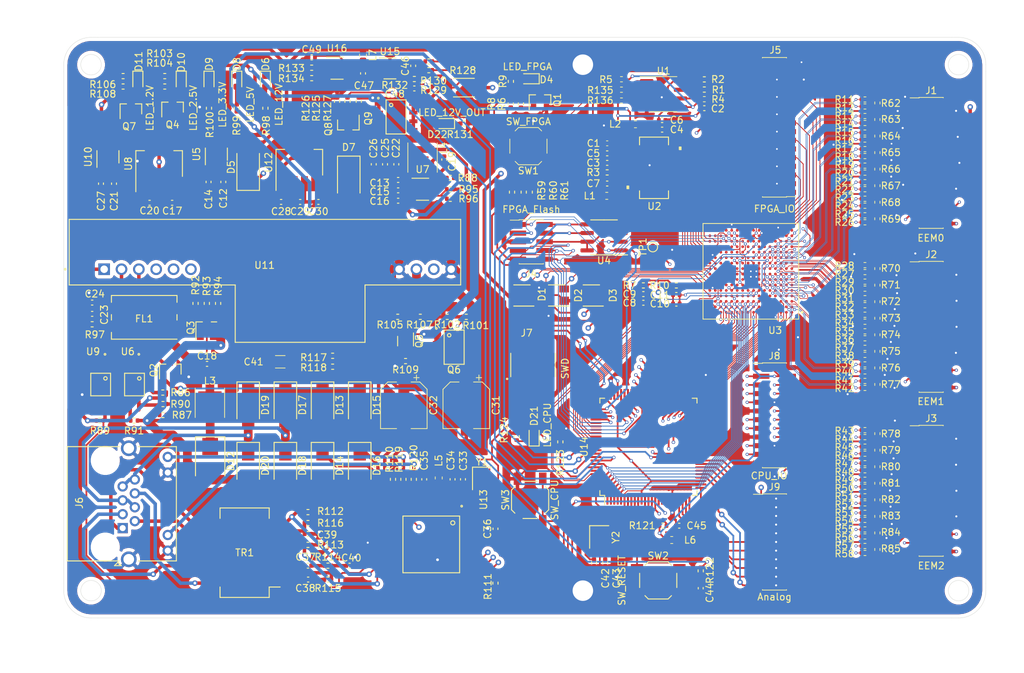
<source format=kicad_pcb>
(kicad_pcb (version 20171130) (host pcbnew 5.1.10-88a1d61d58~88~ubuntu20.04.1)

  (general
    (thickness 1.6)
    (drawings 20)
    (tracks 3691)
    (zones 0)
    (modules 256)
    (nets 308)
  )

  (page A4)
  (layers
    (0 F.Cu signal)
    (1 In1.Cu signal)
    (2 In2.Cu power)
    (31 B.Cu signal)
    (32 B.Adhes user)
    (33 F.Adhes user)
    (34 B.Paste user)
    (35 F.Paste user)
    (36 B.SilkS user)
    (37 F.SilkS user)
    (38 B.Mask user)
    (39 F.Mask user)
    (40 Dwgs.User user)
    (41 Cmts.User user)
    (42 Eco1.User user)
    (43 Eco2.User user)
    (44 Edge.Cuts user)
    (45 Margin user)
    (46 B.CrtYd user)
    (47 F.CrtYd user)
    (48 B.Fab user)
    (49 F.Fab user)
  )

  (setup
    (last_trace_width 0.254)
    (user_trace_width 0.0889)
    (user_trace_width 0.1016)
    (user_trace_width 0.127)
    (user_trace_width 0.254)
    (user_trace_width 0.508)
    (user_trace_width 0.762)
    (user_trace_width 1.016)
    (user_trace_width 1.27)
    (trace_clearance 0.0889)
    (zone_clearance 0.508)
    (zone_45_only no)
    (trace_min 0.0889)
    (via_size 0.8)
    (via_drill 0.4)
    (via_min_size 0.4)
    (via_min_drill 0.2)
    (user_via 0.4 0.2)
    (user_via 0.45 0.25)
    (user_via 0.5 0.3)
    (user_via 4.199999 4)
    (uvia_size 0.3)
    (uvia_drill 0.1)
    (uvias_allowed no)
    (uvia_min_size 0.2)
    (uvia_min_drill 0.1)
    (edge_width 0.05)
    (segment_width 0.127)
    (pcb_text_width 0.3)
    (pcb_text_size 1.5 1.5)
    (mod_edge_width 0.1524)
    (mod_text_size 1.016 1.016)
    (mod_text_width 0.1524)
    (pad_size 1.524 1.524)
    (pad_drill 0.762)
    (pad_to_mask_clearance 0)
    (solder_mask_min_width 0.00254)
    (aux_axis_origin 0 0)
    (grid_origin 210 57)
    (visible_elements FFFFFF7F)
    (pcbplotparams
      (layerselection 0x010fc_ffffffff)
      (usegerberextensions false)
      (usegerberattributes true)
      (usegerberadvancedattributes true)
      (creategerberjobfile true)
      (excludeedgelayer true)
      (linewidth 0.100000)
      (plotframeref false)
      (viasonmask false)
      (mode 1)
      (useauxorigin false)
      (hpglpennumber 1)
      (hpglpenspeed 20)
      (hpglpendiameter 15.000000)
      (psnegative false)
      (psa4output false)
      (plotreference true)
      (plotvalue true)
      (plotinvisibletext false)
      (padsonsilk false)
      (subtractmaskfromsilk false)
      (outputformat 1)
      (mirror false)
      (drillshape 1)
      (scaleselection 1)
      (outputdirectory ""))
  )

  (net 0 "")
  (net 1 "Net-(C1-Pad1)")
  (net 2 GND)
  (net 3 "Net-(C2-Pad1)")
  (net 4 /HighSpeedADC/+5VA)
  (net 5 /FPGA/GNDPLL0)
  (net 6 /FPGA/VCCPLL0)
  (net 7 /FPGA/GNDPLL1)
  (net 8 /FPGA/VCCPLL1)
  (net 9 +12V_OUT)
  (net 10 /CurrentSenser/12V_CURRENT)
  (net 11 /Power/+6V5)
  (net 12 +12V)
  (net 13 +3V3)
  (net 14 "Net-(C24-Pad1)")
  (net 15 +2V5)
  (net 16 +1V2)
  (net 17 +5V)
  (net 18 "Net-(C38-Pad1)")
  (net 19 "Net-(C40-Pad1)")
  (net 20 "Net-(C41-Pad1)")
  (net 21 /Ethernet/+3V3A)
  (net 22 "Net-(C44-Pad2)")
  (net 23 "Net-(C46-Pad1)")
  (net 24 /MCU/+3V3A)
  (net 25 +3V3MP)
  (net 26 "Net-(D4-Pad2)")
  (net 27 "Net-(D4-Pad1)")
  (net 28 "Net-(D9-Pad2)")
  (net 29 "Net-(D10-Pad2)")
  (net 30 "Net-(D11-Pad2)")
  (net 31 "Net-(D13-Pad2)")
  (net 32 /Ethernet/POE_VC-)
  (net 33 /Ethernet/POE_VC+)
  (net 34 "Net-(D15-Pad2)")
  (net 35 "Net-(D17-Pad2)")
  (net 36 "Net-(D19-Pad2)")
  (net 37 "Net-(D21-Pad2)")
  (net 38 /FPGA_IO1)
  (net 39 /FPGA_IO3)
  (net 40 /FPGA_IO5)
  (net 41 /FPGA_IO7)
  (net 42 /FPGA_IO9)
  (net 43 /FPGA_IO11)
  (net 44 /FPGA_IO13)
  (net 45 /FPGA_IO15)
  (net 46 /FPGA_IO14)
  (net 47 /FPGA_IO12)
  (net 48 /FPGA_IO10)
  (net 49 /FPGA_IO8)
  (net 50 /FPGA_IO6)
  (net 51 /FPGA_IO4)
  (net 52 /FPGA_IO2)
  (net 53 /FPGA_IO0)
  (net 54 /MCU/CPU_SWCLK)
  (net 55 /MCU/CPU_SWDIO)
  (net 56 /MCU/CPU_UART4_TX)
  (net 57 /MCU/CPU_UART4_RX)
  (net 58 /MCU/CPU_PWM_CH1)
  (net 59 /MCU/CPU_PWM_CH2)
  (net 60 /MCU/CPU_PWM_CH3)
  (net 61 /MCU/CPU_PWM_CH4)
  (net 62 /MCU/CPU_IIC2_SDA)
  (net 63 /MCU/CPU_IIC2_SCL)
  (net 64 /MCU/CPU_UART1_RX)
  (net 65 /MCU/CPU_UART1_TX)
  (net 66 /MCU/CPU_SPI2_MOSI)
  (net 67 /MCU/CPU_SPI2_MISO)
  (net 68 /MCU/CPU_SPI2_SCK)
  (net 69 /MCU/CPU_SPI2_CS)
  (net 70 /MCU/CPU_DAC1)
  (net 71 /MCU/CPU_DAC0)
  (net 72 /MCU/CPU_ADC7)
  (net 73 /MCU/CPU_ADC6)
  (net 74 /MCU/CPU_ADC5)
  (net 75 /MCU/CPU_ADC4)
  (net 76 /MCU/CPU_ADC3)
  (net 77 /MCU/CPU_ADC2)
  (net 78 /MCU/CPU_ADC1)
  (net 79 /MCU/CPU_ADC0)
  (net 80 /CurrentSenser/12V_SW)
  (net 81 "Net-(Q1-Pad1)")
  (net 82 "Net-(Q2-Pad3)")
  (net 83 /MCU/CPU_RESET)
  (net 84 "Net-(Q7-Pad1)")
  (net 85 "Net-(R4-Pad1)")
  (net 86 /MCU/CPU_POE_AT_EVENT)
  (net 87 /MCU/CPU_POE_SRC_STATUS)
  (net 88 /Ethernet/RJ45_LED_G)
  (net 89 /Ethernet/RJ45_LED_Y)
  (net 90 "Net-(TP1-Pad1)")
  (net 91 "Net-(C3-Pad1)")
  (net 92 /CurrentSenser/+3V3A)
  (net 93 /EEM0_IIC_SCL)
  (net 94 /EEM0_IIC_SDA)
  (net 95 /EEM1_IIC_SCL)
  (net 96 /EEM1_IIC_SDA)
  (net 97 /EEM2_IIC_SCL)
  (net 98 /EEM2_IIC_SDA)
  (net 99 /EEM0_7_N)
  (net 100 /EEM0_6_P)
  (net 101 /EEM0_5_N)
  (net 102 /EEM0_4_P)
  (net 103 /EEM0_3_N)
  (net 104 /EEM0_2_P)
  (net 105 /EEM0_1_N)
  (net 106 /EEM0_0_P)
  (net 107 /EEM0_7_P)
  (net 108 /EEM0_6_N)
  (net 109 /EEM0_5_P)
  (net 110 /EEM0_4_N)
  (net 111 /EEM0_3_P)
  (net 112 /EEM0_2_N)
  (net 113 /EEM0_1_P)
  (net 114 /EEM0_0_N)
  (net 115 /EEM1_7_N)
  (net 116 /EEM1_6_P)
  (net 117 /EEM1_5_N)
  (net 118 /EEM1_4_P)
  (net 119 /EEM1_3_N)
  (net 120 /EEM1_2_P)
  (net 121 /EEM1_1_N)
  (net 122 /EEM1_0_P)
  (net 123 /EEM1_7_P)
  (net 124 /EEM1_6_N)
  (net 125 /EEM1_5_P)
  (net 126 /EEM1_4_N)
  (net 127 /EEM1_3_P)
  (net 128 /EEM1_2_N)
  (net 129 /EEM1_1_P)
  (net 130 /EEM1_0_N)
  (net 131 /EEM2_7_N)
  (net 132 /EEM2_6_P)
  (net 133 /EEM2_5_N)
  (net 134 /EEM2_4_P)
  (net 135 /EEM2_3_N)
  (net 136 /EEM2_2_P)
  (net 137 /EEM2_1_N)
  (net 138 /EEM2_0_P)
  (net 139 /EEM2_7_P)
  (net 140 /EEM2_6_N)
  (net 141 /EEM2_5_P)
  (net 142 /EEM2_4_N)
  (net 143 /EEM2_3_P)
  (net 144 /EEM2_2_N)
  (net 145 /EEM2_1_P)
  (net 146 /EEM2_0_N)
  (net 147 /CDONE)
  (net 148 /CRESET)
  (net 149 /SPI_CS)
  (net 150 /ENC_INT)
  (net 151 /ADC_D0)
  (net 152 /ADC_D1)
  (net 153 /ADC_D2)
  (net 154 /ADC_D3)
  (net 155 /ADC_D4)
  (net 156 /ADC_D5)
  (net 157 /ADC_D6)
  (net 158 /ADC_D7)
  (net 159 /ADC_CLK)
  (net 160 /FSMC_CLK)
  (net 161 /FSMC_D15)
  (net 162 /FSMC_D9)
  (net 163 /FSMC_D10)
  (net 164 /FSMC_D0)
  (net 165 /FSMC_A7)
  (net 166 /FSMC_NL)
  (net 167 /FSMC_NBL0)
  (net 168 /FSMC_D6)
  (net 169 /FSMC_D7)
  (net 170 /FSMC_D5)
  (net 171 /FSMC_D1)
  (net 172 /FSMC_A3)
  (net 173 /FSMC_A1)
  (net 174 /FSMC_NWAIT)
  (net 175 /FSMC_NOE)
  (net 176 /FSMC_D12)
  (net 177 /FSMC_D8)
  (net 178 /FSMC_D3)
  (net 179 /FSMC_A4)
  (net 180 /FSMC_A6)
  (net 181 /FSMC_A0)
  (net 182 /FSMC_NBL1)
  (net 183 /FSMC_D14)
  (net 184 /FSMC_D11)
  (net 185 /FSMC_D4)
  (net 186 /FSMC_A2)
  (net 187 /FSMC_D13)
  (net 188 /FSMC_D2)
  (net 189 /FSMC_A5)
  (net 190 /FSMC_NE1)
  (net 191 /FSMC_NWE)
  (net 192 /CSBSEL0)
  (net 193 /SPI_MOSI)
  (net 194 /SPI_MISO)
  (net 195 /CSBSEL1)
  (net 196 /SPI_SCK)
  (net 197 /SPI_ENC_CS)
  (net 198 "Net-(C5-Pad2)")
  (net 199 "Net-(C7-Pad2)")
  (net 200 "Net-(C18-Pad2)")
  (net 201 "Net-(C18-Pad1)")
  (net 202 "Net-(C19-Pad2)")
  (net 203 "Net-(C19-Pad1)")
  (net 204 "Net-(C23-Pad2)")
  (net 205 "Net-(C31-Pad1)")
  (net 206 "Net-(C33-Pad1)")
  (net 207 "Net-(C34-Pad1)")
  (net 208 "Net-(C36-Pad2)")
  (net 209 "Net-(C37-Pad2)")
  (net 210 "Net-(C37-Pad1)")
  (net 211 "Net-(C38-Pad2)")
  (net 212 "Net-(C39-Pad1)")
  (net 213 "Net-(C42-Pad1)")
  (net 214 "Net-(C43-Pad1)")
  (net 215 "Net-(D6-Pad2)")
  (net 216 "Net-(D8-Pad2)")
  (net 217 "Net-(D10-Pad1)")
  (net 218 "Net-(D11-Pad1)")
  (net 219 "Net-(D21-Pad1)")
  (net 220 "Net-(D22-Pad1)")
  (net 221 "Net-(Q3-Pad1)")
  (net 222 "Net-(Q4-Pad1)")
  (net 223 "Net-(Q5-Pad6)")
  (net 224 "Net-(Q5-Pad2)")
  (net 225 "Net-(Q5-Pad3)")
  (net 226 "Net-(Q8-Pad3)")
  (net 227 "Net-(Q8-Pad1)")
  (net 228 "Net-(R87-Pad1)")
  (net 229 "Net-(R132-Pad2)")
  (net 230 "Net-(U11-Pad3)")
  (net 231 "Net-(U15-Pad3)")
  (net 232 "Net-(C46-Pad2)")
  (net 233 "Net-(D22-Pad2)")
  (net 234 HSADC_IN)
  (net 235 "Net-(J6-Pad12)")
  (net 236 "Net-(J6-Pad10)")
  (net 237 "Net-(J6-Pad6)")
  (net 238 "Net-(J6-Pad2)")
  (net 239 "Net-(J6-Pad3)")
  (net 240 "Net-(J6-Pad1)")
  (net 241 "Net-(R86-Pad2)")
  (net 242 "Net-(R88-Pad1)")
  (net 243 "Net-(R95-Pad1)")
  (net 244 "Net-(R97-Pad2)")
  (net 245 "Net-(R110-Pad1)")
  (net 246 "Net-(R112-Pad1)")
  (net 247 "Net-(R113-Pad2)")
  (net 248 "Net-(R123-Pad1)")
  (net 249 "Net-(R133-Pad2)")
  (net 250 "Net-(SW3-Pad2)")
  (net 251 /FPGA/LVDS0_0_P)
  (net 252 /FPGA/LVDS0_0_N)
  (net 253 /FPGA/LVDS0_1_P)
  (net 254 /FPGA/LVDS0_1_N)
  (net 255 /FPGA/LVDS0_2_P)
  (net 256 /FPGA/LVDS0_2_N)
  (net 257 /FPGA/LVDS0_3_P)
  (net 258 /FPGA/LVDS0_3_N)
  (net 259 /FPGA/LVDS0_4_P)
  (net 260 /FPGA/LVDS0_4_N)
  (net 261 /FPGA/LVDS0_5_P)
  (net 262 /FPGA/LVDS0_5_N)
  (net 263 /FPGA/LVDS0_6_P)
  (net 264 /FPGA/LVDS0_6_N)
  (net 265 /FPGA/LVDS0_7_P)
  (net 266 /FPGA/LVDS0_7_N)
  (net 267 /FPGA/LVDS1_0_P)
  (net 268 /FPGA/LVDS1_0_N)
  (net 269 /FPGA/LVDS1_1_P)
  (net 270 /FPGA/LVDS1_1_N)
  (net 271 /FPGA/LVDS1_2_P)
  (net 272 /FPGA/LVDS1_2_N)
  (net 273 /FPGA/LVDS1_3_P)
  (net 274 /FPGA/LVDS1_3_N)
  (net 275 /FPGA/LVDS1_4_P)
  (net 276 /FPGA/LVDS1_4_N)
  (net 277 /FPGA/LVDS1_5_P)
  (net 278 /FPGA/LVDS1_5_N)
  (net 279 /FPGA/LVDS1_6_P)
  (net 280 /FPGA/LVDS1_6_N)
  (net 281 /FPGA/LVDS1_7_P)
  (net 282 /FPGA/LVDS1_7_N)
  (net 283 /FPGA/LVDS2_0_P)
  (net 284 /FPGA/LVDS2_0_N)
  (net 285 /FPGA/LVDS2_1_P)
  (net 286 /FPGA/LVDS2_1_N)
  (net 287 /FPGA/LVDS2_2_P)
  (net 288 /FPGA/LVDS2_2_N)
  (net 289 /FPGA/LVDS2_3_P)
  (net 290 /FPGA/LVDS2_3_N)
  (net 291 /FPGA/LVDS2_4_P)
  (net 292 /FPGA/LVDS2_4_N)
  (net 293 /FPGA/LVDS2_5_P)
  (net 294 /FPGA/LVDS2_5_N)
  (net 295 /FPGA/LVDS2_6_P)
  (net 296 /FPGA/LVDS2_6_N)
  (net 297 /FPGA/LVDS2_7_P)
  (net 298 /FPGA/LVDS2_7_N)
  (net 299 /FPGA/FPGA_LED)
  (net 300 /FPGA/FPGA_KEY)
  (net 301 /IIC_SCL)
  (net 302 /IIC_SDA)
  (net 303 "Net-(R1-Pad2)")
  (net 304 "Net-(R2-Pad2)")
  (net 305 "Net-(R135-Pad2)")
  (net 306 "Net-(R135-Pad1)")
  (net 307 "Net-(R136-Pad2)")

  (net_class Default "This is the default net class."
    (clearance 0.0889)
    (trace_width 0.25)
    (via_dia 0.8)
    (via_drill 0.4)
    (uvia_dia 0.3)
    (uvia_drill 0.1)
    (diff_pair_width 0.0889)
    (diff_pair_gap 0.1016)
    (add_net +12V)
    (add_net +12V_OUT)
    (add_net +1V2)
    (add_net +2V5)
    (add_net +3V3)
    (add_net +3V3MP)
    (add_net +5V)
    (add_net /ADC_CLK)
    (add_net /ADC_D0)
    (add_net /ADC_D1)
    (add_net /ADC_D2)
    (add_net /ADC_D3)
    (add_net /ADC_D4)
    (add_net /ADC_D5)
    (add_net /ADC_D6)
    (add_net /ADC_D7)
    (add_net /CDONE)
    (add_net /CRESET)
    (add_net /CSBSEL0)
    (add_net /CSBSEL1)
    (add_net /CurrentSenser/+3V3A)
    (add_net /CurrentSenser/12V_CURRENT)
    (add_net /CurrentSenser/12V_SW)
    (add_net /EEM0_0_N)
    (add_net /EEM0_0_P)
    (add_net /EEM0_1_N)
    (add_net /EEM0_1_P)
    (add_net /EEM0_2_N)
    (add_net /EEM0_2_P)
    (add_net /EEM0_3_N)
    (add_net /EEM0_3_P)
    (add_net /EEM0_4_N)
    (add_net /EEM0_4_P)
    (add_net /EEM0_5_N)
    (add_net /EEM0_5_P)
    (add_net /EEM0_6_N)
    (add_net /EEM0_6_P)
    (add_net /EEM0_7_N)
    (add_net /EEM0_7_P)
    (add_net /EEM0_IIC_SCL)
    (add_net /EEM0_IIC_SDA)
    (add_net /EEM1_0_N)
    (add_net /EEM1_0_P)
    (add_net /EEM1_1_N)
    (add_net /EEM1_1_P)
    (add_net /EEM1_2_N)
    (add_net /EEM1_2_P)
    (add_net /EEM1_3_N)
    (add_net /EEM1_3_P)
    (add_net /EEM1_4_N)
    (add_net /EEM1_4_P)
    (add_net /EEM1_5_N)
    (add_net /EEM1_5_P)
    (add_net /EEM1_6_N)
    (add_net /EEM1_6_P)
    (add_net /EEM1_7_N)
    (add_net /EEM1_7_P)
    (add_net /EEM1_IIC_SCL)
    (add_net /EEM1_IIC_SDA)
    (add_net /EEM2_0_N)
    (add_net /EEM2_0_P)
    (add_net /EEM2_1_N)
    (add_net /EEM2_1_P)
    (add_net /EEM2_2_N)
    (add_net /EEM2_2_P)
    (add_net /EEM2_3_N)
    (add_net /EEM2_3_P)
    (add_net /EEM2_4_N)
    (add_net /EEM2_4_P)
    (add_net /EEM2_5_N)
    (add_net /EEM2_5_P)
    (add_net /EEM2_6_N)
    (add_net /EEM2_6_P)
    (add_net /EEM2_7_N)
    (add_net /EEM2_7_P)
    (add_net /EEM2_IIC_SCL)
    (add_net /EEM2_IIC_SDA)
    (add_net /ENC_INT)
    (add_net /Ethernet/+3V3A)
    (add_net /Ethernet/POE_VC+)
    (add_net /Ethernet/POE_VC-)
    (add_net /Ethernet/RJ45_LED_G)
    (add_net /Ethernet/RJ45_LED_Y)
    (add_net /FPGA/FPGA_KEY)
    (add_net /FPGA/FPGA_LED)
    (add_net /FPGA/GNDPLL0)
    (add_net /FPGA/GNDPLL1)
    (add_net /FPGA/LVDS0_0_N)
    (add_net /FPGA/LVDS0_0_P)
    (add_net /FPGA/LVDS0_1_N)
    (add_net /FPGA/LVDS0_1_P)
    (add_net /FPGA/LVDS0_2_N)
    (add_net /FPGA/LVDS0_2_P)
    (add_net /FPGA/LVDS0_3_N)
    (add_net /FPGA/LVDS0_3_P)
    (add_net /FPGA/LVDS0_4_N)
    (add_net /FPGA/LVDS0_4_P)
    (add_net /FPGA/LVDS0_5_N)
    (add_net /FPGA/LVDS0_5_P)
    (add_net /FPGA/LVDS0_6_N)
    (add_net /FPGA/LVDS0_6_P)
    (add_net /FPGA/LVDS0_7_N)
    (add_net /FPGA/LVDS0_7_P)
    (add_net /FPGA/LVDS1_0_N)
    (add_net /FPGA/LVDS1_0_P)
    (add_net /FPGA/LVDS1_1_N)
    (add_net /FPGA/LVDS1_1_P)
    (add_net /FPGA/LVDS1_2_N)
    (add_net /FPGA/LVDS1_2_P)
    (add_net /FPGA/LVDS1_3_N)
    (add_net /FPGA/LVDS1_3_P)
    (add_net /FPGA/LVDS1_4_N)
    (add_net /FPGA/LVDS1_4_P)
    (add_net /FPGA/LVDS1_5_N)
    (add_net /FPGA/LVDS1_5_P)
    (add_net /FPGA/LVDS1_6_N)
    (add_net /FPGA/LVDS1_6_P)
    (add_net /FPGA/LVDS1_7_N)
    (add_net /FPGA/LVDS1_7_P)
    (add_net /FPGA/LVDS2_0_N)
    (add_net /FPGA/LVDS2_0_P)
    (add_net /FPGA/LVDS2_1_N)
    (add_net /FPGA/LVDS2_1_P)
    (add_net /FPGA/LVDS2_2_N)
    (add_net /FPGA/LVDS2_2_P)
    (add_net /FPGA/LVDS2_3_N)
    (add_net /FPGA/LVDS2_3_P)
    (add_net /FPGA/LVDS2_4_N)
    (add_net /FPGA/LVDS2_4_P)
    (add_net /FPGA/LVDS2_5_N)
    (add_net /FPGA/LVDS2_5_P)
    (add_net /FPGA/LVDS2_6_N)
    (add_net /FPGA/LVDS2_6_P)
    (add_net /FPGA/LVDS2_7_N)
    (add_net /FPGA/LVDS2_7_P)
    (add_net /FPGA/VCCPLL0)
    (add_net /FPGA/VCCPLL1)
    (add_net /FPGA_IO0)
    (add_net /FPGA_IO1)
    (add_net /FPGA_IO10)
    (add_net /FPGA_IO11)
    (add_net /FPGA_IO12)
    (add_net /FPGA_IO13)
    (add_net /FPGA_IO14)
    (add_net /FPGA_IO15)
    (add_net /FPGA_IO2)
    (add_net /FPGA_IO3)
    (add_net /FPGA_IO4)
    (add_net /FPGA_IO5)
    (add_net /FPGA_IO6)
    (add_net /FPGA_IO7)
    (add_net /FPGA_IO8)
    (add_net /FPGA_IO9)
    (add_net /FSMC_A0)
    (add_net /FSMC_A1)
    (add_net /FSMC_A2)
    (add_net /FSMC_A3)
    (add_net /FSMC_A4)
    (add_net /FSMC_A5)
    (add_net /FSMC_A6)
    (add_net /FSMC_A7)
    (add_net /FSMC_CLK)
    (add_net /FSMC_D0)
    (add_net /FSMC_D1)
    (add_net /FSMC_D10)
    (add_net /FSMC_D11)
    (add_net /FSMC_D12)
    (add_net /FSMC_D13)
    (add_net /FSMC_D14)
    (add_net /FSMC_D15)
    (add_net /FSMC_D2)
    (add_net /FSMC_D3)
    (add_net /FSMC_D4)
    (add_net /FSMC_D5)
    (add_net /FSMC_D6)
    (add_net /FSMC_D7)
    (add_net /FSMC_D8)
    (add_net /FSMC_D9)
    (add_net /FSMC_NBL0)
    (add_net /FSMC_NBL1)
    (add_net /FSMC_NE1)
    (add_net /FSMC_NL)
    (add_net /FSMC_NOE)
    (add_net /FSMC_NWAIT)
    (add_net /FSMC_NWE)
    (add_net /HighSpeedADC/+5VA)
    (add_net /IIC_SCL)
    (add_net /IIC_SDA)
    (add_net /MCU/+3V3A)
    (add_net /MCU/CPU_ADC0)
    (add_net /MCU/CPU_ADC1)
    (add_net /MCU/CPU_ADC2)
    (add_net /MCU/CPU_ADC3)
    (add_net /MCU/CPU_ADC4)
    (add_net /MCU/CPU_ADC5)
    (add_net /MCU/CPU_ADC6)
    (add_net /MCU/CPU_ADC7)
    (add_net /MCU/CPU_DAC0)
    (add_net /MCU/CPU_DAC1)
    (add_net /MCU/CPU_IIC2_SCL)
    (add_net /MCU/CPU_IIC2_SDA)
    (add_net /MCU/CPU_POE_AT_EVENT)
    (add_net /MCU/CPU_POE_SRC_STATUS)
    (add_net /MCU/CPU_PWM_CH1)
    (add_net /MCU/CPU_PWM_CH2)
    (add_net /MCU/CPU_PWM_CH3)
    (add_net /MCU/CPU_PWM_CH4)
    (add_net /MCU/CPU_RESET)
    (add_net /MCU/CPU_SPI2_CS)
    (add_net /MCU/CPU_SPI2_MISO)
    (add_net /MCU/CPU_SPI2_MOSI)
    (add_net /MCU/CPU_SPI2_SCK)
    (add_net /MCU/CPU_SWCLK)
    (add_net /MCU/CPU_SWDIO)
    (add_net /MCU/CPU_UART1_RX)
    (add_net /MCU/CPU_UART1_TX)
    (add_net /MCU/CPU_UART4_RX)
    (add_net /MCU/CPU_UART4_TX)
    (add_net /Power/+6V5)
    (add_net /SPI_CS)
    (add_net /SPI_ENC_CS)
    (add_net /SPI_MISO)
    (add_net /SPI_MOSI)
    (add_net /SPI_SCK)
    (add_net GND)
    (add_net HSADC_IN)
    (add_net "Net-(C1-Pad1)")
    (add_net "Net-(C18-Pad1)")
    (add_net "Net-(C18-Pad2)")
    (add_net "Net-(C19-Pad1)")
    (add_net "Net-(C19-Pad2)")
    (add_net "Net-(C2-Pad1)")
    (add_net "Net-(C23-Pad2)")
    (add_net "Net-(C24-Pad1)")
    (add_net "Net-(C3-Pad1)")
    (add_net "Net-(C31-Pad1)")
    (add_net "Net-(C33-Pad1)")
    (add_net "Net-(C34-Pad1)")
    (add_net "Net-(C36-Pad2)")
    (add_net "Net-(C37-Pad1)")
    (add_net "Net-(C37-Pad2)")
    (add_net "Net-(C38-Pad1)")
    (add_net "Net-(C38-Pad2)")
    (add_net "Net-(C39-Pad1)")
    (add_net "Net-(C40-Pad1)")
    (add_net "Net-(C41-Pad1)")
    (add_net "Net-(C42-Pad1)")
    (add_net "Net-(C43-Pad1)")
    (add_net "Net-(C44-Pad2)")
    (add_net "Net-(C46-Pad1)")
    (add_net "Net-(C46-Pad2)")
    (add_net "Net-(C5-Pad2)")
    (add_net "Net-(C7-Pad2)")
    (add_net "Net-(D10-Pad1)")
    (add_net "Net-(D10-Pad2)")
    (add_net "Net-(D11-Pad1)")
    (add_net "Net-(D11-Pad2)")
    (add_net "Net-(D13-Pad2)")
    (add_net "Net-(D15-Pad2)")
    (add_net "Net-(D17-Pad2)")
    (add_net "Net-(D19-Pad2)")
    (add_net "Net-(D21-Pad1)")
    (add_net "Net-(D21-Pad2)")
    (add_net "Net-(D22-Pad1)")
    (add_net "Net-(D22-Pad2)")
    (add_net "Net-(D4-Pad1)")
    (add_net "Net-(D4-Pad2)")
    (add_net "Net-(D6-Pad2)")
    (add_net "Net-(D8-Pad2)")
    (add_net "Net-(D9-Pad2)")
    (add_net "Net-(J6-Pad1)")
    (add_net "Net-(J6-Pad10)")
    (add_net "Net-(J6-Pad12)")
    (add_net "Net-(J6-Pad2)")
    (add_net "Net-(J6-Pad3)")
    (add_net "Net-(J6-Pad6)")
    (add_net "Net-(Q1-Pad1)")
    (add_net "Net-(Q2-Pad3)")
    (add_net "Net-(Q3-Pad1)")
    (add_net "Net-(Q4-Pad1)")
    (add_net "Net-(Q5-Pad2)")
    (add_net "Net-(Q5-Pad3)")
    (add_net "Net-(Q5-Pad6)")
    (add_net "Net-(Q7-Pad1)")
    (add_net "Net-(Q8-Pad1)")
    (add_net "Net-(Q8-Pad3)")
    (add_net "Net-(R1-Pad2)")
    (add_net "Net-(R110-Pad1)")
    (add_net "Net-(R112-Pad1)")
    (add_net "Net-(R113-Pad2)")
    (add_net "Net-(R123-Pad1)")
    (add_net "Net-(R132-Pad2)")
    (add_net "Net-(R133-Pad2)")
    (add_net "Net-(R135-Pad1)")
    (add_net "Net-(R135-Pad2)")
    (add_net "Net-(R136-Pad2)")
    (add_net "Net-(R2-Pad2)")
    (add_net "Net-(R4-Pad1)")
    (add_net "Net-(R86-Pad2)")
    (add_net "Net-(R87-Pad1)")
    (add_net "Net-(R88-Pad1)")
    (add_net "Net-(R95-Pad1)")
    (add_net "Net-(R97-Pad2)")
    (add_net "Net-(SW3-Pad2)")
    (add_net "Net-(TP1-Pad1)")
    (add_net "Net-(U11-Pad3)")
    (add_net "Net-(U15-Pad3)")
  )

  (module Resistor_SMD:R_0402_1005Metric (layer F.Cu) (tedit 5F68FEEE) (tstamp 60D147D5)
    (at 196.2965 128.48 180)
    (descr "Resistor SMD 0402 (1005 Metric), square (rectangular) end terminal, IPC_7351 nominal, (Body size source: IPC-SM-782 page 72, https://www.pcb-3d.com/wordpress/wp-content/uploads/ipc-sm-782a_amendment_1_and_2.pdf), generated with kicad-footprint-generator")
    (tags resistor)
    (path /60C0E996/60DF7DE8)
    (attr smd)
    (fp_text reference R58 (at 2.99 -0.109993) (layer F.SilkS)
      (effects (font (size 1 1) (thickness 0.15)))
    )
    (fp_text value 140/1% (at 0 1.17) (layer F.Fab) hide
      (effects (font (size 1 1) (thickness 0.15)))
    )
    (fp_line (start 0.93 0.47) (end -0.93 0.47) (layer F.CrtYd) (width 0.05))
    (fp_line (start 0.93 -0.47) (end 0.93 0.47) (layer F.CrtYd) (width 0.05))
    (fp_line (start -0.93 -0.47) (end 0.93 -0.47) (layer F.CrtYd) (width 0.05))
    (fp_line (start -0.93 0.47) (end -0.93 -0.47) (layer F.CrtYd) (width 0.05))
    (fp_line (start -0.153641 0.38) (end 0.153641 0.38) (layer F.SilkS) (width 0.12))
    (fp_line (start -0.153641 -0.38) (end 0.153641 -0.38) (layer F.SilkS) (width 0.12))
    (fp_line (start 0.525 0.27) (end -0.525 0.27) (layer F.Fab) (width 0.1))
    (fp_line (start 0.525 -0.27) (end 0.525 0.27) (layer F.Fab) (width 0.1))
    (fp_line (start -0.525 -0.27) (end 0.525 -0.27) (layer F.Fab) (width 0.1))
    (fp_line (start -0.525 0.27) (end -0.525 -0.27) (layer F.Fab) (width 0.1))
    (fp_text user %R (at 0 0) (layer F.Fab) hide
      (effects (font (size 0.26 0.26) (thickness 0.04)))
    )
    (pad 1 smd roundrect (at -0.51 0 180) (size 0.54 0.64) (layers F.Cu F.Paste F.Mask) (roundrect_rratio 0.25)
      (net 139 /EEM2_7_P))
    (pad 2 smd roundrect (at 0.51 0 180) (size 0.54 0.64) (layers F.Cu F.Paste F.Mask) (roundrect_rratio 0.25)
      (net 298 /FPGA/LVDS2_7_N))
    (model ${KISYS3DMOD}/Resistor_SMD.3dshapes/R_0402_1005Metric.wrl
      (at (xyz 0 0 0))
      (scale (xyz 1 1 1))
      (rotate (xyz 0 0 0))
    )
  )

  (module Resistor_SMD:R_0402_1005Metric (layer F.Cu) (tedit 5F68FEEE) (tstamp 60D147C4)
    (at 196.2965 127.46 180)
    (descr "Resistor SMD 0402 (1005 Metric), square (rectangular) end terminal, IPC_7351 nominal, (Body size source: IPC-SM-782 page 72, https://www.pcb-3d.com/wordpress/wp-content/uploads/ipc-sm-782a_amendment_1_and_2.pdf), generated with kicad-footprint-generator")
    (tags resistor)
    (path /60C0E996/60DF7DEE)
    (attr smd)
    (fp_text reference R57 (at 2.99 0.068439) (layer F.SilkS)
      (effects (font (size 1 1) (thickness 0.15)))
    )
    (fp_text value 140/1% (at 0 1.17) (layer F.Fab) hide
      (effects (font (size 1 1) (thickness 0.15)))
    )
    (fp_line (start 0.93 0.47) (end -0.93 0.47) (layer F.CrtYd) (width 0.05))
    (fp_line (start 0.93 -0.47) (end 0.93 0.47) (layer F.CrtYd) (width 0.05))
    (fp_line (start -0.93 -0.47) (end 0.93 -0.47) (layer F.CrtYd) (width 0.05))
    (fp_line (start -0.93 0.47) (end -0.93 -0.47) (layer F.CrtYd) (width 0.05))
    (fp_line (start -0.153641 0.38) (end 0.153641 0.38) (layer F.SilkS) (width 0.12))
    (fp_line (start -0.153641 -0.38) (end 0.153641 -0.38) (layer F.SilkS) (width 0.12))
    (fp_line (start 0.525 0.27) (end -0.525 0.27) (layer F.Fab) (width 0.1))
    (fp_line (start 0.525 -0.27) (end 0.525 0.27) (layer F.Fab) (width 0.1))
    (fp_line (start -0.525 -0.27) (end 0.525 -0.27) (layer F.Fab) (width 0.1))
    (fp_line (start -0.525 0.27) (end -0.525 -0.27) (layer F.Fab) (width 0.1))
    (fp_text user %R (at 0 0) (layer F.Fab) hide
      (effects (font (size 0.26 0.26) (thickness 0.04)))
    )
    (pad 1 smd roundrect (at -0.51 0 180) (size 0.54 0.64) (layers F.Cu F.Paste F.Mask) (roundrect_rratio 0.25)
      (net 131 /EEM2_7_N))
    (pad 2 smd roundrect (at 0.51 0 180) (size 0.54 0.64) (layers F.Cu F.Paste F.Mask) (roundrect_rratio 0.25)
      (net 297 /FPGA/LVDS2_7_P))
    (model ${KISYS3DMOD}/Resistor_SMD.3dshapes/R_0402_1005Metric.wrl
      (at (xyz 0 0 0))
      (scale (xyz 1 1 1))
      (rotate (xyz 0 0 0))
    )
  )

  (module Resistor_SMD:R_0402_1005Metric (layer F.Cu) (tedit 5F68FEEE) (tstamp 60D147B3)
    (at 196.2965 126.057643 180)
    (descr "Resistor SMD 0402 (1005 Metric), square (rectangular) end terminal, IPC_7351 nominal, (Body size source: IPC-SM-782 page 72, https://www.pcb-3d.com/wordpress/wp-content/uploads/ipc-sm-782a_amendment_1_and_2.pdf), generated with kicad-footprint-generator")
    (tags resistor)
    (path /60C0E996/60DF7E00)
    (attr smd)
    (fp_text reference R56 (at 2.99 -0.135486) (layer F.SilkS)
      (effects (font (size 1 1) (thickness 0.15)))
    )
    (fp_text value 140/1% (at 0 1.17) (layer F.Fab) hide
      (effects (font (size 1 1) (thickness 0.15)))
    )
    (fp_line (start 0.93 0.47) (end -0.93 0.47) (layer F.CrtYd) (width 0.05))
    (fp_line (start 0.93 -0.47) (end 0.93 0.47) (layer F.CrtYd) (width 0.05))
    (fp_line (start -0.93 -0.47) (end 0.93 -0.47) (layer F.CrtYd) (width 0.05))
    (fp_line (start -0.93 0.47) (end -0.93 -0.47) (layer F.CrtYd) (width 0.05))
    (fp_line (start -0.153641 0.38) (end 0.153641 0.38) (layer F.SilkS) (width 0.12))
    (fp_line (start -0.153641 -0.38) (end 0.153641 -0.38) (layer F.SilkS) (width 0.12))
    (fp_line (start 0.525 0.27) (end -0.525 0.27) (layer F.Fab) (width 0.1))
    (fp_line (start 0.525 -0.27) (end 0.525 0.27) (layer F.Fab) (width 0.1))
    (fp_line (start -0.525 -0.27) (end 0.525 -0.27) (layer F.Fab) (width 0.1))
    (fp_line (start -0.525 0.27) (end -0.525 -0.27) (layer F.Fab) (width 0.1))
    (fp_text user %R (at 0 0) (layer F.Fab) hide
      (effects (font (size 0.26 0.26) (thickness 0.04)))
    )
    (pad 1 smd roundrect (at -0.51 0 180) (size 0.54 0.64) (layers F.Cu F.Paste F.Mask) (roundrect_rratio 0.25)
      (net 132 /EEM2_6_P))
    (pad 2 smd roundrect (at 0.51 0 180) (size 0.54 0.64) (layers F.Cu F.Paste F.Mask) (roundrect_rratio 0.25)
      (net 296 /FPGA/LVDS2_6_N))
    (model ${KISYS3DMOD}/Resistor_SMD.3dshapes/R_0402_1005Metric.wrl
      (at (xyz 0 0 0))
      (scale (xyz 1 1 1))
      (rotate (xyz 0 0 0))
    )
  )

  (module Resistor_SMD:R_0402_1005Metric (layer F.Cu) (tedit 5F68FEEE) (tstamp 60D147A2)
    (at 196.2965 125.037643 180)
    (descr "Resistor SMD 0402 (1005 Metric), square (rectangular) end terminal, IPC_7351 nominal, (Body size source: IPC-SM-782 page 72, https://www.pcb-3d.com/wordpress/wp-content/uploads/ipc-sm-782a_amendment_1_and_2.pdf), generated with kicad-footprint-generator")
    (tags resistor)
    (path /60C0E996/60DF7E06)
    (attr smd)
    (fp_text reference R55 (at 2.99 0.042946) (layer F.SilkS)
      (effects (font (size 1 1) (thickness 0.15)))
    )
    (fp_text value 140/1% (at 0 1.17) (layer F.Fab) hide
      (effects (font (size 1 1) (thickness 0.15)))
    )
    (fp_line (start 0.93 0.47) (end -0.93 0.47) (layer F.CrtYd) (width 0.05))
    (fp_line (start 0.93 -0.47) (end 0.93 0.47) (layer F.CrtYd) (width 0.05))
    (fp_line (start -0.93 -0.47) (end 0.93 -0.47) (layer F.CrtYd) (width 0.05))
    (fp_line (start -0.93 0.47) (end -0.93 -0.47) (layer F.CrtYd) (width 0.05))
    (fp_line (start -0.153641 0.38) (end 0.153641 0.38) (layer F.SilkS) (width 0.12))
    (fp_line (start -0.153641 -0.38) (end 0.153641 -0.38) (layer F.SilkS) (width 0.12))
    (fp_line (start 0.525 0.27) (end -0.525 0.27) (layer F.Fab) (width 0.1))
    (fp_line (start 0.525 -0.27) (end 0.525 0.27) (layer F.Fab) (width 0.1))
    (fp_line (start -0.525 -0.27) (end 0.525 -0.27) (layer F.Fab) (width 0.1))
    (fp_line (start -0.525 0.27) (end -0.525 -0.27) (layer F.Fab) (width 0.1))
    (fp_text user %R (at 0 0) (layer F.Fab) hide
      (effects (font (size 0.26 0.26) (thickness 0.04)))
    )
    (pad 1 smd roundrect (at -0.51 0 180) (size 0.54 0.64) (layers F.Cu F.Paste F.Mask) (roundrect_rratio 0.25)
      (net 140 /EEM2_6_N))
    (pad 2 smd roundrect (at 0.51 0 180) (size 0.54 0.64) (layers F.Cu F.Paste F.Mask) (roundrect_rratio 0.25)
      (net 295 /FPGA/LVDS2_6_P))
    (model ${KISYS3DMOD}/Resistor_SMD.3dshapes/R_0402_1005Metric.wrl
      (at (xyz 0 0 0))
      (scale (xyz 1 1 1))
      (rotate (xyz 0 0 0))
    )
  )

  (module Resistor_SMD:R_0402_1005Metric (layer F.Cu) (tedit 5F68FEEE) (tstamp 60D14791)
    (at 196.2965 123.635288 180)
    (descr "Resistor SMD 0402 (1005 Metric), square (rectangular) end terminal, IPC_7351 nominal, (Body size source: IPC-SM-782 page 72, https://www.pcb-3d.com/wordpress/wp-content/uploads/ipc-sm-782a_amendment_1_and_2.pdf), generated with kicad-footprint-generator")
    (tags resistor)
    (path /60C0E996/60DF7E1A)
    (attr smd)
    (fp_text reference R54 (at 2.99 -0.160977) (layer F.SilkS)
      (effects (font (size 1 1) (thickness 0.15)))
    )
    (fp_text value 140/1% (at 0 1.17) (layer F.Fab) hide
      (effects (font (size 1 1) (thickness 0.15)))
    )
    (fp_line (start 0.93 0.47) (end -0.93 0.47) (layer F.CrtYd) (width 0.05))
    (fp_line (start 0.93 -0.47) (end 0.93 0.47) (layer F.CrtYd) (width 0.05))
    (fp_line (start -0.93 -0.47) (end 0.93 -0.47) (layer F.CrtYd) (width 0.05))
    (fp_line (start -0.93 0.47) (end -0.93 -0.47) (layer F.CrtYd) (width 0.05))
    (fp_line (start -0.153641 0.38) (end 0.153641 0.38) (layer F.SilkS) (width 0.12))
    (fp_line (start -0.153641 -0.38) (end 0.153641 -0.38) (layer F.SilkS) (width 0.12))
    (fp_line (start 0.525 0.27) (end -0.525 0.27) (layer F.Fab) (width 0.1))
    (fp_line (start 0.525 -0.27) (end 0.525 0.27) (layer F.Fab) (width 0.1))
    (fp_line (start -0.525 -0.27) (end 0.525 -0.27) (layer F.Fab) (width 0.1))
    (fp_line (start -0.525 0.27) (end -0.525 -0.27) (layer F.Fab) (width 0.1))
    (fp_text user %R (at 0 0) (layer F.Fab) hide
      (effects (font (size 0.26 0.26) (thickness 0.04)))
    )
    (pad 1 smd roundrect (at -0.51 0 180) (size 0.54 0.64) (layers F.Cu F.Paste F.Mask) (roundrect_rratio 0.25)
      (net 141 /EEM2_5_P))
    (pad 2 smd roundrect (at 0.51 0 180) (size 0.54 0.64) (layers F.Cu F.Paste F.Mask) (roundrect_rratio 0.25)
      (net 294 /FPGA/LVDS2_5_N))
    (model ${KISYS3DMOD}/Resistor_SMD.3dshapes/R_0402_1005Metric.wrl
      (at (xyz 0 0 0))
      (scale (xyz 1 1 1))
      (rotate (xyz 0 0 0))
    )
  )

  (module Resistor_SMD:R_0402_1005Metric (layer F.Cu) (tedit 5F68FEEE) (tstamp 60D14780)
    (at 196.2965 122.615288 180)
    (descr "Resistor SMD 0402 (1005 Metric), square (rectangular) end terminal, IPC_7351 nominal, (Body size source: IPC-SM-782 page 72, https://www.pcb-3d.com/wordpress/wp-content/uploads/ipc-sm-782a_amendment_1_and_2.pdf), generated with kicad-footprint-generator")
    (tags resistor)
    (path /60C0E996/60DF7E20)
    (attr smd)
    (fp_text reference R53 (at 2.99 0.017455) (layer F.SilkS)
      (effects (font (size 1 1) (thickness 0.15)))
    )
    (fp_text value 140/1% (at 0 1.17) (layer F.Fab) hide
      (effects (font (size 1 1) (thickness 0.15)))
    )
    (fp_line (start 0.93 0.47) (end -0.93 0.47) (layer F.CrtYd) (width 0.05))
    (fp_line (start 0.93 -0.47) (end 0.93 0.47) (layer F.CrtYd) (width 0.05))
    (fp_line (start -0.93 -0.47) (end 0.93 -0.47) (layer F.CrtYd) (width 0.05))
    (fp_line (start -0.93 0.47) (end -0.93 -0.47) (layer F.CrtYd) (width 0.05))
    (fp_line (start -0.153641 0.38) (end 0.153641 0.38) (layer F.SilkS) (width 0.12))
    (fp_line (start -0.153641 -0.38) (end 0.153641 -0.38) (layer F.SilkS) (width 0.12))
    (fp_line (start 0.525 0.27) (end -0.525 0.27) (layer F.Fab) (width 0.1))
    (fp_line (start 0.525 -0.27) (end 0.525 0.27) (layer F.Fab) (width 0.1))
    (fp_line (start -0.525 -0.27) (end 0.525 -0.27) (layer F.Fab) (width 0.1))
    (fp_line (start -0.525 0.27) (end -0.525 -0.27) (layer F.Fab) (width 0.1))
    (fp_text user %R (at 0 0) (layer F.Fab) hide
      (effects (font (size 0.26 0.26) (thickness 0.04)))
    )
    (pad 1 smd roundrect (at -0.51 0 180) (size 0.54 0.64) (layers F.Cu F.Paste F.Mask) (roundrect_rratio 0.25)
      (net 133 /EEM2_5_N))
    (pad 2 smd roundrect (at 0.51 0 180) (size 0.54 0.64) (layers F.Cu F.Paste F.Mask) (roundrect_rratio 0.25)
      (net 293 /FPGA/LVDS2_5_P))
    (model ${KISYS3DMOD}/Resistor_SMD.3dshapes/R_0402_1005Metric.wrl
      (at (xyz 0 0 0))
      (scale (xyz 1 1 1))
      (rotate (xyz 0 0 0))
    )
  )

  (module Resistor_SMD:R_0402_1005Metric (layer F.Cu) (tedit 5F68FEEE) (tstamp 60D1476F)
    (at 196.2965 121.212933 180)
    (descr "Resistor SMD 0402 (1005 Metric), square (rectangular) end terminal, IPC_7351 nominal, (Body size source: IPC-SM-782 page 72, https://www.pcb-3d.com/wordpress/wp-content/uploads/ipc-sm-782a_amendment_1_and_2.pdf), generated with kicad-footprint-generator")
    (tags resistor)
    (path /60C0E996/60DF7E34)
    (attr smd)
    (fp_text reference R52 (at 2.99 -0.186468) (layer F.SilkS)
      (effects (font (size 1 1) (thickness 0.15)))
    )
    (fp_text value 140/1% (at 0 1.17) (layer F.Fab) hide
      (effects (font (size 1 1) (thickness 0.15)))
    )
    (fp_line (start 0.93 0.47) (end -0.93 0.47) (layer F.CrtYd) (width 0.05))
    (fp_line (start 0.93 -0.47) (end 0.93 0.47) (layer F.CrtYd) (width 0.05))
    (fp_line (start -0.93 -0.47) (end 0.93 -0.47) (layer F.CrtYd) (width 0.05))
    (fp_line (start -0.93 0.47) (end -0.93 -0.47) (layer F.CrtYd) (width 0.05))
    (fp_line (start -0.153641 0.38) (end 0.153641 0.38) (layer F.SilkS) (width 0.12))
    (fp_line (start -0.153641 -0.38) (end 0.153641 -0.38) (layer F.SilkS) (width 0.12))
    (fp_line (start 0.525 0.27) (end -0.525 0.27) (layer F.Fab) (width 0.1))
    (fp_line (start 0.525 -0.27) (end 0.525 0.27) (layer F.Fab) (width 0.1))
    (fp_line (start -0.525 -0.27) (end 0.525 -0.27) (layer F.Fab) (width 0.1))
    (fp_line (start -0.525 0.27) (end -0.525 -0.27) (layer F.Fab) (width 0.1))
    (fp_text user %R (at 0 0) (layer F.Fab) hide
      (effects (font (size 0.26 0.26) (thickness 0.04)))
    )
    (pad 1 smd roundrect (at -0.51 0 180) (size 0.54 0.64) (layers F.Cu F.Paste F.Mask) (roundrect_rratio 0.25)
      (net 134 /EEM2_4_P))
    (pad 2 smd roundrect (at 0.51 0 180) (size 0.54 0.64) (layers F.Cu F.Paste F.Mask) (roundrect_rratio 0.25)
      (net 292 /FPGA/LVDS2_4_N))
    (model ${KISYS3DMOD}/Resistor_SMD.3dshapes/R_0402_1005Metric.wrl
      (at (xyz 0 0 0))
      (scale (xyz 1 1 1))
      (rotate (xyz 0 0 0))
    )
  )

  (module Resistor_SMD:R_0402_1005Metric (layer F.Cu) (tedit 5F68FEEE) (tstamp 60D1475E)
    (at 196.2965 120.192933 180)
    (descr "Resistor SMD 0402 (1005 Metric), square (rectangular) end terminal, IPC_7351 nominal, (Body size source: IPC-SM-782 page 72, https://www.pcb-3d.com/wordpress/wp-content/uploads/ipc-sm-782a_amendment_1_and_2.pdf), generated with kicad-footprint-generator")
    (tags resistor)
    (path /60C0E996/60DF7E3A)
    (attr smd)
    (fp_text reference R51 (at 2.99 -0.008036) (layer F.SilkS)
      (effects (font (size 1 1) (thickness 0.15)))
    )
    (fp_text value 140/1% (at 0 1.17) (layer F.Fab) hide
      (effects (font (size 1 1) (thickness 0.15)))
    )
    (fp_line (start 0.93 0.47) (end -0.93 0.47) (layer F.CrtYd) (width 0.05))
    (fp_line (start 0.93 -0.47) (end 0.93 0.47) (layer F.CrtYd) (width 0.05))
    (fp_line (start -0.93 -0.47) (end 0.93 -0.47) (layer F.CrtYd) (width 0.05))
    (fp_line (start -0.93 0.47) (end -0.93 -0.47) (layer F.CrtYd) (width 0.05))
    (fp_line (start -0.153641 0.38) (end 0.153641 0.38) (layer F.SilkS) (width 0.12))
    (fp_line (start -0.153641 -0.38) (end 0.153641 -0.38) (layer F.SilkS) (width 0.12))
    (fp_line (start 0.525 0.27) (end -0.525 0.27) (layer F.Fab) (width 0.1))
    (fp_line (start 0.525 -0.27) (end 0.525 0.27) (layer F.Fab) (width 0.1))
    (fp_line (start -0.525 -0.27) (end 0.525 -0.27) (layer F.Fab) (width 0.1))
    (fp_line (start -0.525 0.27) (end -0.525 -0.27) (layer F.Fab) (width 0.1))
    (fp_text user %R (at 0 0) (layer F.Fab) hide
      (effects (font (size 0.26 0.26) (thickness 0.04)))
    )
    (pad 1 smd roundrect (at -0.51 0 180) (size 0.54 0.64) (layers F.Cu F.Paste F.Mask) (roundrect_rratio 0.25)
      (net 142 /EEM2_4_N))
    (pad 2 smd roundrect (at 0.51 0 180) (size 0.54 0.64) (layers F.Cu F.Paste F.Mask) (roundrect_rratio 0.25)
      (net 291 /FPGA/LVDS2_4_P))
    (model ${KISYS3DMOD}/Resistor_SMD.3dshapes/R_0402_1005Metric.wrl
      (at (xyz 0 0 0))
      (scale (xyz 1 1 1))
      (rotate (xyz 0 0 0))
    )
  )

  (module Resistor_SMD:R_0402_1005Metric (layer F.Cu) (tedit 5F68FEEE) (tstamp 60D1474D)
    (at 196.2965 118.790578 180)
    (descr "Resistor SMD 0402 (1005 Metric), square (rectangular) end terminal, IPC_7351 nominal, (Body size source: IPC-SM-782 page 72, https://www.pcb-3d.com/wordpress/wp-content/uploads/ipc-sm-782a_amendment_1_and_2.pdf), generated with kicad-footprint-generator")
    (tags resistor)
    (path /60C0E996/60DF7E50)
    (attr smd)
    (fp_text reference R50 (at 2.99 -0.211959) (layer F.SilkS)
      (effects (font (size 1 1) (thickness 0.15)))
    )
    (fp_text value 140/1% (at 0 1.17) (layer F.Fab) hide
      (effects (font (size 1 1) (thickness 0.15)))
    )
    (fp_line (start 0.93 0.47) (end -0.93 0.47) (layer F.CrtYd) (width 0.05))
    (fp_line (start 0.93 -0.47) (end 0.93 0.47) (layer F.CrtYd) (width 0.05))
    (fp_line (start -0.93 -0.47) (end 0.93 -0.47) (layer F.CrtYd) (width 0.05))
    (fp_line (start -0.93 0.47) (end -0.93 -0.47) (layer F.CrtYd) (width 0.05))
    (fp_line (start -0.153641 0.38) (end 0.153641 0.38) (layer F.SilkS) (width 0.12))
    (fp_line (start -0.153641 -0.38) (end 0.153641 -0.38) (layer F.SilkS) (width 0.12))
    (fp_line (start 0.525 0.27) (end -0.525 0.27) (layer F.Fab) (width 0.1))
    (fp_line (start 0.525 -0.27) (end 0.525 0.27) (layer F.Fab) (width 0.1))
    (fp_line (start -0.525 -0.27) (end 0.525 -0.27) (layer F.Fab) (width 0.1))
    (fp_line (start -0.525 0.27) (end -0.525 -0.27) (layer F.Fab) (width 0.1))
    (fp_text user %R (at 0 0) (layer F.Fab) hide
      (effects (font (size 0.26 0.26) (thickness 0.04)))
    )
    (pad 1 smd roundrect (at -0.51 0 180) (size 0.54 0.64) (layers F.Cu F.Paste F.Mask) (roundrect_rratio 0.25)
      (net 143 /EEM2_3_P))
    (pad 2 smd roundrect (at 0.51 0 180) (size 0.54 0.64) (layers F.Cu F.Paste F.Mask) (roundrect_rratio 0.25)
      (net 290 /FPGA/LVDS2_3_N))
    (model ${KISYS3DMOD}/Resistor_SMD.3dshapes/R_0402_1005Metric.wrl
      (at (xyz 0 0 0))
      (scale (xyz 1 1 1))
      (rotate (xyz 0 0 0))
    )
  )

  (module Resistor_SMD:R_0402_1005Metric (layer F.Cu) (tedit 5F68FEEE) (tstamp 60D1473C)
    (at 196.2965 117.770578 180)
    (descr "Resistor SMD 0402 (1005 Metric), square (rectangular) end terminal, IPC_7351 nominal, (Body size source: IPC-SM-782 page 72, https://www.pcb-3d.com/wordpress/wp-content/uploads/ipc-sm-782a_amendment_1_and_2.pdf), generated with kicad-footprint-generator")
    (tags resistor)
    (path /60C0E996/60DF7E56)
    (attr smd)
    (fp_text reference R49 (at 2.99 -0.033527) (layer F.SilkS)
      (effects (font (size 1 1) (thickness 0.15)))
    )
    (fp_text value 140/1% (at 0 1.17) (layer F.Fab) hide
      (effects (font (size 1 1) (thickness 0.15)))
    )
    (fp_line (start 0.93 0.47) (end -0.93 0.47) (layer F.CrtYd) (width 0.05))
    (fp_line (start 0.93 -0.47) (end 0.93 0.47) (layer F.CrtYd) (width 0.05))
    (fp_line (start -0.93 -0.47) (end 0.93 -0.47) (layer F.CrtYd) (width 0.05))
    (fp_line (start -0.93 0.47) (end -0.93 -0.47) (layer F.CrtYd) (width 0.05))
    (fp_line (start -0.153641 0.38) (end 0.153641 0.38) (layer F.SilkS) (width 0.12))
    (fp_line (start -0.153641 -0.38) (end 0.153641 -0.38) (layer F.SilkS) (width 0.12))
    (fp_line (start 0.525 0.27) (end -0.525 0.27) (layer F.Fab) (width 0.1))
    (fp_line (start 0.525 -0.27) (end 0.525 0.27) (layer F.Fab) (width 0.1))
    (fp_line (start -0.525 -0.27) (end 0.525 -0.27) (layer F.Fab) (width 0.1))
    (fp_line (start -0.525 0.27) (end -0.525 -0.27) (layer F.Fab) (width 0.1))
    (fp_text user %R (at 0 0) (layer F.Fab) hide
      (effects (font (size 0.26 0.26) (thickness 0.04)))
    )
    (pad 1 smd roundrect (at -0.51 0 180) (size 0.54 0.64) (layers F.Cu F.Paste F.Mask) (roundrect_rratio 0.25)
      (net 135 /EEM2_3_N))
    (pad 2 smd roundrect (at 0.51 0 180) (size 0.54 0.64) (layers F.Cu F.Paste F.Mask) (roundrect_rratio 0.25)
      (net 289 /FPGA/LVDS2_3_P))
    (model ${KISYS3DMOD}/Resistor_SMD.3dshapes/R_0402_1005Metric.wrl
      (at (xyz 0 0 0))
      (scale (xyz 1 1 1))
      (rotate (xyz 0 0 0))
    )
  )

  (module Resistor_SMD:R_0402_1005Metric (layer F.Cu) (tedit 5F68FEEE) (tstamp 60D1472B)
    (at 196.2965 116.368223 180)
    (descr "Resistor SMD 0402 (1005 Metric), square (rectangular) end terminal, IPC_7351 nominal, (Body size source: IPC-SM-782 page 72, https://www.pcb-3d.com/wordpress/wp-content/uploads/ipc-sm-782a_amendment_1_and_2.pdf), generated with kicad-footprint-generator")
    (tags resistor)
    (path /60C0E996/60DF7E68)
    (attr smd)
    (fp_text reference R48 (at 2.99 -0.23745) (layer F.SilkS)
      (effects (font (size 1 1) (thickness 0.15)))
    )
    (fp_text value 140/1% (at 0 1.17) (layer F.Fab) hide
      (effects (font (size 1 1) (thickness 0.15)))
    )
    (fp_line (start 0.93 0.47) (end -0.93 0.47) (layer F.CrtYd) (width 0.05))
    (fp_line (start 0.93 -0.47) (end 0.93 0.47) (layer F.CrtYd) (width 0.05))
    (fp_line (start -0.93 -0.47) (end 0.93 -0.47) (layer F.CrtYd) (width 0.05))
    (fp_line (start -0.93 0.47) (end -0.93 -0.47) (layer F.CrtYd) (width 0.05))
    (fp_line (start -0.153641 0.38) (end 0.153641 0.38) (layer F.SilkS) (width 0.12))
    (fp_line (start -0.153641 -0.38) (end 0.153641 -0.38) (layer F.SilkS) (width 0.12))
    (fp_line (start 0.525 0.27) (end -0.525 0.27) (layer F.Fab) (width 0.1))
    (fp_line (start 0.525 -0.27) (end 0.525 0.27) (layer F.Fab) (width 0.1))
    (fp_line (start -0.525 -0.27) (end 0.525 -0.27) (layer F.Fab) (width 0.1))
    (fp_line (start -0.525 0.27) (end -0.525 -0.27) (layer F.Fab) (width 0.1))
    (fp_text user %R (at 0 0) (layer F.Fab) hide
      (effects (font (size 0.26 0.26) (thickness 0.04)))
    )
    (pad 1 smd roundrect (at -0.51 0 180) (size 0.54 0.64) (layers F.Cu F.Paste F.Mask) (roundrect_rratio 0.25)
      (net 136 /EEM2_2_P))
    (pad 2 smd roundrect (at 0.51 0 180) (size 0.54 0.64) (layers F.Cu F.Paste F.Mask) (roundrect_rratio 0.25)
      (net 288 /FPGA/LVDS2_2_N))
    (model ${KISYS3DMOD}/Resistor_SMD.3dshapes/R_0402_1005Metric.wrl
      (at (xyz 0 0 0))
      (scale (xyz 1 1 1))
      (rotate (xyz 0 0 0))
    )
  )

  (module Resistor_SMD:R_0402_1005Metric (layer F.Cu) (tedit 5F68FEEE) (tstamp 60D1471A)
    (at 196.2965 115.348223 180)
    (descr "Resistor SMD 0402 (1005 Metric), square (rectangular) end terminal, IPC_7351 nominal, (Body size source: IPC-SM-782 page 72, https://www.pcb-3d.com/wordpress/wp-content/uploads/ipc-sm-782a_amendment_1_and_2.pdf), generated with kicad-footprint-generator")
    (tags resistor)
    (path /60C0E996/60DF7E6E)
    (attr smd)
    (fp_text reference R47 (at 2.99 -0.059018) (layer F.SilkS)
      (effects (font (size 1 1) (thickness 0.15)))
    )
    (fp_text value 140/1% (at 0 1.17) (layer F.Fab) hide
      (effects (font (size 1 1) (thickness 0.15)))
    )
    (fp_line (start 0.93 0.47) (end -0.93 0.47) (layer F.CrtYd) (width 0.05))
    (fp_line (start 0.93 -0.47) (end 0.93 0.47) (layer F.CrtYd) (width 0.05))
    (fp_line (start -0.93 -0.47) (end 0.93 -0.47) (layer F.CrtYd) (width 0.05))
    (fp_line (start -0.93 0.47) (end -0.93 -0.47) (layer F.CrtYd) (width 0.05))
    (fp_line (start -0.153641 0.38) (end 0.153641 0.38) (layer F.SilkS) (width 0.12))
    (fp_line (start -0.153641 -0.38) (end 0.153641 -0.38) (layer F.SilkS) (width 0.12))
    (fp_line (start 0.525 0.27) (end -0.525 0.27) (layer F.Fab) (width 0.1))
    (fp_line (start 0.525 -0.27) (end 0.525 0.27) (layer F.Fab) (width 0.1))
    (fp_line (start -0.525 -0.27) (end 0.525 -0.27) (layer F.Fab) (width 0.1))
    (fp_line (start -0.525 0.27) (end -0.525 -0.27) (layer F.Fab) (width 0.1))
    (fp_text user %R (at 0 0) (layer F.Fab) hide
      (effects (font (size 0.26 0.26) (thickness 0.04)))
    )
    (pad 1 smd roundrect (at -0.51 0 180) (size 0.54 0.64) (layers F.Cu F.Paste F.Mask) (roundrect_rratio 0.25)
      (net 144 /EEM2_2_N))
    (pad 2 smd roundrect (at 0.51 0 180) (size 0.54 0.64) (layers F.Cu F.Paste F.Mask) (roundrect_rratio 0.25)
      (net 287 /FPGA/LVDS2_2_P))
    (model ${KISYS3DMOD}/Resistor_SMD.3dshapes/R_0402_1005Metric.wrl
      (at (xyz 0 0 0))
      (scale (xyz 1 1 1))
      (rotate (xyz 0 0 0))
    )
  )

  (module Resistor_SMD:R_0402_1005Metric (layer F.Cu) (tedit 5F68FEEE) (tstamp 60D14709)
    (at 196.2965 113.945868 180)
    (descr "Resistor SMD 0402 (1005 Metric), square (rectangular) end terminal, IPC_7351 nominal, (Body size source: IPC-SM-782 page 72, https://www.pcb-3d.com/wordpress/wp-content/uploads/ipc-sm-782a_amendment_1_and_2.pdf), generated with kicad-footprint-generator")
    (tags resistor)
    (path /60C0E996/60DF7E82)
    (attr smd)
    (fp_text reference R46 (at 2.99 -0.262941) (layer F.SilkS)
      (effects (font (size 1 1) (thickness 0.15)))
    )
    (fp_text value 140/1% (at 0 1.17) (layer F.Fab) hide
      (effects (font (size 1 1) (thickness 0.15)))
    )
    (fp_line (start 0.93 0.47) (end -0.93 0.47) (layer F.CrtYd) (width 0.05))
    (fp_line (start 0.93 -0.47) (end 0.93 0.47) (layer F.CrtYd) (width 0.05))
    (fp_line (start -0.93 -0.47) (end 0.93 -0.47) (layer F.CrtYd) (width 0.05))
    (fp_line (start -0.93 0.47) (end -0.93 -0.47) (layer F.CrtYd) (width 0.05))
    (fp_line (start -0.153641 0.38) (end 0.153641 0.38) (layer F.SilkS) (width 0.12))
    (fp_line (start -0.153641 -0.38) (end 0.153641 -0.38) (layer F.SilkS) (width 0.12))
    (fp_line (start 0.525 0.27) (end -0.525 0.27) (layer F.Fab) (width 0.1))
    (fp_line (start 0.525 -0.27) (end 0.525 0.27) (layer F.Fab) (width 0.1))
    (fp_line (start -0.525 -0.27) (end 0.525 -0.27) (layer F.Fab) (width 0.1))
    (fp_line (start -0.525 0.27) (end -0.525 -0.27) (layer F.Fab) (width 0.1))
    (fp_text user %R (at 0 0) (layer F.Fab) hide
      (effects (font (size 0.26 0.26) (thickness 0.04)))
    )
    (pad 1 smd roundrect (at -0.51 0 180) (size 0.54 0.64) (layers F.Cu F.Paste F.Mask) (roundrect_rratio 0.25)
      (net 145 /EEM2_1_P))
    (pad 2 smd roundrect (at 0.51 0 180) (size 0.54 0.64) (layers F.Cu F.Paste F.Mask) (roundrect_rratio 0.25)
      (net 286 /FPGA/LVDS2_1_N))
    (model ${KISYS3DMOD}/Resistor_SMD.3dshapes/R_0402_1005Metric.wrl
      (at (xyz 0 0 0))
      (scale (xyz 1 1 1))
      (rotate (xyz 0 0 0))
    )
  )

  (module Resistor_SMD:R_0402_1005Metric (layer F.Cu) (tedit 5F68FEEE) (tstamp 60D146F8)
    (at 196.2965 112.925868 180)
    (descr "Resistor SMD 0402 (1005 Metric), square (rectangular) end terminal, IPC_7351 nominal, (Body size source: IPC-SM-782 page 72, https://www.pcb-3d.com/wordpress/wp-content/uploads/ipc-sm-782a_amendment_1_and_2.pdf), generated with kicad-footprint-generator")
    (tags resistor)
    (path /60C0E996/60DF7E88)
    (attr smd)
    (fp_text reference R45 (at 2.99 -0.084509) (layer F.SilkS)
      (effects (font (size 1 1) (thickness 0.15)))
    )
    (fp_text value 140/1% (at 0 1.17) (layer F.Fab) hide
      (effects (font (size 1 1) (thickness 0.15)))
    )
    (fp_line (start 0.93 0.47) (end -0.93 0.47) (layer F.CrtYd) (width 0.05))
    (fp_line (start 0.93 -0.47) (end 0.93 0.47) (layer F.CrtYd) (width 0.05))
    (fp_line (start -0.93 -0.47) (end 0.93 -0.47) (layer F.CrtYd) (width 0.05))
    (fp_line (start -0.93 0.47) (end -0.93 -0.47) (layer F.CrtYd) (width 0.05))
    (fp_line (start -0.153641 0.38) (end 0.153641 0.38) (layer F.SilkS) (width 0.12))
    (fp_line (start -0.153641 -0.38) (end 0.153641 -0.38) (layer F.SilkS) (width 0.12))
    (fp_line (start 0.525 0.27) (end -0.525 0.27) (layer F.Fab) (width 0.1))
    (fp_line (start 0.525 -0.27) (end 0.525 0.27) (layer F.Fab) (width 0.1))
    (fp_line (start -0.525 -0.27) (end 0.525 -0.27) (layer F.Fab) (width 0.1))
    (fp_line (start -0.525 0.27) (end -0.525 -0.27) (layer F.Fab) (width 0.1))
    (fp_text user %R (at 0 0) (layer F.Fab) hide
      (effects (font (size 0.26 0.26) (thickness 0.04)))
    )
    (pad 1 smd roundrect (at -0.51 0 180) (size 0.54 0.64) (layers F.Cu F.Paste F.Mask) (roundrect_rratio 0.25)
      (net 137 /EEM2_1_N))
    (pad 2 smd roundrect (at 0.51 0 180) (size 0.54 0.64) (layers F.Cu F.Paste F.Mask) (roundrect_rratio 0.25)
      (net 285 /FPGA/LVDS2_1_P))
    (model ${KISYS3DMOD}/Resistor_SMD.3dshapes/R_0402_1005Metric.wrl
      (at (xyz 0 0 0))
      (scale (xyz 1 1 1))
      (rotate (xyz 0 0 0))
    )
  )

  (module Resistor_SMD:R_0402_1005Metric (layer F.Cu) (tedit 5F68FEEE) (tstamp 60D1461B)
    (at 196.2965 111.523513 180)
    (descr "Resistor SMD 0402 (1005 Metric), square (rectangular) end terminal, IPC_7351 nominal, (Body size source: IPC-SM-782 page 72, https://www.pcb-3d.com/wordpress/wp-content/uploads/ipc-sm-782a_amendment_1_and_2.pdf), generated with kicad-footprint-generator")
    (tags resistor)
    (path /60C0E996/60DF7DCC)
    (attr smd)
    (fp_text reference R44 (at 2.99 -0.288432) (layer F.SilkS)
      (effects (font (size 1 1) (thickness 0.15)))
    )
    (fp_text value 140/1% (at 0 1.17) (layer F.Fab) hide
      (effects (font (size 1 1) (thickness 0.15)))
    )
    (fp_line (start 0.93 0.47) (end -0.93 0.47) (layer F.CrtYd) (width 0.05))
    (fp_line (start 0.93 -0.47) (end 0.93 0.47) (layer F.CrtYd) (width 0.05))
    (fp_line (start -0.93 -0.47) (end 0.93 -0.47) (layer F.CrtYd) (width 0.05))
    (fp_line (start -0.93 0.47) (end -0.93 -0.47) (layer F.CrtYd) (width 0.05))
    (fp_line (start -0.153641 0.38) (end 0.153641 0.38) (layer F.SilkS) (width 0.12))
    (fp_line (start -0.153641 -0.38) (end 0.153641 -0.38) (layer F.SilkS) (width 0.12))
    (fp_line (start 0.525 0.27) (end -0.525 0.27) (layer F.Fab) (width 0.1))
    (fp_line (start 0.525 -0.27) (end 0.525 0.27) (layer F.Fab) (width 0.1))
    (fp_line (start -0.525 -0.27) (end 0.525 -0.27) (layer F.Fab) (width 0.1))
    (fp_line (start -0.525 0.27) (end -0.525 -0.27) (layer F.Fab) (width 0.1))
    (fp_text user %R (at 0 0) (layer F.Fab) hide
      (effects (font (size 0.26 0.26) (thickness 0.04)))
    )
    (pad 1 smd roundrect (at -0.51 0 180) (size 0.54 0.64) (layers F.Cu F.Paste F.Mask) (roundrect_rratio 0.25)
      (net 138 /EEM2_0_P))
    (pad 2 smd roundrect (at 0.51 0 180) (size 0.54 0.64) (layers F.Cu F.Paste F.Mask) (roundrect_rratio 0.25)
      (net 284 /FPGA/LVDS2_0_N))
    (model ${KISYS3DMOD}/Resistor_SMD.3dshapes/R_0402_1005Metric.wrl
      (at (xyz 0 0 0))
      (scale (xyz 1 1 1))
      (rotate (xyz 0 0 0))
    )
  )

  (module Resistor_SMD:R_0402_1005Metric (layer F.Cu) (tedit 5F68FEEE) (tstamp 60D1460A)
    (at 196.2965 110.503513 180)
    (descr "Resistor SMD 0402 (1005 Metric), square (rectangular) end terminal, IPC_7351 nominal, (Body size source: IPC-SM-782 page 72, https://www.pcb-3d.com/wordpress/wp-content/uploads/ipc-sm-782a_amendment_1_and_2.pdf), generated with kicad-footprint-generator")
    (tags resistor)
    (path /60C0E996/60DF7DD2)
    (attr smd)
    (fp_text reference R43 (at 2.99 -0.11) (layer F.SilkS)
      (effects (font (size 1 1) (thickness 0.15)))
    )
    (fp_text value 140/1% (at 0 1.17) (layer F.Fab) hide
      (effects (font (size 1 1) (thickness 0.15)))
    )
    (fp_line (start 0.93 0.47) (end -0.93 0.47) (layer F.CrtYd) (width 0.05))
    (fp_line (start 0.93 -0.47) (end 0.93 0.47) (layer F.CrtYd) (width 0.05))
    (fp_line (start -0.93 -0.47) (end 0.93 -0.47) (layer F.CrtYd) (width 0.05))
    (fp_line (start -0.93 0.47) (end -0.93 -0.47) (layer F.CrtYd) (width 0.05))
    (fp_line (start -0.153641 0.38) (end 0.153641 0.38) (layer F.SilkS) (width 0.12))
    (fp_line (start -0.153641 -0.38) (end 0.153641 -0.38) (layer F.SilkS) (width 0.12))
    (fp_line (start 0.525 0.27) (end -0.525 0.27) (layer F.Fab) (width 0.1))
    (fp_line (start 0.525 -0.27) (end 0.525 0.27) (layer F.Fab) (width 0.1))
    (fp_line (start -0.525 -0.27) (end 0.525 -0.27) (layer F.Fab) (width 0.1))
    (fp_line (start -0.525 0.27) (end -0.525 -0.27) (layer F.Fab) (width 0.1))
    (fp_text user %R (at 0 0) (layer F.Fab) hide
      (effects (font (size 0.26 0.26) (thickness 0.04)))
    )
    (pad 1 smd roundrect (at -0.51 0 180) (size 0.54 0.64) (layers F.Cu F.Paste F.Mask) (roundrect_rratio 0.25)
      (net 146 /EEM2_0_N))
    (pad 2 smd roundrect (at 0.51 0 180) (size 0.54 0.64) (layers F.Cu F.Paste F.Mask) (roundrect_rratio 0.25)
      (net 283 /FPGA/LVDS2_0_P))
    (model ${KISYS3DMOD}/Resistor_SMD.3dshapes/R_0402_1005Metric.wrl
      (at (xyz 0 0 0))
      (scale (xyz 1 1 1))
      (rotate (xyz 0 0 0))
    )
  )

  (module Resistor_SMD:R_0402_1005Metric (layer F.Cu) (tedit 5F68FEEE) (tstamp 60D146C5)
    (at 196.2965 104.32 180)
    (descr "Resistor SMD 0402 (1005 Metric), square (rectangular) end terminal, IPC_7351 nominal, (Body size source: IPC-SM-782 page 72, https://www.pcb-3d.com/wordpress/wp-content/uploads/ipc-sm-782a_amendment_1_and_2.pdf), generated with kicad-footprint-generator")
    (tags resistor)
    (path /60C0E996/60CE4BB6)
    (attr smd)
    (fp_text reference R42 (at 2.99 -0.089993) (layer F.SilkS)
      (effects (font (size 1 1) (thickness 0.15)))
    )
    (fp_text value 140/1% (at 0 1.17) (layer F.Fab) hide
      (effects (font (size 1 1) (thickness 0.15)))
    )
    (fp_text user %R (at 0 0) (layer F.Fab) hide
      (effects (font (size 0.26 0.26) (thickness 0.04)))
    )
    (fp_line (start -0.525 0.27) (end -0.525 -0.27) (layer F.Fab) (width 0.1))
    (fp_line (start -0.525 -0.27) (end 0.525 -0.27) (layer F.Fab) (width 0.1))
    (fp_line (start 0.525 -0.27) (end 0.525 0.27) (layer F.Fab) (width 0.1))
    (fp_line (start 0.525 0.27) (end -0.525 0.27) (layer F.Fab) (width 0.1))
    (fp_line (start -0.153641 -0.38) (end 0.153641 -0.38) (layer F.SilkS) (width 0.12))
    (fp_line (start -0.153641 0.38) (end 0.153641 0.38) (layer F.SilkS) (width 0.12))
    (fp_line (start -0.93 0.47) (end -0.93 -0.47) (layer F.CrtYd) (width 0.05))
    (fp_line (start -0.93 -0.47) (end 0.93 -0.47) (layer F.CrtYd) (width 0.05))
    (fp_line (start 0.93 -0.47) (end 0.93 0.47) (layer F.CrtYd) (width 0.05))
    (fp_line (start 0.93 0.47) (end -0.93 0.47) (layer F.CrtYd) (width 0.05))
    (pad 2 smd roundrect (at 0.51 0 180) (size 0.54 0.64) (layers F.Cu F.Paste F.Mask) (roundrect_rratio 0.25)
      (net 282 /FPGA/LVDS1_7_N))
    (pad 1 smd roundrect (at -0.51 0 180) (size 0.54 0.64) (layers F.Cu F.Paste F.Mask) (roundrect_rratio 0.25)
      (net 123 /EEM1_7_P))
    (model ${KISYS3DMOD}/Resistor_SMD.3dshapes/R_0402_1005Metric.wrl
      (at (xyz 0 0 0))
      (scale (xyz 1 1 1))
      (rotate (xyz 0 0 0))
    )
  )

  (module Resistor_SMD:R_0402_1005Metric (layer F.Cu) (tedit 5F68FEEE) (tstamp 60D146B4)
    (at 196.2965 103.3 180)
    (descr "Resistor SMD 0402 (1005 Metric), square (rectangular) end terminal, IPC_7351 nominal, (Body size source: IPC-SM-782 page 72, https://www.pcb-3d.com/wordpress/wp-content/uploads/ipc-sm-782a_amendment_1_and_2.pdf), generated with kicad-footprint-generator")
    (tags resistor)
    (path /60C0E996/60CE4BBC)
    (attr smd)
    (fp_text reference R41 (at 2.99 0.088439) (layer F.SilkS)
      (effects (font (size 1 1) (thickness 0.15)))
    )
    (fp_text value 140/1% (at 0 1.17) (layer F.Fab) hide
      (effects (font (size 1 1) (thickness 0.15)))
    )
    (fp_text user %R (at 0 0) (layer F.Fab) hide
      (effects (font (size 0.26 0.26) (thickness 0.04)))
    )
    (fp_line (start -0.525 0.27) (end -0.525 -0.27) (layer F.Fab) (width 0.1))
    (fp_line (start -0.525 -0.27) (end 0.525 -0.27) (layer F.Fab) (width 0.1))
    (fp_line (start 0.525 -0.27) (end 0.525 0.27) (layer F.Fab) (width 0.1))
    (fp_line (start 0.525 0.27) (end -0.525 0.27) (layer F.Fab) (width 0.1))
    (fp_line (start -0.153641 -0.38) (end 0.153641 -0.38) (layer F.SilkS) (width 0.12))
    (fp_line (start -0.153641 0.38) (end 0.153641 0.38) (layer F.SilkS) (width 0.12))
    (fp_line (start -0.93 0.47) (end -0.93 -0.47) (layer F.CrtYd) (width 0.05))
    (fp_line (start -0.93 -0.47) (end 0.93 -0.47) (layer F.CrtYd) (width 0.05))
    (fp_line (start 0.93 -0.47) (end 0.93 0.47) (layer F.CrtYd) (width 0.05))
    (fp_line (start 0.93 0.47) (end -0.93 0.47) (layer F.CrtYd) (width 0.05))
    (pad 2 smd roundrect (at 0.51 0 180) (size 0.54 0.64) (layers F.Cu F.Paste F.Mask) (roundrect_rratio 0.25)
      (net 281 /FPGA/LVDS1_7_P))
    (pad 1 smd roundrect (at -0.51 0 180) (size 0.54 0.64) (layers F.Cu F.Paste F.Mask) (roundrect_rratio 0.25)
      (net 115 /EEM1_7_N))
    (model ${KISYS3DMOD}/Resistor_SMD.3dshapes/R_0402_1005Metric.wrl
      (at (xyz 0 0 0))
      (scale (xyz 1 1 1))
      (rotate (xyz 0 0 0))
    )
  )

  (module Resistor_SMD:R_0402_1005Metric (layer F.Cu) (tedit 5F68FEEE) (tstamp 60D146A3)
    (at 196.2965 101.897643 180)
    (descr "Resistor SMD 0402 (1005 Metric), square (rectangular) end terminal, IPC_7351 nominal, (Body size source: IPC-SM-782 page 72, https://www.pcb-3d.com/wordpress/wp-content/uploads/ipc-sm-782a_amendment_1_and_2.pdf), generated with kicad-footprint-generator")
    (tags resistor)
    (path /60C0E996/60CE4BCE)
    (attr smd)
    (fp_text reference R40 (at 2.99 -0.115486) (layer F.SilkS)
      (effects (font (size 1 1) (thickness 0.15)))
    )
    (fp_text value 140/1% (at 0 1.17) (layer F.Fab) hide
      (effects (font (size 1 1) (thickness 0.15)))
    )
    (fp_text user %R (at 0 0) (layer F.Fab) hide
      (effects (font (size 0.26 0.26) (thickness 0.04)))
    )
    (fp_line (start -0.525 0.27) (end -0.525 -0.27) (layer F.Fab) (width 0.1))
    (fp_line (start -0.525 -0.27) (end 0.525 -0.27) (layer F.Fab) (width 0.1))
    (fp_line (start 0.525 -0.27) (end 0.525 0.27) (layer F.Fab) (width 0.1))
    (fp_line (start 0.525 0.27) (end -0.525 0.27) (layer F.Fab) (width 0.1))
    (fp_line (start -0.153641 -0.38) (end 0.153641 -0.38) (layer F.SilkS) (width 0.12))
    (fp_line (start -0.153641 0.38) (end 0.153641 0.38) (layer F.SilkS) (width 0.12))
    (fp_line (start -0.93 0.47) (end -0.93 -0.47) (layer F.CrtYd) (width 0.05))
    (fp_line (start -0.93 -0.47) (end 0.93 -0.47) (layer F.CrtYd) (width 0.05))
    (fp_line (start 0.93 -0.47) (end 0.93 0.47) (layer F.CrtYd) (width 0.05))
    (fp_line (start 0.93 0.47) (end -0.93 0.47) (layer F.CrtYd) (width 0.05))
    (pad 2 smd roundrect (at 0.51 0 180) (size 0.54 0.64) (layers F.Cu F.Paste F.Mask) (roundrect_rratio 0.25)
      (net 280 /FPGA/LVDS1_6_N))
    (pad 1 smd roundrect (at -0.51 0 180) (size 0.54 0.64) (layers F.Cu F.Paste F.Mask) (roundrect_rratio 0.25)
      (net 116 /EEM1_6_P))
    (model ${KISYS3DMOD}/Resistor_SMD.3dshapes/R_0402_1005Metric.wrl
      (at (xyz 0 0 0))
      (scale (xyz 1 1 1))
      (rotate (xyz 0 0 0))
    )
  )

  (module Resistor_SMD:R_0402_1005Metric (layer F.Cu) (tedit 5F68FEEE) (tstamp 60D14692)
    (at 196.2965 100.877643 180)
    (descr "Resistor SMD 0402 (1005 Metric), square (rectangular) end terminal, IPC_7351 nominal, (Body size source: IPC-SM-782 page 72, https://www.pcb-3d.com/wordpress/wp-content/uploads/ipc-sm-782a_amendment_1_and_2.pdf), generated with kicad-footprint-generator")
    (tags resistor)
    (path /60C0E996/60CE4BD4)
    (attr smd)
    (fp_text reference R39 (at 2.99 0.062946) (layer F.SilkS)
      (effects (font (size 1 1) (thickness 0.15)))
    )
    (fp_text value 140/1% (at 0 1.17) (layer F.Fab) hide
      (effects (font (size 1 1) (thickness 0.15)))
    )
    (fp_text user %R (at 0 0) (layer F.Fab) hide
      (effects (font (size 0.26 0.26) (thickness 0.04)))
    )
    (fp_line (start -0.525 0.27) (end -0.525 -0.27) (layer F.Fab) (width 0.1))
    (fp_line (start -0.525 -0.27) (end 0.525 -0.27) (layer F.Fab) (width 0.1))
    (fp_line (start 0.525 -0.27) (end 0.525 0.27) (layer F.Fab) (width 0.1))
    (fp_line (start 0.525 0.27) (end -0.525 0.27) (layer F.Fab) (width 0.1))
    (fp_line (start -0.153641 -0.38) (end 0.153641 -0.38) (layer F.SilkS) (width 0.12))
    (fp_line (start -0.153641 0.38) (end 0.153641 0.38) (layer F.SilkS) (width 0.12))
    (fp_line (start -0.93 0.47) (end -0.93 -0.47) (layer F.CrtYd) (width 0.05))
    (fp_line (start -0.93 -0.47) (end 0.93 -0.47) (layer F.CrtYd) (width 0.05))
    (fp_line (start 0.93 -0.47) (end 0.93 0.47) (layer F.CrtYd) (width 0.05))
    (fp_line (start 0.93 0.47) (end -0.93 0.47) (layer F.CrtYd) (width 0.05))
    (pad 2 smd roundrect (at 0.51 0 180) (size 0.54 0.64) (layers F.Cu F.Paste F.Mask) (roundrect_rratio 0.25)
      (net 279 /FPGA/LVDS1_6_P))
    (pad 1 smd roundrect (at -0.51 0 180) (size 0.54 0.64) (layers F.Cu F.Paste F.Mask) (roundrect_rratio 0.25)
      (net 124 /EEM1_6_N))
    (model ${KISYS3DMOD}/Resistor_SMD.3dshapes/R_0402_1005Metric.wrl
      (at (xyz 0 0 0))
      (scale (xyz 1 1 1))
      (rotate (xyz 0 0 0))
    )
  )

  (module Resistor_SMD:R_0402_1005Metric (layer F.Cu) (tedit 5F68FEEE) (tstamp 60D14681)
    (at 196.2965 99.475288 180)
    (descr "Resistor SMD 0402 (1005 Metric), square (rectangular) end terminal, IPC_7351 nominal, (Body size source: IPC-SM-782 page 72, https://www.pcb-3d.com/wordpress/wp-content/uploads/ipc-sm-782a_amendment_1_and_2.pdf), generated with kicad-footprint-generator")
    (tags resistor)
    (path /60C0E996/60CE4BE8)
    (attr smd)
    (fp_text reference R38 (at 2.99 -0.140977) (layer F.SilkS)
      (effects (font (size 1 1) (thickness 0.15)))
    )
    (fp_text value 140/1% (at 0 1.17) (layer F.Fab) hide
      (effects (font (size 1 1) (thickness 0.15)))
    )
    (fp_text user %R (at 0 0) (layer F.Fab) hide
      (effects (font (size 0.26 0.26) (thickness 0.04)))
    )
    (fp_line (start -0.525 0.27) (end -0.525 -0.27) (layer F.Fab) (width 0.1))
    (fp_line (start -0.525 -0.27) (end 0.525 -0.27) (layer F.Fab) (width 0.1))
    (fp_line (start 0.525 -0.27) (end 0.525 0.27) (layer F.Fab) (width 0.1))
    (fp_line (start 0.525 0.27) (end -0.525 0.27) (layer F.Fab) (width 0.1))
    (fp_line (start -0.153641 -0.38) (end 0.153641 -0.38) (layer F.SilkS) (width 0.12))
    (fp_line (start -0.153641 0.38) (end 0.153641 0.38) (layer F.SilkS) (width 0.12))
    (fp_line (start -0.93 0.47) (end -0.93 -0.47) (layer F.CrtYd) (width 0.05))
    (fp_line (start -0.93 -0.47) (end 0.93 -0.47) (layer F.CrtYd) (width 0.05))
    (fp_line (start 0.93 -0.47) (end 0.93 0.47) (layer F.CrtYd) (width 0.05))
    (fp_line (start 0.93 0.47) (end -0.93 0.47) (layer F.CrtYd) (width 0.05))
    (pad 2 smd roundrect (at 0.51 0 180) (size 0.54 0.64) (layers F.Cu F.Paste F.Mask) (roundrect_rratio 0.25)
      (net 278 /FPGA/LVDS1_5_N))
    (pad 1 smd roundrect (at -0.51 0 180) (size 0.54 0.64) (layers F.Cu F.Paste F.Mask) (roundrect_rratio 0.25)
      (net 125 /EEM1_5_P))
    (model ${KISYS3DMOD}/Resistor_SMD.3dshapes/R_0402_1005Metric.wrl
      (at (xyz 0 0 0))
      (scale (xyz 1 1 1))
      (rotate (xyz 0 0 0))
    )
  )

  (module Resistor_SMD:R_0402_1005Metric (layer F.Cu) (tedit 5F68FEEE) (tstamp 60D14670)
    (at 196.2965 98.455288 180)
    (descr "Resistor SMD 0402 (1005 Metric), square (rectangular) end terminal, IPC_7351 nominal, (Body size source: IPC-SM-782 page 72, https://www.pcb-3d.com/wordpress/wp-content/uploads/ipc-sm-782a_amendment_1_and_2.pdf), generated with kicad-footprint-generator")
    (tags resistor)
    (path /60C0E996/60CE4BEE)
    (attr smd)
    (fp_text reference R37 (at 2.99 0.037455) (layer F.SilkS)
      (effects (font (size 1 1) (thickness 0.15)))
    )
    (fp_text value 140/1% (at 0 1.17) (layer F.Fab) hide
      (effects (font (size 1 1) (thickness 0.15)))
    )
    (fp_text user %R (at 0 0) (layer F.Fab) hide
      (effects (font (size 0.26 0.26) (thickness 0.04)))
    )
    (fp_line (start -0.525 0.27) (end -0.525 -0.27) (layer F.Fab) (width 0.1))
    (fp_line (start -0.525 -0.27) (end 0.525 -0.27) (layer F.Fab) (width 0.1))
    (fp_line (start 0.525 -0.27) (end 0.525 0.27) (layer F.Fab) (width 0.1))
    (fp_line (start 0.525 0.27) (end -0.525 0.27) (layer F.Fab) (width 0.1))
    (fp_line (start -0.153641 -0.38) (end 0.153641 -0.38) (layer F.SilkS) (width 0.12))
    (fp_line (start -0.153641 0.38) (end 0.153641 0.38) (layer F.SilkS) (width 0.12))
    (fp_line (start -0.93 0.47) (end -0.93 -0.47) (layer F.CrtYd) (width 0.05))
    (fp_line (start -0.93 -0.47) (end 0.93 -0.47) (layer F.CrtYd) (width 0.05))
    (fp_line (start 0.93 -0.47) (end 0.93 0.47) (layer F.CrtYd) (width 0.05))
    (fp_line (start 0.93 0.47) (end -0.93 0.47) (layer F.CrtYd) (width 0.05))
    (pad 2 smd roundrect (at 0.51 0 180) (size 0.54 0.64) (layers F.Cu F.Paste F.Mask) (roundrect_rratio 0.25)
      (net 277 /FPGA/LVDS1_5_P))
    (pad 1 smd roundrect (at -0.51 0 180) (size 0.54 0.64) (layers F.Cu F.Paste F.Mask) (roundrect_rratio 0.25)
      (net 117 /EEM1_5_N))
    (model ${KISYS3DMOD}/Resistor_SMD.3dshapes/R_0402_1005Metric.wrl
      (at (xyz 0 0 0))
      (scale (xyz 1 1 1))
      (rotate (xyz 0 0 0))
    )
  )

  (module Resistor_SMD:R_0402_1005Metric (layer F.Cu) (tedit 5F68FEEE) (tstamp 60D1465F)
    (at 196.2965 97.052933 180)
    (descr "Resistor SMD 0402 (1005 Metric), square (rectangular) end terminal, IPC_7351 nominal, (Body size source: IPC-SM-782 page 72, https://www.pcb-3d.com/wordpress/wp-content/uploads/ipc-sm-782a_amendment_1_and_2.pdf), generated with kicad-footprint-generator")
    (tags resistor)
    (path /60C0E996/60CE4C02)
    (attr smd)
    (fp_text reference R36 (at 2.99 -0.166468) (layer F.SilkS)
      (effects (font (size 1 1) (thickness 0.15)))
    )
    (fp_text value 140/1% (at 0 1.17) (layer F.Fab) hide
      (effects (font (size 1 1) (thickness 0.15)))
    )
    (fp_text user %R (at 0 0) (layer F.Fab) hide
      (effects (font (size 0.26 0.26) (thickness 0.04)))
    )
    (fp_line (start -0.525 0.27) (end -0.525 -0.27) (layer F.Fab) (width 0.1))
    (fp_line (start -0.525 -0.27) (end 0.525 -0.27) (layer F.Fab) (width 0.1))
    (fp_line (start 0.525 -0.27) (end 0.525 0.27) (layer F.Fab) (width 0.1))
    (fp_line (start 0.525 0.27) (end -0.525 0.27) (layer F.Fab) (width 0.1))
    (fp_line (start -0.153641 -0.38) (end 0.153641 -0.38) (layer F.SilkS) (width 0.12))
    (fp_line (start -0.153641 0.38) (end 0.153641 0.38) (layer F.SilkS) (width 0.12))
    (fp_line (start -0.93 0.47) (end -0.93 -0.47) (layer F.CrtYd) (width 0.05))
    (fp_line (start -0.93 -0.47) (end 0.93 -0.47) (layer F.CrtYd) (width 0.05))
    (fp_line (start 0.93 -0.47) (end 0.93 0.47) (layer F.CrtYd) (width 0.05))
    (fp_line (start 0.93 0.47) (end -0.93 0.47) (layer F.CrtYd) (width 0.05))
    (pad 2 smd roundrect (at 0.51 0 180) (size 0.54 0.64) (layers F.Cu F.Paste F.Mask) (roundrect_rratio 0.25)
      (net 276 /FPGA/LVDS1_4_N))
    (pad 1 smd roundrect (at -0.51 0 180) (size 0.54 0.64) (layers F.Cu F.Paste F.Mask) (roundrect_rratio 0.25)
      (net 118 /EEM1_4_P))
    (model ${KISYS3DMOD}/Resistor_SMD.3dshapes/R_0402_1005Metric.wrl
      (at (xyz 0 0 0))
      (scale (xyz 1 1 1))
      (rotate (xyz 0 0 0))
    )
  )

  (module Resistor_SMD:R_0402_1005Metric (layer F.Cu) (tedit 5F68FEEE) (tstamp 60D1464E)
    (at 196.2965 96.032933 180)
    (descr "Resistor SMD 0402 (1005 Metric), square (rectangular) end terminal, IPC_7351 nominal, (Body size source: IPC-SM-782 page 72, https://www.pcb-3d.com/wordpress/wp-content/uploads/ipc-sm-782a_amendment_1_and_2.pdf), generated with kicad-footprint-generator")
    (tags resistor)
    (path /60C0E996/60CE4C08)
    (attr smd)
    (fp_text reference R35 (at 2.99 0.011964) (layer F.SilkS)
      (effects (font (size 1 1) (thickness 0.15)))
    )
    (fp_text value 140/1% (at 0 1.17) (layer F.Fab) hide
      (effects (font (size 1 1) (thickness 0.15)))
    )
    (fp_text user %R (at 0 0) (layer F.Fab) hide
      (effects (font (size 0.26 0.26) (thickness 0.04)))
    )
    (fp_line (start -0.525 0.27) (end -0.525 -0.27) (layer F.Fab) (width 0.1))
    (fp_line (start -0.525 -0.27) (end 0.525 -0.27) (layer F.Fab) (width 0.1))
    (fp_line (start 0.525 -0.27) (end 0.525 0.27) (layer F.Fab) (width 0.1))
    (fp_line (start 0.525 0.27) (end -0.525 0.27) (layer F.Fab) (width 0.1))
    (fp_line (start -0.153641 -0.38) (end 0.153641 -0.38) (layer F.SilkS) (width 0.12))
    (fp_line (start -0.153641 0.38) (end 0.153641 0.38) (layer F.SilkS) (width 0.12))
    (fp_line (start -0.93 0.47) (end -0.93 -0.47) (layer F.CrtYd) (width 0.05))
    (fp_line (start -0.93 -0.47) (end 0.93 -0.47) (layer F.CrtYd) (width 0.05))
    (fp_line (start 0.93 -0.47) (end 0.93 0.47) (layer F.CrtYd) (width 0.05))
    (fp_line (start 0.93 0.47) (end -0.93 0.47) (layer F.CrtYd) (width 0.05))
    (pad 2 smd roundrect (at 0.51 0 180) (size 0.54 0.64) (layers F.Cu F.Paste F.Mask) (roundrect_rratio 0.25)
      (net 275 /FPGA/LVDS1_4_P))
    (pad 1 smd roundrect (at -0.51 0 180) (size 0.54 0.64) (layers F.Cu F.Paste F.Mask) (roundrect_rratio 0.25)
      (net 126 /EEM1_4_N))
    (model ${KISYS3DMOD}/Resistor_SMD.3dshapes/R_0402_1005Metric.wrl
      (at (xyz 0 0 0))
      (scale (xyz 1 1 1))
      (rotate (xyz 0 0 0))
    )
  )

  (module Resistor_SMD:R_0402_1005Metric (layer F.Cu) (tedit 5F68FEEE) (tstamp 60D145F9)
    (at 196.2965 94.630578 180)
    (descr "Resistor SMD 0402 (1005 Metric), square (rectangular) end terminal, IPC_7351 nominal, (Body size source: IPC-SM-782 page 72, https://www.pcb-3d.com/wordpress/wp-content/uploads/ipc-sm-782a_amendment_1_and_2.pdf), generated with kicad-footprint-generator")
    (tags resistor)
    (path /60C0E996/60CE4C1E)
    (attr smd)
    (fp_text reference R34 (at 2.99 -0.191959) (layer F.SilkS)
      (effects (font (size 1 1) (thickness 0.15)))
    )
    (fp_text value 140/1% (at 0 1.17) (layer F.Fab) hide
      (effects (font (size 1 1) (thickness 0.15)))
    )
    (fp_text user %R (at 0 0) (layer F.Fab) hide
      (effects (font (size 0.26 0.26) (thickness 0.04)))
    )
    (fp_line (start -0.525 0.27) (end -0.525 -0.27) (layer F.Fab) (width 0.1))
    (fp_line (start -0.525 -0.27) (end 0.525 -0.27) (layer F.Fab) (width 0.1))
    (fp_line (start 0.525 -0.27) (end 0.525 0.27) (layer F.Fab) (width 0.1))
    (fp_line (start 0.525 0.27) (end -0.525 0.27) (layer F.Fab) (width 0.1))
    (fp_line (start -0.153641 -0.38) (end 0.153641 -0.38) (layer F.SilkS) (width 0.12))
    (fp_line (start -0.153641 0.38) (end 0.153641 0.38) (layer F.SilkS) (width 0.12))
    (fp_line (start -0.93 0.47) (end -0.93 -0.47) (layer F.CrtYd) (width 0.05))
    (fp_line (start -0.93 -0.47) (end 0.93 -0.47) (layer F.CrtYd) (width 0.05))
    (fp_line (start 0.93 -0.47) (end 0.93 0.47) (layer F.CrtYd) (width 0.05))
    (fp_line (start 0.93 0.47) (end -0.93 0.47) (layer F.CrtYd) (width 0.05))
    (pad 2 smd roundrect (at 0.51 0 180) (size 0.54 0.64) (layers F.Cu F.Paste F.Mask) (roundrect_rratio 0.25)
      (net 274 /FPGA/LVDS1_3_N))
    (pad 1 smd roundrect (at -0.51 0 180) (size 0.54 0.64) (layers F.Cu F.Paste F.Mask) (roundrect_rratio 0.25)
      (net 127 /EEM1_3_P))
    (model ${KISYS3DMOD}/Resistor_SMD.3dshapes/R_0402_1005Metric.wrl
      (at (xyz 0 0 0))
      (scale (xyz 1 1 1))
      (rotate (xyz 0 0 0))
    )
  )

  (module Resistor_SMD:R_0402_1005Metric (layer F.Cu) (tedit 5F68FEEE) (tstamp 60D145E8)
    (at 196.2965 93.610578 180)
    (descr "Resistor SMD 0402 (1005 Metric), square (rectangular) end terminal, IPC_7351 nominal, (Body size source: IPC-SM-782 page 72, https://www.pcb-3d.com/wordpress/wp-content/uploads/ipc-sm-782a_amendment_1_and_2.pdf), generated with kicad-footprint-generator")
    (tags resistor)
    (path /60C0E996/60CE4C24)
    (attr smd)
    (fp_text reference R33 (at 2.99 -0.013527) (layer F.SilkS)
      (effects (font (size 1 1) (thickness 0.15)))
    )
    (fp_text value 140/1% (at 0 1.17) (layer F.Fab) hide
      (effects (font (size 1 1) (thickness 0.15)))
    )
    (fp_text user %R (at 0 0) (layer F.Fab) hide
      (effects (font (size 0.26 0.26) (thickness 0.04)))
    )
    (fp_line (start -0.525 0.27) (end -0.525 -0.27) (layer F.Fab) (width 0.1))
    (fp_line (start -0.525 -0.27) (end 0.525 -0.27) (layer F.Fab) (width 0.1))
    (fp_line (start 0.525 -0.27) (end 0.525 0.27) (layer F.Fab) (width 0.1))
    (fp_line (start 0.525 0.27) (end -0.525 0.27) (layer F.Fab) (width 0.1))
    (fp_line (start -0.153641 -0.38) (end 0.153641 -0.38) (layer F.SilkS) (width 0.12))
    (fp_line (start -0.153641 0.38) (end 0.153641 0.38) (layer F.SilkS) (width 0.12))
    (fp_line (start -0.93 0.47) (end -0.93 -0.47) (layer F.CrtYd) (width 0.05))
    (fp_line (start -0.93 -0.47) (end 0.93 -0.47) (layer F.CrtYd) (width 0.05))
    (fp_line (start 0.93 -0.47) (end 0.93 0.47) (layer F.CrtYd) (width 0.05))
    (fp_line (start 0.93 0.47) (end -0.93 0.47) (layer F.CrtYd) (width 0.05))
    (pad 2 smd roundrect (at 0.51 0 180) (size 0.54 0.64) (layers F.Cu F.Paste F.Mask) (roundrect_rratio 0.25)
      (net 273 /FPGA/LVDS1_3_P))
    (pad 1 smd roundrect (at -0.51 0 180) (size 0.54 0.64) (layers F.Cu F.Paste F.Mask) (roundrect_rratio 0.25)
      (net 119 /EEM1_3_N))
    (model ${KISYS3DMOD}/Resistor_SMD.3dshapes/R_0402_1005Metric.wrl
      (at (xyz 0 0 0))
      (scale (xyz 1 1 1))
      (rotate (xyz 0 0 0))
    )
  )

  (module Resistor_SMD:R_0402_1005Metric (layer F.Cu) (tedit 5F68FEEE) (tstamp 60D145D7)
    (at 196.2965 92.208223 180)
    (descr "Resistor SMD 0402 (1005 Metric), square (rectangular) end terminal, IPC_7351 nominal, (Body size source: IPC-SM-782 page 72, https://www.pcb-3d.com/wordpress/wp-content/uploads/ipc-sm-782a_amendment_1_and_2.pdf), generated with kicad-footprint-generator")
    (tags resistor)
    (path /60C0E996/60CE4C36)
    (attr smd)
    (fp_text reference R32 (at 2.99 -0.21745) (layer F.SilkS)
      (effects (font (size 1 1) (thickness 0.15)))
    )
    (fp_text value 140/1% (at 0 1.17) (layer F.Fab) hide
      (effects (font (size 1 1) (thickness 0.15)))
    )
    (fp_text user %R (at 0 0) (layer F.Fab) hide
      (effects (font (size 0.26 0.26) (thickness 0.04)))
    )
    (fp_line (start -0.525 0.27) (end -0.525 -0.27) (layer F.Fab) (width 0.1))
    (fp_line (start -0.525 -0.27) (end 0.525 -0.27) (layer F.Fab) (width 0.1))
    (fp_line (start 0.525 -0.27) (end 0.525 0.27) (layer F.Fab) (width 0.1))
    (fp_line (start 0.525 0.27) (end -0.525 0.27) (layer F.Fab) (width 0.1))
    (fp_line (start -0.153641 -0.38) (end 0.153641 -0.38) (layer F.SilkS) (width 0.12))
    (fp_line (start -0.153641 0.38) (end 0.153641 0.38) (layer F.SilkS) (width 0.12))
    (fp_line (start -0.93 0.47) (end -0.93 -0.47) (layer F.CrtYd) (width 0.05))
    (fp_line (start -0.93 -0.47) (end 0.93 -0.47) (layer F.CrtYd) (width 0.05))
    (fp_line (start 0.93 -0.47) (end 0.93 0.47) (layer F.CrtYd) (width 0.05))
    (fp_line (start 0.93 0.47) (end -0.93 0.47) (layer F.CrtYd) (width 0.05))
    (pad 2 smd roundrect (at 0.51 0 180) (size 0.54 0.64) (layers F.Cu F.Paste F.Mask) (roundrect_rratio 0.25)
      (net 272 /FPGA/LVDS1_2_N))
    (pad 1 smd roundrect (at -0.51 0 180) (size 0.54 0.64) (layers F.Cu F.Paste F.Mask) (roundrect_rratio 0.25)
      (net 120 /EEM1_2_P))
    (model ${KISYS3DMOD}/Resistor_SMD.3dshapes/R_0402_1005Metric.wrl
      (at (xyz 0 0 0))
      (scale (xyz 1 1 1))
      (rotate (xyz 0 0 0))
    )
  )

  (module Resistor_SMD:R_0402_1005Metric (layer F.Cu) (tedit 5F68FEEE) (tstamp 60D145C6)
    (at 196.2965 91.188223 180)
    (descr "Resistor SMD 0402 (1005 Metric), square (rectangular) end terminal, IPC_7351 nominal, (Body size source: IPC-SM-782 page 72, https://www.pcb-3d.com/wordpress/wp-content/uploads/ipc-sm-782a_amendment_1_and_2.pdf), generated with kicad-footprint-generator")
    (tags resistor)
    (path /60C0E996/60CE4C3C)
    (attr smd)
    (fp_text reference R31 (at 2.99 -0.039018) (layer F.SilkS)
      (effects (font (size 1 1) (thickness 0.15)))
    )
    (fp_text value 140/1% (at 0 1.17) (layer F.Fab) hide
      (effects (font (size 1 1) (thickness 0.15)))
    )
    (fp_text user %R (at 0 0) (layer F.Fab) hide
      (effects (font (size 0.26 0.26) (thickness 0.04)))
    )
    (fp_line (start -0.525 0.27) (end -0.525 -0.27) (layer F.Fab) (width 0.1))
    (fp_line (start -0.525 -0.27) (end 0.525 -0.27) (layer F.Fab) (width 0.1))
    (fp_line (start 0.525 -0.27) (end 0.525 0.27) (layer F.Fab) (width 0.1))
    (fp_line (start 0.525 0.27) (end -0.525 0.27) (layer F.Fab) (width 0.1))
    (fp_line (start -0.153641 -0.38) (end 0.153641 -0.38) (layer F.SilkS) (width 0.12))
    (fp_line (start -0.153641 0.38) (end 0.153641 0.38) (layer F.SilkS) (width 0.12))
    (fp_line (start -0.93 0.47) (end -0.93 -0.47) (layer F.CrtYd) (width 0.05))
    (fp_line (start -0.93 -0.47) (end 0.93 -0.47) (layer F.CrtYd) (width 0.05))
    (fp_line (start 0.93 -0.47) (end 0.93 0.47) (layer F.CrtYd) (width 0.05))
    (fp_line (start 0.93 0.47) (end -0.93 0.47) (layer F.CrtYd) (width 0.05))
    (pad 2 smd roundrect (at 0.51 0 180) (size 0.54 0.64) (layers F.Cu F.Paste F.Mask) (roundrect_rratio 0.25)
      (net 271 /FPGA/LVDS1_2_P))
    (pad 1 smd roundrect (at -0.51 0 180) (size 0.54 0.64) (layers F.Cu F.Paste F.Mask) (roundrect_rratio 0.25)
      (net 128 /EEM1_2_N))
    (model ${KISYS3DMOD}/Resistor_SMD.3dshapes/R_0402_1005Metric.wrl
      (at (xyz 0 0 0))
      (scale (xyz 1 1 1))
      (rotate (xyz 0 0 0))
    )
  )

  (module Resistor_SMD:R_0402_1005Metric (layer F.Cu) (tedit 5F68FEEE) (tstamp 60D145B5)
    (at 196.2965 89.785868 180)
    (descr "Resistor SMD 0402 (1005 Metric), square (rectangular) end terminal, IPC_7351 nominal, (Body size source: IPC-SM-782 page 72, https://www.pcb-3d.com/wordpress/wp-content/uploads/ipc-sm-782a_amendment_1_and_2.pdf), generated with kicad-footprint-generator")
    (tags resistor)
    (path /60C0E996/60CE4C50)
    (attr smd)
    (fp_text reference R30 (at 2.99 -0.242941) (layer F.SilkS)
      (effects (font (size 1 1) (thickness 0.15)))
    )
    (fp_text value 140/1% (at 0 1.17) (layer F.Fab) hide
      (effects (font (size 1 1) (thickness 0.15)))
    )
    (fp_text user %R (at 0 0) (layer F.Fab) hide
      (effects (font (size 0.26 0.26) (thickness 0.04)))
    )
    (fp_line (start -0.525 0.27) (end -0.525 -0.27) (layer F.Fab) (width 0.1))
    (fp_line (start -0.525 -0.27) (end 0.525 -0.27) (layer F.Fab) (width 0.1))
    (fp_line (start 0.525 -0.27) (end 0.525 0.27) (layer F.Fab) (width 0.1))
    (fp_line (start 0.525 0.27) (end -0.525 0.27) (layer F.Fab) (width 0.1))
    (fp_line (start -0.153641 -0.38) (end 0.153641 -0.38) (layer F.SilkS) (width 0.12))
    (fp_line (start -0.153641 0.38) (end 0.153641 0.38) (layer F.SilkS) (width 0.12))
    (fp_line (start -0.93 0.47) (end -0.93 -0.47) (layer F.CrtYd) (width 0.05))
    (fp_line (start -0.93 -0.47) (end 0.93 -0.47) (layer F.CrtYd) (width 0.05))
    (fp_line (start 0.93 -0.47) (end 0.93 0.47) (layer F.CrtYd) (width 0.05))
    (fp_line (start 0.93 0.47) (end -0.93 0.47) (layer F.CrtYd) (width 0.05))
    (pad 2 smd roundrect (at 0.51 0 180) (size 0.54 0.64) (layers F.Cu F.Paste F.Mask) (roundrect_rratio 0.25)
      (net 270 /FPGA/LVDS1_1_N))
    (pad 1 smd roundrect (at -0.51 0 180) (size 0.54 0.64) (layers F.Cu F.Paste F.Mask) (roundrect_rratio 0.25)
      (net 129 /EEM1_1_P))
    (model ${KISYS3DMOD}/Resistor_SMD.3dshapes/R_0402_1005Metric.wrl
      (at (xyz 0 0 0))
      (scale (xyz 1 1 1))
      (rotate (xyz 0 0 0))
    )
  )

  (module Resistor_SMD:R_0402_1005Metric (layer F.Cu) (tedit 5F68FEEE) (tstamp 60D75DB6)
    (at 196.2965 88.765868 180)
    (descr "Resistor SMD 0402 (1005 Metric), square (rectangular) end terminal, IPC_7351 nominal, (Body size source: IPC-SM-782 page 72, https://www.pcb-3d.com/wordpress/wp-content/uploads/ipc-sm-782a_amendment_1_and_2.pdf), generated with kicad-footprint-generator")
    (tags resistor)
    (path /60C0E996/60CE4C56)
    (attr smd)
    (fp_text reference R29 (at 2.99 -0.064509) (layer F.SilkS)
      (effects (font (size 1 1) (thickness 0.15)))
    )
    (fp_text value 140/1% (at 0 1.17) (layer F.Fab) hide
      (effects (font (size 1 1) (thickness 0.15)))
    )
    (fp_text user %R (at 0 0) (layer F.Fab) hide
      (effects (font (size 0.26 0.26) (thickness 0.04)))
    )
    (fp_line (start -0.525 0.27) (end -0.525 -0.27) (layer F.Fab) (width 0.1))
    (fp_line (start -0.525 -0.27) (end 0.525 -0.27) (layer F.Fab) (width 0.1))
    (fp_line (start 0.525 -0.27) (end 0.525 0.27) (layer F.Fab) (width 0.1))
    (fp_line (start 0.525 0.27) (end -0.525 0.27) (layer F.Fab) (width 0.1))
    (fp_line (start -0.153641 -0.38) (end 0.153641 -0.38) (layer F.SilkS) (width 0.12))
    (fp_line (start -0.153641 0.38) (end 0.153641 0.38) (layer F.SilkS) (width 0.12))
    (fp_line (start -0.93 0.47) (end -0.93 -0.47) (layer F.CrtYd) (width 0.05))
    (fp_line (start -0.93 -0.47) (end 0.93 -0.47) (layer F.CrtYd) (width 0.05))
    (fp_line (start 0.93 -0.47) (end 0.93 0.47) (layer F.CrtYd) (width 0.05))
    (fp_line (start 0.93 0.47) (end -0.93 0.47) (layer F.CrtYd) (width 0.05))
    (pad 2 smd roundrect (at 0.51 0 180) (size 0.54 0.64) (layers F.Cu F.Paste F.Mask) (roundrect_rratio 0.25)
      (net 269 /FPGA/LVDS1_1_P))
    (pad 1 smd roundrect (at -0.51 0 180) (size 0.54 0.64) (layers F.Cu F.Paste F.Mask) (roundrect_rratio 0.25)
      (net 121 /EEM1_1_N))
    (model ${KISYS3DMOD}/Resistor_SMD.3dshapes/R_0402_1005Metric.wrl
      (at (xyz 0 0 0))
      (scale (xyz 1 1 1))
      (rotate (xyz 0 0 0))
    )
  )

  (module Resistor_SMD:R_0402_1005Metric (layer F.Cu) (tedit 5F68FEEE) (tstamp 60D146E7)
    (at 196.2965 86.343513 180)
    (descr "Resistor SMD 0402 (1005 Metric), square (rectangular) end terminal, IPC_7351 nominal, (Body size source: IPC-SM-782 page 72, https://www.pcb-3d.com/wordpress/wp-content/uploads/ipc-sm-782a_amendment_1_and_2.pdf), generated with kicad-footprint-generator")
    (tags resistor)
    (path /60C0E996/60CE4B9A)
    (attr smd)
    (fp_text reference R28 (at 2.99 -0.09) (layer F.SilkS)
      (effects (font (size 1 1) (thickness 0.15)))
    )
    (fp_text value 140/1% (at 0 1.17) (layer F.Fab) hide
      (effects (font (size 1 1) (thickness 0.15)))
    )
    (fp_text user %R (at 0 0) (layer F.Fab) hide
      (effects (font (size 0.26 0.26) (thickness 0.04)))
    )
    (fp_line (start -0.525 0.27) (end -0.525 -0.27) (layer F.Fab) (width 0.1))
    (fp_line (start -0.525 -0.27) (end 0.525 -0.27) (layer F.Fab) (width 0.1))
    (fp_line (start 0.525 -0.27) (end 0.525 0.27) (layer F.Fab) (width 0.1))
    (fp_line (start 0.525 0.27) (end -0.525 0.27) (layer F.Fab) (width 0.1))
    (fp_line (start -0.153641 -0.38) (end 0.153641 -0.38) (layer F.SilkS) (width 0.12))
    (fp_line (start -0.153641 0.38) (end 0.153641 0.38) (layer F.SilkS) (width 0.12))
    (fp_line (start -0.93 0.47) (end -0.93 -0.47) (layer F.CrtYd) (width 0.05))
    (fp_line (start -0.93 -0.47) (end 0.93 -0.47) (layer F.CrtYd) (width 0.05))
    (fp_line (start 0.93 -0.47) (end 0.93 0.47) (layer F.CrtYd) (width 0.05))
    (fp_line (start 0.93 0.47) (end -0.93 0.47) (layer F.CrtYd) (width 0.05))
    (pad 2 smd roundrect (at 0.51 0 180) (size 0.54 0.64) (layers F.Cu F.Paste F.Mask) (roundrect_rratio 0.25)
      (net 268 /FPGA/LVDS1_0_N))
    (pad 1 smd roundrect (at -0.51 0 180) (size 0.54 0.64) (layers F.Cu F.Paste F.Mask) (roundrect_rratio 0.25)
      (net 122 /EEM1_0_P))
    (model ${KISYS3DMOD}/Resistor_SMD.3dshapes/R_0402_1005Metric.wrl
      (at (xyz 0 0 0))
      (scale (xyz 1 1 1))
      (rotate (xyz 0 0 0))
    )
  )

  (module Resistor_SMD:R_0402_1005Metric (layer F.Cu) (tedit 5F68FEEE) (tstamp 60D146D6)
    (at 196.2965 87.363513 180)
    (descr "Resistor SMD 0402 (1005 Metric), square (rectangular) end terminal, IPC_7351 nominal, (Body size source: IPC-SM-782 page 72, https://www.pcb-3d.com/wordpress/wp-content/uploads/ipc-sm-782a_amendment_1_and_2.pdf), generated with kicad-footprint-generator")
    (tags resistor)
    (path /60C0E996/60CE4BA0)
    (attr smd)
    (fp_text reference R27 (at 2.99 -0.268432) (layer F.SilkS)
      (effects (font (size 1 1) (thickness 0.15)))
    )
    (fp_text value 140/1% (at 0 1.17) (layer F.Fab) hide
      (effects (font (size 1 1) (thickness 0.15)))
    )
    (fp_text user %R (at 0 0) (layer F.Fab) hide
      (effects (font (size 0.26 0.26) (thickness 0.04)))
    )
    (fp_line (start -0.525 0.27) (end -0.525 -0.27) (layer F.Fab) (width 0.1))
    (fp_line (start -0.525 -0.27) (end 0.525 -0.27) (layer F.Fab) (width 0.1))
    (fp_line (start 0.525 -0.27) (end 0.525 0.27) (layer F.Fab) (width 0.1))
    (fp_line (start 0.525 0.27) (end -0.525 0.27) (layer F.Fab) (width 0.1))
    (fp_line (start -0.153641 -0.38) (end 0.153641 -0.38) (layer F.SilkS) (width 0.12))
    (fp_line (start -0.153641 0.38) (end 0.153641 0.38) (layer F.SilkS) (width 0.12))
    (fp_line (start -0.93 0.47) (end -0.93 -0.47) (layer F.CrtYd) (width 0.05))
    (fp_line (start -0.93 -0.47) (end 0.93 -0.47) (layer F.CrtYd) (width 0.05))
    (fp_line (start 0.93 -0.47) (end 0.93 0.47) (layer F.CrtYd) (width 0.05))
    (fp_line (start 0.93 0.47) (end -0.93 0.47) (layer F.CrtYd) (width 0.05))
    (pad 2 smd roundrect (at 0.51 0 180) (size 0.54 0.64) (layers F.Cu F.Paste F.Mask) (roundrect_rratio 0.25)
      (net 267 /FPGA/LVDS1_0_P))
    (pad 1 smd roundrect (at -0.51 0 180) (size 0.54 0.64) (layers F.Cu F.Paste F.Mask) (roundrect_rratio 0.25)
      (net 130 /EEM1_0_N))
    (model ${KISYS3DMOD}/Resistor_SMD.3dshapes/R_0402_1005Metric.wrl
      (at (xyz 0 0 0))
      (scale (xyz 1 1 1))
      (rotate (xyz 0 0 0))
    )
  )

  (module Resistor_SMD:R_0402_1005Metric (layer F.Cu) (tedit 5F68FEEE) (tstamp 60D14593)
    (at 196.2965 80.07 180)
    (descr "Resistor SMD 0402 (1005 Metric), square (rectangular) end terminal, IPC_7351 nominal, (Body size source: IPC-SM-782 page 72, https://www.pcb-3d.com/wordpress/wp-content/uploads/ipc-sm-782a_amendment_1_and_2.pdf), generated with kicad-footprint-generator")
    (tags resistor)
    (path /60C0E996/614E81B8)
    (attr smd)
    (fp_text reference R26 (at 2.99 0.000007) (layer F.SilkS)
      (effects (font (size 1 1) (thickness 0.15)))
    )
    (fp_text value 140/1% (at 0 1.17) (layer F.Fab) hide
      (effects (font (size 1 1) (thickness 0.15)))
    )
    (fp_text user %R (at 0 0) (layer F.Fab) hide
      (effects (font (size 0.26 0.26) (thickness 0.04)))
    )
    (fp_line (start -0.525 0.27) (end -0.525 -0.27) (layer F.Fab) (width 0.1))
    (fp_line (start -0.525 -0.27) (end 0.525 -0.27) (layer F.Fab) (width 0.1))
    (fp_line (start 0.525 -0.27) (end 0.525 0.27) (layer F.Fab) (width 0.1))
    (fp_line (start 0.525 0.27) (end -0.525 0.27) (layer F.Fab) (width 0.1))
    (fp_line (start -0.153641 -0.38) (end 0.153641 -0.38) (layer F.SilkS) (width 0.12))
    (fp_line (start -0.153641 0.38) (end 0.153641 0.38) (layer F.SilkS) (width 0.12))
    (fp_line (start -0.93 0.47) (end -0.93 -0.47) (layer F.CrtYd) (width 0.05))
    (fp_line (start -0.93 -0.47) (end 0.93 -0.47) (layer F.CrtYd) (width 0.05))
    (fp_line (start 0.93 -0.47) (end 0.93 0.47) (layer F.CrtYd) (width 0.05))
    (fp_line (start 0.93 0.47) (end -0.93 0.47) (layer F.CrtYd) (width 0.05))
    (pad 2 smd roundrect (at 0.51 0 180) (size 0.54 0.64) (layers F.Cu F.Paste F.Mask) (roundrect_rratio 0.25)
      (net 266 /FPGA/LVDS0_7_N))
    (pad 1 smd roundrect (at -0.51 0 180) (size 0.54 0.64) (layers F.Cu F.Paste F.Mask) (roundrect_rratio 0.25)
      (net 107 /EEM0_7_P))
    (model ${KISYS3DMOD}/Resistor_SMD.3dshapes/R_0402_1005Metric.wrl
      (at (xyz 0 0 0))
      (scale (xyz 1 1 1))
      (rotate (xyz 0 0 0))
    )
  )

  (module Resistor_SMD:R_0402_1005Metric (layer F.Cu) (tedit 5F68FEEE) (tstamp 60D14582)
    (at 196.2965 79.05 180)
    (descr "Resistor SMD 0402 (1005 Metric), square (rectangular) end terminal, IPC_7351 nominal, (Body size source: IPC-SM-782 page 72, https://www.pcb-3d.com/wordpress/wp-content/uploads/ipc-sm-782a_amendment_1_and_2.pdf), generated with kicad-footprint-generator")
    (tags resistor)
    (path /60C0E996/614E81B2)
    (attr smd)
    (fp_text reference R25 (at 2.99 0.178439) (layer F.SilkS)
      (effects (font (size 1 1) (thickness 0.15)))
    )
    (fp_text value 140/1% (at 0 1.17) (layer F.Fab) hide
      (effects (font (size 1 1) (thickness 0.15)))
    )
    (fp_text user %R (at 0 0) (layer F.Fab) hide
      (effects (font (size 0.26 0.26) (thickness 0.04)))
    )
    (fp_line (start -0.525 0.27) (end -0.525 -0.27) (layer F.Fab) (width 0.1))
    (fp_line (start -0.525 -0.27) (end 0.525 -0.27) (layer F.Fab) (width 0.1))
    (fp_line (start 0.525 -0.27) (end 0.525 0.27) (layer F.Fab) (width 0.1))
    (fp_line (start 0.525 0.27) (end -0.525 0.27) (layer F.Fab) (width 0.1))
    (fp_line (start -0.153641 -0.38) (end 0.153641 -0.38) (layer F.SilkS) (width 0.12))
    (fp_line (start -0.153641 0.38) (end 0.153641 0.38) (layer F.SilkS) (width 0.12))
    (fp_line (start -0.93 0.47) (end -0.93 -0.47) (layer F.CrtYd) (width 0.05))
    (fp_line (start -0.93 -0.47) (end 0.93 -0.47) (layer F.CrtYd) (width 0.05))
    (fp_line (start 0.93 -0.47) (end 0.93 0.47) (layer F.CrtYd) (width 0.05))
    (fp_line (start 0.93 0.47) (end -0.93 0.47) (layer F.CrtYd) (width 0.05))
    (pad 2 smd roundrect (at 0.51 0 180) (size 0.54 0.64) (layers F.Cu F.Paste F.Mask) (roundrect_rratio 0.25)
      (net 265 /FPGA/LVDS0_7_P))
    (pad 1 smd roundrect (at -0.51 0 180) (size 0.54 0.64) (layers F.Cu F.Paste F.Mask) (roundrect_rratio 0.25)
      (net 99 /EEM0_7_N))
    (model ${KISYS3DMOD}/Resistor_SMD.3dshapes/R_0402_1005Metric.wrl
      (at (xyz 0 0 0))
      (scale (xyz 1 1 1))
      (rotate (xyz 0 0 0))
    )
  )

  (module Resistor_SMD:R_0402_1005Metric (layer F.Cu) (tedit 5F68FEEE) (tstamp 60D14571)
    (at 196.2965 77.647643 180)
    (descr "Resistor SMD 0402 (1005 Metric), square (rectangular) end terminal, IPC_7351 nominal, (Body size source: IPC-SM-782 page 72, https://www.pcb-3d.com/wordpress/wp-content/uploads/ipc-sm-782a_amendment_1_and_2.pdf), generated with kicad-footprint-generator")
    (tags resistor)
    (path /60C0E996/614E81A0)
    (attr smd)
    (fp_text reference R24 (at 2.99 -0.025486) (layer F.SilkS)
      (effects (font (size 1 1) (thickness 0.15)))
    )
    (fp_text value 140/1% (at 0 1.17) (layer F.Fab) hide
      (effects (font (size 1 1) (thickness 0.15)))
    )
    (fp_text user %R (at 0 0) (layer F.Fab) hide
      (effects (font (size 0.26 0.26) (thickness 0.04)))
    )
    (fp_line (start -0.525 0.27) (end -0.525 -0.27) (layer F.Fab) (width 0.1))
    (fp_line (start -0.525 -0.27) (end 0.525 -0.27) (layer F.Fab) (width 0.1))
    (fp_line (start 0.525 -0.27) (end 0.525 0.27) (layer F.Fab) (width 0.1))
    (fp_line (start 0.525 0.27) (end -0.525 0.27) (layer F.Fab) (width 0.1))
    (fp_line (start -0.153641 -0.38) (end 0.153641 -0.38) (layer F.SilkS) (width 0.12))
    (fp_line (start -0.153641 0.38) (end 0.153641 0.38) (layer F.SilkS) (width 0.12))
    (fp_line (start -0.93 0.47) (end -0.93 -0.47) (layer F.CrtYd) (width 0.05))
    (fp_line (start -0.93 -0.47) (end 0.93 -0.47) (layer F.CrtYd) (width 0.05))
    (fp_line (start 0.93 -0.47) (end 0.93 0.47) (layer F.CrtYd) (width 0.05))
    (fp_line (start 0.93 0.47) (end -0.93 0.47) (layer F.CrtYd) (width 0.05))
    (pad 2 smd roundrect (at 0.51 0 180) (size 0.54 0.64) (layers F.Cu F.Paste F.Mask) (roundrect_rratio 0.25)
      (net 264 /FPGA/LVDS0_6_N))
    (pad 1 smd roundrect (at -0.51 0 180) (size 0.54 0.64) (layers F.Cu F.Paste F.Mask) (roundrect_rratio 0.25)
      (net 100 /EEM0_6_P))
    (model ${KISYS3DMOD}/Resistor_SMD.3dshapes/R_0402_1005Metric.wrl
      (at (xyz 0 0 0))
      (scale (xyz 1 1 1))
      (rotate (xyz 0 0 0))
    )
  )

  (module Resistor_SMD:R_0402_1005Metric (layer F.Cu) (tedit 5F68FEEE) (tstamp 60D14560)
    (at 196.2965 76.627643 180)
    (descr "Resistor SMD 0402 (1005 Metric), square (rectangular) end terminal, IPC_7351 nominal, (Body size source: IPC-SM-782 page 72, https://www.pcb-3d.com/wordpress/wp-content/uploads/ipc-sm-782a_amendment_1_and_2.pdf), generated with kicad-footprint-generator")
    (tags resistor)
    (path /60C0E996/614E819A)
    (attr smd)
    (fp_text reference R23 (at 2.99 0.152946) (layer F.SilkS)
      (effects (font (size 1 1) (thickness 0.15)))
    )
    (fp_text value 140/1% (at 0 1.17) (layer F.Fab) hide
      (effects (font (size 1 1) (thickness 0.15)))
    )
    (fp_text user %R (at 0 0) (layer F.Fab) hide
      (effects (font (size 0.26 0.26) (thickness 0.04)))
    )
    (fp_line (start -0.525 0.27) (end -0.525 -0.27) (layer F.Fab) (width 0.1))
    (fp_line (start -0.525 -0.27) (end 0.525 -0.27) (layer F.Fab) (width 0.1))
    (fp_line (start 0.525 -0.27) (end 0.525 0.27) (layer F.Fab) (width 0.1))
    (fp_line (start 0.525 0.27) (end -0.525 0.27) (layer F.Fab) (width 0.1))
    (fp_line (start -0.153641 -0.38) (end 0.153641 -0.38) (layer F.SilkS) (width 0.12))
    (fp_line (start -0.153641 0.38) (end 0.153641 0.38) (layer F.SilkS) (width 0.12))
    (fp_line (start -0.93 0.47) (end -0.93 -0.47) (layer F.CrtYd) (width 0.05))
    (fp_line (start -0.93 -0.47) (end 0.93 -0.47) (layer F.CrtYd) (width 0.05))
    (fp_line (start 0.93 -0.47) (end 0.93 0.47) (layer F.CrtYd) (width 0.05))
    (fp_line (start 0.93 0.47) (end -0.93 0.47) (layer F.CrtYd) (width 0.05))
    (pad 2 smd roundrect (at 0.51 0 180) (size 0.54 0.64) (layers F.Cu F.Paste F.Mask) (roundrect_rratio 0.25)
      (net 263 /FPGA/LVDS0_6_P))
    (pad 1 smd roundrect (at -0.51 0 180) (size 0.54 0.64) (layers F.Cu F.Paste F.Mask) (roundrect_rratio 0.25)
      (net 108 /EEM0_6_N))
    (model ${KISYS3DMOD}/Resistor_SMD.3dshapes/R_0402_1005Metric.wrl
      (at (xyz 0 0 0))
      (scale (xyz 1 1 1))
      (rotate (xyz 0 0 0))
    )
  )

  (module Resistor_SMD:R_0402_1005Metric (layer F.Cu) (tedit 5F68FEEE) (tstamp 60D1454F)
    (at 196.2965 75.225288 180)
    (descr "Resistor SMD 0402 (1005 Metric), square (rectangular) end terminal, IPC_7351 nominal, (Body size source: IPC-SM-782 page 72, https://www.pcb-3d.com/wordpress/wp-content/uploads/ipc-sm-782a_amendment_1_and_2.pdf), generated with kicad-footprint-generator")
    (tags resistor)
    (path /60C0E996/614E8186)
    (attr smd)
    (fp_text reference R22 (at 2.99 -0.050977) (layer F.SilkS)
      (effects (font (size 1 1) (thickness 0.15)))
    )
    (fp_text value 140/1% (at 0 1.17) (layer F.Fab) hide
      (effects (font (size 1 1) (thickness 0.15)))
    )
    (fp_text user %R (at 0 0) (layer F.Fab) hide
      (effects (font (size 0.26 0.26) (thickness 0.04)))
    )
    (fp_line (start -0.525 0.27) (end -0.525 -0.27) (layer F.Fab) (width 0.1))
    (fp_line (start -0.525 -0.27) (end 0.525 -0.27) (layer F.Fab) (width 0.1))
    (fp_line (start 0.525 -0.27) (end 0.525 0.27) (layer F.Fab) (width 0.1))
    (fp_line (start 0.525 0.27) (end -0.525 0.27) (layer F.Fab) (width 0.1))
    (fp_line (start -0.153641 -0.38) (end 0.153641 -0.38) (layer F.SilkS) (width 0.12))
    (fp_line (start -0.153641 0.38) (end 0.153641 0.38) (layer F.SilkS) (width 0.12))
    (fp_line (start -0.93 0.47) (end -0.93 -0.47) (layer F.CrtYd) (width 0.05))
    (fp_line (start -0.93 -0.47) (end 0.93 -0.47) (layer F.CrtYd) (width 0.05))
    (fp_line (start 0.93 -0.47) (end 0.93 0.47) (layer F.CrtYd) (width 0.05))
    (fp_line (start 0.93 0.47) (end -0.93 0.47) (layer F.CrtYd) (width 0.05))
    (pad 2 smd roundrect (at 0.51 0 180) (size 0.54 0.64) (layers F.Cu F.Paste F.Mask) (roundrect_rratio 0.25)
      (net 262 /FPGA/LVDS0_5_N))
    (pad 1 smd roundrect (at -0.51 0 180) (size 0.54 0.64) (layers F.Cu F.Paste F.Mask) (roundrect_rratio 0.25)
      (net 109 /EEM0_5_P))
    (model ${KISYS3DMOD}/Resistor_SMD.3dshapes/R_0402_1005Metric.wrl
      (at (xyz 0 0 0))
      (scale (xyz 1 1 1))
      (rotate (xyz 0 0 0))
    )
  )

  (module Resistor_SMD:R_0402_1005Metric (layer F.Cu) (tedit 5F68FEEE) (tstamp 60D1453E)
    (at 196.2965 74.205288 180)
    (descr "Resistor SMD 0402 (1005 Metric), square (rectangular) end terminal, IPC_7351 nominal, (Body size source: IPC-SM-782 page 72, https://www.pcb-3d.com/wordpress/wp-content/uploads/ipc-sm-782a_amendment_1_and_2.pdf), generated with kicad-footprint-generator")
    (tags resistor)
    (path /60C0E996/614E8180)
    (attr smd)
    (fp_text reference R21 (at 2.99 0.127455) (layer F.SilkS)
      (effects (font (size 1 1) (thickness 0.15)))
    )
    (fp_text value 140/1% (at 0 1.17) (layer F.Fab) hide
      (effects (font (size 1 1) (thickness 0.15)))
    )
    (fp_text user %R (at 0 0) (layer F.Fab) hide
      (effects (font (size 0.26 0.26) (thickness 0.04)))
    )
    (fp_line (start -0.525 0.27) (end -0.525 -0.27) (layer F.Fab) (width 0.1))
    (fp_line (start -0.525 -0.27) (end 0.525 -0.27) (layer F.Fab) (width 0.1))
    (fp_line (start 0.525 -0.27) (end 0.525 0.27) (layer F.Fab) (width 0.1))
    (fp_line (start 0.525 0.27) (end -0.525 0.27) (layer F.Fab) (width 0.1))
    (fp_line (start -0.153641 -0.38) (end 0.153641 -0.38) (layer F.SilkS) (width 0.12))
    (fp_line (start -0.153641 0.38) (end 0.153641 0.38) (layer F.SilkS) (width 0.12))
    (fp_line (start -0.93 0.47) (end -0.93 -0.47) (layer F.CrtYd) (width 0.05))
    (fp_line (start -0.93 -0.47) (end 0.93 -0.47) (layer F.CrtYd) (width 0.05))
    (fp_line (start 0.93 -0.47) (end 0.93 0.47) (layer F.CrtYd) (width 0.05))
    (fp_line (start 0.93 0.47) (end -0.93 0.47) (layer F.CrtYd) (width 0.05))
    (pad 2 smd roundrect (at 0.51 0 180) (size 0.54 0.64) (layers F.Cu F.Paste F.Mask) (roundrect_rratio 0.25)
      (net 261 /FPGA/LVDS0_5_P))
    (pad 1 smd roundrect (at -0.51 0 180) (size 0.54 0.64) (layers F.Cu F.Paste F.Mask) (roundrect_rratio 0.25)
      (net 101 /EEM0_5_N))
    (model ${KISYS3DMOD}/Resistor_SMD.3dshapes/R_0402_1005Metric.wrl
      (at (xyz 0 0 0))
      (scale (xyz 1 1 1))
      (rotate (xyz 0 0 0))
    )
  )

  (module Resistor_SMD:R_0402_1005Metric (layer F.Cu) (tedit 5F68FEEE) (tstamp 60D1452D)
    (at 196.2965 72.802933 180)
    (descr "Resistor SMD 0402 (1005 Metric), square (rectangular) end terminal, IPC_7351 nominal, (Body size source: IPC-SM-782 page 72, https://www.pcb-3d.com/wordpress/wp-content/uploads/ipc-sm-782a_amendment_1_and_2.pdf), generated with kicad-footprint-generator")
    (tags resistor)
    (path /60C0E996/614C278A)
    (attr smd)
    (fp_text reference R20 (at 2.99 -0.076468) (layer F.SilkS)
      (effects (font (size 1 1) (thickness 0.15)))
    )
    (fp_text value 140/1% (at 0 1.17) (layer F.Fab) hide
      (effects (font (size 1 1) (thickness 0.15)))
    )
    (fp_text user %R (at 0 0) (layer F.Fab) hide
      (effects (font (size 0.26 0.26) (thickness 0.04)))
    )
    (fp_line (start -0.525 0.27) (end -0.525 -0.27) (layer F.Fab) (width 0.1))
    (fp_line (start -0.525 -0.27) (end 0.525 -0.27) (layer F.Fab) (width 0.1))
    (fp_line (start 0.525 -0.27) (end 0.525 0.27) (layer F.Fab) (width 0.1))
    (fp_line (start 0.525 0.27) (end -0.525 0.27) (layer F.Fab) (width 0.1))
    (fp_line (start -0.153641 -0.38) (end 0.153641 -0.38) (layer F.SilkS) (width 0.12))
    (fp_line (start -0.153641 0.38) (end 0.153641 0.38) (layer F.SilkS) (width 0.12))
    (fp_line (start -0.93 0.47) (end -0.93 -0.47) (layer F.CrtYd) (width 0.05))
    (fp_line (start -0.93 -0.47) (end 0.93 -0.47) (layer F.CrtYd) (width 0.05))
    (fp_line (start 0.93 -0.47) (end 0.93 0.47) (layer F.CrtYd) (width 0.05))
    (fp_line (start 0.93 0.47) (end -0.93 0.47) (layer F.CrtYd) (width 0.05))
    (pad 2 smd roundrect (at 0.51 0 180) (size 0.54 0.64) (layers F.Cu F.Paste F.Mask) (roundrect_rratio 0.25)
      (net 260 /FPGA/LVDS0_4_N))
    (pad 1 smd roundrect (at -0.51 0 180) (size 0.54 0.64) (layers F.Cu F.Paste F.Mask) (roundrect_rratio 0.25)
      (net 102 /EEM0_4_P))
    (model ${KISYS3DMOD}/Resistor_SMD.3dshapes/R_0402_1005Metric.wrl
      (at (xyz 0 0 0))
      (scale (xyz 1 1 1))
      (rotate (xyz 0 0 0))
    )
  )

  (module Resistor_SMD:R_0402_1005Metric (layer F.Cu) (tedit 5F68FEEE) (tstamp 60D1451C)
    (at 196.2965 71.782933 180)
    (descr "Resistor SMD 0402 (1005 Metric), square (rectangular) end terminal, IPC_7351 nominal, (Body size source: IPC-SM-782 page 72, https://www.pcb-3d.com/wordpress/wp-content/uploads/ipc-sm-782a_amendment_1_and_2.pdf), generated with kicad-footprint-generator")
    (tags resistor)
    (path /60C0E996/614C2784)
    (attr smd)
    (fp_text reference R19 (at 2.99 0.101964) (layer F.SilkS)
      (effects (font (size 1 1) (thickness 0.15)))
    )
    (fp_text value 140/1% (at 0 1.17) (layer F.Fab) hide
      (effects (font (size 1 1) (thickness 0.15)))
    )
    (fp_text user %R (at 0 0) (layer F.Fab) hide
      (effects (font (size 0.26 0.26) (thickness 0.04)))
    )
    (fp_line (start -0.525 0.27) (end -0.525 -0.27) (layer F.Fab) (width 0.1))
    (fp_line (start -0.525 -0.27) (end 0.525 -0.27) (layer F.Fab) (width 0.1))
    (fp_line (start 0.525 -0.27) (end 0.525 0.27) (layer F.Fab) (width 0.1))
    (fp_line (start 0.525 0.27) (end -0.525 0.27) (layer F.Fab) (width 0.1))
    (fp_line (start -0.153641 -0.38) (end 0.153641 -0.38) (layer F.SilkS) (width 0.12))
    (fp_line (start -0.153641 0.38) (end 0.153641 0.38) (layer F.SilkS) (width 0.12))
    (fp_line (start -0.93 0.47) (end -0.93 -0.47) (layer F.CrtYd) (width 0.05))
    (fp_line (start -0.93 -0.47) (end 0.93 -0.47) (layer F.CrtYd) (width 0.05))
    (fp_line (start 0.93 -0.47) (end 0.93 0.47) (layer F.CrtYd) (width 0.05))
    (fp_line (start 0.93 0.47) (end -0.93 0.47) (layer F.CrtYd) (width 0.05))
    (pad 2 smd roundrect (at 0.51 0 180) (size 0.54 0.64) (layers F.Cu F.Paste F.Mask) (roundrect_rratio 0.25)
      (net 259 /FPGA/LVDS0_4_P))
    (pad 1 smd roundrect (at -0.51 0 180) (size 0.54 0.64) (layers F.Cu F.Paste F.Mask) (roundrect_rratio 0.25)
      (net 110 /EEM0_4_N))
    (model ${KISYS3DMOD}/Resistor_SMD.3dshapes/R_0402_1005Metric.wrl
      (at (xyz 0 0 0))
      (scale (xyz 1 1 1))
      (rotate (xyz 0 0 0))
    )
  )

  (module Resistor_SMD:R_0402_1005Metric (layer F.Cu) (tedit 5F68FEEE) (tstamp 60D1450B)
    (at 196.2965 70.380578 180)
    (descr "Resistor SMD 0402 (1005 Metric), square (rectangular) end terminal, IPC_7351 nominal, (Body size source: IPC-SM-782 page 72, https://www.pcb-3d.com/wordpress/wp-content/uploads/ipc-sm-782a_amendment_1_and_2.pdf), generated with kicad-footprint-generator")
    (tags resistor)
    (path /60C0E996/6145E7A9)
    (attr smd)
    (fp_text reference R18 (at 2.99 -0.101959) (layer F.SilkS)
      (effects (font (size 1 1) (thickness 0.15)))
    )
    (fp_text value 140/1% (at 0 1.17) (layer F.Fab) hide
      (effects (font (size 1 1) (thickness 0.15)))
    )
    (fp_text user %R (at 0 0) (layer F.Fab) hide
      (effects (font (size 0.26 0.26) (thickness 0.04)))
    )
    (fp_line (start -0.525 0.27) (end -0.525 -0.27) (layer F.Fab) (width 0.1))
    (fp_line (start -0.525 -0.27) (end 0.525 -0.27) (layer F.Fab) (width 0.1))
    (fp_line (start 0.525 -0.27) (end 0.525 0.27) (layer F.Fab) (width 0.1))
    (fp_line (start 0.525 0.27) (end -0.525 0.27) (layer F.Fab) (width 0.1))
    (fp_line (start -0.153641 -0.38) (end 0.153641 -0.38) (layer F.SilkS) (width 0.12))
    (fp_line (start -0.153641 0.38) (end 0.153641 0.38) (layer F.SilkS) (width 0.12))
    (fp_line (start -0.93 0.47) (end -0.93 -0.47) (layer F.CrtYd) (width 0.05))
    (fp_line (start -0.93 -0.47) (end 0.93 -0.47) (layer F.CrtYd) (width 0.05))
    (fp_line (start 0.93 -0.47) (end 0.93 0.47) (layer F.CrtYd) (width 0.05))
    (fp_line (start 0.93 0.47) (end -0.93 0.47) (layer F.CrtYd) (width 0.05))
    (pad 2 smd roundrect (at 0.51 0 180) (size 0.54 0.64) (layers F.Cu F.Paste F.Mask) (roundrect_rratio 0.25)
      (net 258 /FPGA/LVDS0_3_N))
    (pad 1 smd roundrect (at -0.51 0 180) (size 0.54 0.64) (layers F.Cu F.Paste F.Mask) (roundrect_rratio 0.25)
      (net 111 /EEM0_3_P))
    (model ${KISYS3DMOD}/Resistor_SMD.3dshapes/R_0402_1005Metric.wrl
      (at (xyz 0 0 0))
      (scale (xyz 1 1 1))
      (rotate (xyz 0 0 0))
    )
  )

  (module Resistor_SMD:R_0402_1005Metric (layer F.Cu) (tedit 5F68FEEE) (tstamp 60D144FA)
    (at 196.2965 69.360578 180)
    (descr "Resistor SMD 0402 (1005 Metric), square (rectangular) end terminal, IPC_7351 nominal, (Body size source: IPC-SM-782 page 72, https://www.pcb-3d.com/wordpress/wp-content/uploads/ipc-sm-782a_amendment_1_and_2.pdf), generated with kicad-footprint-generator")
    (tags resistor)
    (path /60C0E996/6145E7A3)
    (attr smd)
    (fp_text reference R17 (at 2.99 0.076473) (layer F.SilkS)
      (effects (font (size 1 1) (thickness 0.15)))
    )
    (fp_text value 140/1% (at 0 1.17) (layer F.Fab) hide
      (effects (font (size 1 1) (thickness 0.15)))
    )
    (fp_text user %R (at 0 0) (layer F.Fab) hide
      (effects (font (size 0.26 0.26) (thickness 0.04)))
    )
    (fp_line (start -0.525 0.27) (end -0.525 -0.27) (layer F.Fab) (width 0.1))
    (fp_line (start -0.525 -0.27) (end 0.525 -0.27) (layer F.Fab) (width 0.1))
    (fp_line (start 0.525 -0.27) (end 0.525 0.27) (layer F.Fab) (width 0.1))
    (fp_line (start 0.525 0.27) (end -0.525 0.27) (layer F.Fab) (width 0.1))
    (fp_line (start -0.153641 -0.38) (end 0.153641 -0.38) (layer F.SilkS) (width 0.12))
    (fp_line (start -0.153641 0.38) (end 0.153641 0.38) (layer F.SilkS) (width 0.12))
    (fp_line (start -0.93 0.47) (end -0.93 -0.47) (layer F.CrtYd) (width 0.05))
    (fp_line (start -0.93 -0.47) (end 0.93 -0.47) (layer F.CrtYd) (width 0.05))
    (fp_line (start 0.93 -0.47) (end 0.93 0.47) (layer F.CrtYd) (width 0.05))
    (fp_line (start 0.93 0.47) (end -0.93 0.47) (layer F.CrtYd) (width 0.05))
    (pad 2 smd roundrect (at 0.51 0 180) (size 0.54 0.64) (layers F.Cu F.Paste F.Mask) (roundrect_rratio 0.25)
      (net 257 /FPGA/LVDS0_3_P))
    (pad 1 smd roundrect (at -0.51 0 180) (size 0.54 0.64) (layers F.Cu F.Paste F.Mask) (roundrect_rratio 0.25)
      (net 103 /EEM0_3_N))
    (model ${KISYS3DMOD}/Resistor_SMD.3dshapes/R_0402_1005Metric.wrl
      (at (xyz 0 0 0))
      (scale (xyz 1 1 1))
      (rotate (xyz 0 0 0))
    )
  )

  (module Resistor_SMD:R_0402_1005Metric (layer F.Cu) (tedit 5F68FEEE) (tstamp 60D144E9)
    (at 196.2865 67.958223 180)
    (descr "Resistor SMD 0402 (1005 Metric), square (rectangular) end terminal, IPC_7351 nominal, (Body size source: IPC-SM-782 page 72, https://www.pcb-3d.com/wordpress/wp-content/uploads/ipc-sm-782a_amendment_1_and_2.pdf), generated with kicad-footprint-generator")
    (tags resistor)
    (path /60C0E996/614580E2)
    (attr smd)
    (fp_text reference R16 (at 2.99 -0.12745) (layer F.SilkS)
      (effects (font (size 1 1) (thickness 0.15)))
    )
    (fp_text value 140/1% (at 0 1.17) (layer F.Fab) hide
      (effects (font (size 1 1) (thickness 0.15)))
    )
    (fp_text user %R (at 0 0) (layer F.Fab) hide
      (effects (font (size 0.26 0.26) (thickness 0.04)))
    )
    (fp_line (start -0.525 0.27) (end -0.525 -0.27) (layer F.Fab) (width 0.1))
    (fp_line (start -0.525 -0.27) (end 0.525 -0.27) (layer F.Fab) (width 0.1))
    (fp_line (start 0.525 -0.27) (end 0.525 0.27) (layer F.Fab) (width 0.1))
    (fp_line (start 0.525 0.27) (end -0.525 0.27) (layer F.Fab) (width 0.1))
    (fp_line (start -0.153641 -0.38) (end 0.153641 -0.38) (layer F.SilkS) (width 0.12))
    (fp_line (start -0.153641 0.38) (end 0.153641 0.38) (layer F.SilkS) (width 0.12))
    (fp_line (start -0.93 0.47) (end -0.93 -0.47) (layer F.CrtYd) (width 0.05))
    (fp_line (start -0.93 -0.47) (end 0.93 -0.47) (layer F.CrtYd) (width 0.05))
    (fp_line (start 0.93 -0.47) (end 0.93 0.47) (layer F.CrtYd) (width 0.05))
    (fp_line (start 0.93 0.47) (end -0.93 0.47) (layer F.CrtYd) (width 0.05))
    (pad 2 smd roundrect (at 0.51 0 180) (size 0.54 0.64) (layers F.Cu F.Paste F.Mask) (roundrect_rratio 0.25)
      (net 256 /FPGA/LVDS0_2_N))
    (pad 1 smd roundrect (at -0.51 0 180) (size 0.54 0.64) (layers F.Cu F.Paste F.Mask) (roundrect_rratio 0.25)
      (net 104 /EEM0_2_P))
    (model ${KISYS3DMOD}/Resistor_SMD.3dshapes/R_0402_1005Metric.wrl
      (at (xyz 0 0 0))
      (scale (xyz 1 1 1))
      (rotate (xyz 0 0 0))
    )
  )

  (module Resistor_SMD:R_0402_1005Metric (layer F.Cu) (tedit 5F68FEEE) (tstamp 60D144D8)
    (at 196.2865 66.938223 180)
    (descr "Resistor SMD 0402 (1005 Metric), square (rectangular) end terminal, IPC_7351 nominal, (Body size source: IPC-SM-782 page 72, https://www.pcb-3d.com/wordpress/wp-content/uploads/ipc-sm-782a_amendment_1_and_2.pdf), generated with kicad-footprint-generator")
    (tags resistor)
    (path /60C0E996/614580DC)
    (attr smd)
    (fp_text reference R15 (at 2.99 0.050982) (layer F.SilkS)
      (effects (font (size 1 1) (thickness 0.15)))
    )
    (fp_text value 140/1% (at 0 1.17) (layer F.Fab) hide
      (effects (font (size 1 1) (thickness 0.15)))
    )
    (fp_text user %R (at 0 0) (layer F.Fab) hide
      (effects (font (size 0.26 0.26) (thickness 0.04)))
    )
    (fp_line (start -0.525 0.27) (end -0.525 -0.27) (layer F.Fab) (width 0.1))
    (fp_line (start -0.525 -0.27) (end 0.525 -0.27) (layer F.Fab) (width 0.1))
    (fp_line (start 0.525 -0.27) (end 0.525 0.27) (layer F.Fab) (width 0.1))
    (fp_line (start 0.525 0.27) (end -0.525 0.27) (layer F.Fab) (width 0.1))
    (fp_line (start -0.153641 -0.38) (end 0.153641 -0.38) (layer F.SilkS) (width 0.12))
    (fp_line (start -0.153641 0.38) (end 0.153641 0.38) (layer F.SilkS) (width 0.12))
    (fp_line (start -0.93 0.47) (end -0.93 -0.47) (layer F.CrtYd) (width 0.05))
    (fp_line (start -0.93 -0.47) (end 0.93 -0.47) (layer F.CrtYd) (width 0.05))
    (fp_line (start 0.93 -0.47) (end 0.93 0.47) (layer F.CrtYd) (width 0.05))
    (fp_line (start 0.93 0.47) (end -0.93 0.47) (layer F.CrtYd) (width 0.05))
    (pad 2 smd roundrect (at 0.51 0 180) (size 0.54 0.64) (layers F.Cu F.Paste F.Mask) (roundrect_rratio 0.25)
      (net 255 /FPGA/LVDS0_2_P))
    (pad 1 smd roundrect (at -0.51 0 180) (size 0.54 0.64) (layers F.Cu F.Paste F.Mask) (roundrect_rratio 0.25)
      (net 112 /EEM0_2_N))
    (model ${KISYS3DMOD}/Resistor_SMD.3dshapes/R_0402_1005Metric.wrl
      (at (xyz 0 0 0))
      (scale (xyz 1 1 1))
      (rotate (xyz 0 0 0))
    )
  )

  (module Resistor_SMD:R_0402_1005Metric (layer F.Cu) (tedit 5F68FEEE) (tstamp 60D144C7)
    (at 196.2965 65.535868 180)
    (descr "Resistor SMD 0402 (1005 Metric), square (rectangular) end terminal, IPC_7351 nominal, (Body size source: IPC-SM-782 page 72, https://www.pcb-3d.com/wordpress/wp-content/uploads/ipc-sm-782a_amendment_1_and_2.pdf), generated with kicad-footprint-generator")
    (tags resistor)
    (path /60C0E996/613952D3)
    (attr smd)
    (fp_text reference R14 (at 2.99 -0.152941) (layer F.SilkS)
      (effects (font (size 1 1) (thickness 0.15)))
    )
    (fp_text value 140/1% (at 0 1.17) (layer F.Fab) hide
      (effects (font (size 1 1) (thickness 0.15)))
    )
    (fp_text user %R (at 0 0) (layer F.Fab) hide
      (effects (font (size 0.26 0.26) (thickness 0.04)))
    )
    (fp_line (start -0.525 0.27) (end -0.525 -0.27) (layer F.Fab) (width 0.1))
    (fp_line (start -0.525 -0.27) (end 0.525 -0.27) (layer F.Fab) (width 0.1))
    (fp_line (start 0.525 -0.27) (end 0.525 0.27) (layer F.Fab) (width 0.1))
    (fp_line (start 0.525 0.27) (end -0.525 0.27) (layer F.Fab) (width 0.1))
    (fp_line (start -0.153641 -0.38) (end 0.153641 -0.38) (layer F.SilkS) (width 0.12))
    (fp_line (start -0.153641 0.38) (end 0.153641 0.38) (layer F.SilkS) (width 0.12))
    (fp_line (start -0.93 0.47) (end -0.93 -0.47) (layer F.CrtYd) (width 0.05))
    (fp_line (start -0.93 -0.47) (end 0.93 -0.47) (layer F.CrtYd) (width 0.05))
    (fp_line (start 0.93 -0.47) (end 0.93 0.47) (layer F.CrtYd) (width 0.05))
    (fp_line (start 0.93 0.47) (end -0.93 0.47) (layer F.CrtYd) (width 0.05))
    (pad 2 smd roundrect (at 0.51 0 180) (size 0.54 0.64) (layers F.Cu F.Paste F.Mask) (roundrect_rratio 0.25)
      (net 254 /FPGA/LVDS0_1_N))
    (pad 1 smd roundrect (at -0.51 0 180) (size 0.54 0.64) (layers F.Cu F.Paste F.Mask) (roundrect_rratio 0.25)
      (net 113 /EEM0_1_P))
    (model ${KISYS3DMOD}/Resistor_SMD.3dshapes/R_0402_1005Metric.wrl
      (at (xyz 0 0 0))
      (scale (xyz 1 1 1))
      (rotate (xyz 0 0 0))
    )
  )

  (module Resistor_SMD:R_0402_1005Metric (layer F.Cu) (tedit 5F68FEEE) (tstamp 60D144B6)
    (at 196.2965 64.515868 180)
    (descr "Resistor SMD 0402 (1005 Metric), square (rectangular) end terminal, IPC_7351 nominal, (Body size source: IPC-SM-782 page 72, https://www.pcb-3d.com/wordpress/wp-content/uploads/ipc-sm-782a_amendment_1_and_2.pdf), generated with kicad-footprint-generator")
    (tags resistor)
    (path /60C0E996/61390A34)
    (attr smd)
    (fp_text reference R13 (at 2.99 0.025491) (layer F.SilkS)
      (effects (font (size 1 1) (thickness 0.15)))
    )
    (fp_text value 140/1% (at 0 1.17) (layer F.Fab) hide
      (effects (font (size 1 1) (thickness 0.15)))
    )
    (fp_text user %R (at 0 0) (layer F.Fab) hide
      (effects (font (size 0.26 0.26) (thickness 0.04)))
    )
    (fp_line (start -0.525 0.27) (end -0.525 -0.27) (layer F.Fab) (width 0.1))
    (fp_line (start -0.525 -0.27) (end 0.525 -0.27) (layer F.Fab) (width 0.1))
    (fp_line (start 0.525 -0.27) (end 0.525 0.27) (layer F.Fab) (width 0.1))
    (fp_line (start 0.525 0.27) (end -0.525 0.27) (layer F.Fab) (width 0.1))
    (fp_line (start -0.153641 -0.38) (end 0.153641 -0.38) (layer F.SilkS) (width 0.12))
    (fp_line (start -0.153641 0.38) (end 0.153641 0.38) (layer F.SilkS) (width 0.12))
    (fp_line (start -0.93 0.47) (end -0.93 -0.47) (layer F.CrtYd) (width 0.05))
    (fp_line (start -0.93 -0.47) (end 0.93 -0.47) (layer F.CrtYd) (width 0.05))
    (fp_line (start 0.93 -0.47) (end 0.93 0.47) (layer F.CrtYd) (width 0.05))
    (fp_line (start 0.93 0.47) (end -0.93 0.47) (layer F.CrtYd) (width 0.05))
    (pad 2 smd roundrect (at 0.51 0 180) (size 0.54 0.64) (layers F.Cu F.Paste F.Mask) (roundrect_rratio 0.25)
      (net 253 /FPGA/LVDS0_1_P))
    (pad 1 smd roundrect (at -0.51 0 180) (size 0.54 0.64) (layers F.Cu F.Paste F.Mask) (roundrect_rratio 0.25)
      (net 105 /EEM0_1_N))
    (model ${KISYS3DMOD}/Resistor_SMD.3dshapes/R_0402_1005Metric.wrl
      (at (xyz 0 0 0))
      (scale (xyz 1 1 1))
      (rotate (xyz 0 0 0))
    )
  )

  (module Resistor_SMD:R_0402_1005Metric (layer F.Cu) (tedit 5F68FEEE) (tstamp 60D1463D)
    (at 196.2965 63.113513 180)
    (descr "Resistor SMD 0402 (1005 Metric), square (rectangular) end terminal, IPC_7351 nominal, (Body size source: IPC-SM-782 page 72, https://www.pcb-3d.com/wordpress/wp-content/uploads/ipc-sm-782a_amendment_1_and_2.pdf), generated with kicad-footprint-generator")
    (tags resistor)
    (path /60C0E996/614E81D4)
    (attr smd)
    (fp_text reference R12 (at 2.99 -0.178432) (layer F.SilkS)
      (effects (font (size 1 1) (thickness 0.15)))
    )
    (fp_text value 140/1% (at 0 1.17) (layer F.Fab) hide
      (effects (font (size 1 1) (thickness 0.15)))
    )
    (fp_text user %R (at 0 0) (layer F.Fab) hide
      (effects (font (size 0.26 0.26) (thickness 0.04)))
    )
    (fp_line (start -0.525 0.27) (end -0.525 -0.27) (layer F.Fab) (width 0.1))
    (fp_line (start -0.525 -0.27) (end 0.525 -0.27) (layer F.Fab) (width 0.1))
    (fp_line (start 0.525 -0.27) (end 0.525 0.27) (layer F.Fab) (width 0.1))
    (fp_line (start 0.525 0.27) (end -0.525 0.27) (layer F.Fab) (width 0.1))
    (fp_line (start -0.153641 -0.38) (end 0.153641 -0.38) (layer F.SilkS) (width 0.12))
    (fp_line (start -0.153641 0.38) (end 0.153641 0.38) (layer F.SilkS) (width 0.12))
    (fp_line (start -0.93 0.47) (end -0.93 -0.47) (layer F.CrtYd) (width 0.05))
    (fp_line (start -0.93 -0.47) (end 0.93 -0.47) (layer F.CrtYd) (width 0.05))
    (fp_line (start 0.93 -0.47) (end 0.93 0.47) (layer F.CrtYd) (width 0.05))
    (fp_line (start 0.93 0.47) (end -0.93 0.47) (layer F.CrtYd) (width 0.05))
    (pad 2 smd roundrect (at 0.51 0 180) (size 0.54 0.64) (layers F.Cu F.Paste F.Mask) (roundrect_rratio 0.25)
      (net 252 /FPGA/LVDS0_0_N))
    (pad 1 smd roundrect (at -0.51 0 180) (size 0.54 0.64) (layers F.Cu F.Paste F.Mask) (roundrect_rratio 0.25)
      (net 106 /EEM0_0_P))
    (model ${KISYS3DMOD}/Resistor_SMD.3dshapes/R_0402_1005Metric.wrl
      (at (xyz 0 0 0))
      (scale (xyz 1 1 1))
      (rotate (xyz 0 0 0))
    )
  )

  (module Resistor_SMD:R_0402_1005Metric (layer F.Cu) (tedit 5F68FEEE) (tstamp 60D1462C)
    (at 196.2965 62.093513 180)
    (descr "Resistor SMD 0402 (1005 Metric), square (rectangular) end terminal, IPC_7351 nominal, (Body size source: IPC-SM-782 page 72, https://www.pcb-3d.com/wordpress/wp-content/uploads/ipc-sm-782a_amendment_1_and_2.pdf), generated with kicad-footprint-generator")
    (tags resistor)
    (path /60C0E996/614E81CE)
    (attr smd)
    (fp_text reference R11 (at 2.99 0) (layer F.SilkS)
      (effects (font (size 1 1) (thickness 0.15)))
    )
    (fp_text value 140/1% (at 0 1.17) (layer F.Fab) hide
      (effects (font (size 1 1) (thickness 0.15)))
    )
    (fp_text user %R (at 0 0) (layer F.Fab) hide
      (effects (font (size 0.26 0.26) (thickness 0.04)))
    )
    (fp_line (start -0.525 0.27) (end -0.525 -0.27) (layer F.Fab) (width 0.1))
    (fp_line (start -0.525 -0.27) (end 0.525 -0.27) (layer F.Fab) (width 0.1))
    (fp_line (start 0.525 -0.27) (end 0.525 0.27) (layer F.Fab) (width 0.1))
    (fp_line (start 0.525 0.27) (end -0.525 0.27) (layer F.Fab) (width 0.1))
    (fp_line (start -0.153641 -0.38) (end 0.153641 -0.38) (layer F.SilkS) (width 0.12))
    (fp_line (start -0.153641 0.38) (end 0.153641 0.38) (layer F.SilkS) (width 0.12))
    (fp_line (start -0.93 0.47) (end -0.93 -0.47) (layer F.CrtYd) (width 0.05))
    (fp_line (start -0.93 -0.47) (end 0.93 -0.47) (layer F.CrtYd) (width 0.05))
    (fp_line (start 0.93 -0.47) (end 0.93 0.47) (layer F.CrtYd) (width 0.05))
    (fp_line (start 0.93 0.47) (end -0.93 0.47) (layer F.CrtYd) (width 0.05))
    (pad 2 smd roundrect (at 0.51 0 180) (size 0.54 0.64) (layers F.Cu F.Paste F.Mask) (roundrect_rratio 0.25)
      (net 251 /FPGA/LVDS0_0_P))
    (pad 1 smd roundrect (at -0.51 0 180) (size 0.54 0.64) (layers F.Cu F.Paste F.Mask) (roundrect_rratio 0.25)
      (net 114 /EEM0_0_N))
    (model ${KISYS3DMOD}/Resistor_SMD.3dshapes/R_0402_1005Metric.wrl
      (at (xyz 0 0 0))
      (scale (xyz 1 1 1))
      (rotate (xyz 0 0 0))
    )
  )

  (module Package_SO:SOIC-8_3.9x4.9mm_P1.27mm (layer F.Cu) (tedit 5D9F72B1) (tstamp 60DDF267)
    (at 166.82 61.31)
    (descr "SOIC, 8 Pin (JEDEC MS-012AA, https://www.analog.com/media/en/package-pcb-resources/package/pkg_pdf/soic_narrow-r/r_8.pdf), generated with kicad-footprint-generator ipc_gullwing_generator.py")
    (tags "SOIC SO")
    (path /60FB17F2/60EA227A)
    (attr smd)
    (fp_text reference U1 (at 0 -3.4) (layer F.SilkS)
      (effects (font (size 1 1) (thickness 0.15)))
    )
    (fp_text value OPA2690 (at 0 3.4) (layer F.Fab) hide
      (effects (font (size 1 1) (thickness 0.15)))
    )
    (fp_text user %R (at 0 0) (layer F.Fab) hide
      (effects (font (size 0.98 0.98) (thickness 0.15)))
    )
    (fp_line (start 0 2.56) (end 1.95 2.56) (layer F.SilkS) (width 0.12))
    (fp_line (start 0 2.56) (end -1.95 2.56) (layer F.SilkS) (width 0.12))
    (fp_line (start 0 -2.56) (end 1.95 -2.56) (layer F.SilkS) (width 0.12))
    (fp_line (start 0 -2.56) (end -3.45 -2.56) (layer F.SilkS) (width 0.12))
    (fp_line (start -0.975 -2.45) (end 1.95 -2.45) (layer F.Fab) (width 0.1))
    (fp_line (start 1.95 -2.45) (end 1.95 2.45) (layer F.Fab) (width 0.1))
    (fp_line (start 1.95 2.45) (end -1.95 2.45) (layer F.Fab) (width 0.1))
    (fp_line (start -1.95 2.45) (end -1.95 -1.475) (layer F.Fab) (width 0.1))
    (fp_line (start -1.95 -1.475) (end -0.975 -2.45) (layer F.Fab) (width 0.1))
    (fp_line (start -3.7 -2.7) (end -3.7 2.7) (layer F.CrtYd) (width 0.05))
    (fp_line (start -3.7 2.7) (end 3.7 2.7) (layer F.CrtYd) (width 0.05))
    (fp_line (start 3.7 2.7) (end 3.7 -2.7) (layer F.CrtYd) (width 0.05))
    (fp_line (start 3.7 -2.7) (end -3.7 -2.7) (layer F.CrtYd) (width 0.05))
    (pad 8 smd roundrect (at 2.475 -1.905) (size 1.95 0.6) (layers F.Cu F.Paste F.Mask) (roundrect_rratio 0.25)
      (net 4 /HighSpeedADC/+5VA))
    (pad 7 smd roundrect (at 2.475 -0.635) (size 1.95 0.6) (layers F.Cu F.Paste F.Mask) (roundrect_rratio 0.25)
      (net 304 "Net-(R2-Pad2)"))
    (pad 6 smd roundrect (at 2.475 0.635) (size 1.95 0.6) (layers F.Cu F.Paste F.Mask) (roundrect_rratio 0.25)
      (net 303 "Net-(R1-Pad2)"))
    (pad 5 smd roundrect (at 2.475 1.905) (size 1.95 0.6) (layers F.Cu F.Paste F.Mask) (roundrect_rratio 0.25)
      (net 85 "Net-(R4-Pad1)"))
    (pad 4 smd roundrect (at -2.475 1.905) (size 1.95 0.6) (layers F.Cu F.Paste F.Mask) (roundrect_rratio 0.25)
      (net 2 GND))
    (pad 3 smd roundrect (at -2.475 0.635) (size 1.95 0.6) (layers F.Cu F.Paste F.Mask) (roundrect_rratio 0.25)
      (net 307 "Net-(R136-Pad2)"))
    (pad 2 smd roundrect (at -2.475 -0.635) (size 1.95 0.6) (layers F.Cu F.Paste F.Mask) (roundrect_rratio 0.25)
      (net 306 "Net-(R135-Pad1)"))
    (pad 1 smd roundrect (at -2.475 -1.905) (size 1.95 0.6) (layers F.Cu F.Paste F.Mask) (roundrect_rratio 0.25)
      (net 305 "Net-(R135-Pad2)"))
    (model ${KISYS3DMOD}/Package_SO.3dshapes/SOIC-8_3.9x4.9mm_P1.27mm.wrl
      (at (xyz 0 0 0))
      (scale (xyz 1 1 1))
      (rotate (xyz 0 0 0))
    )
  )

  (module Resistor_SMD:R_0402_1005Metric (layer F.Cu) (tedit 5F68FEEE) (tstamp 60DDF0B5)
    (at 160.65 62.25)
    (descr "Resistor SMD 0402 (1005 Metric), square (rectangular) end terminal, IPC_7351 nominal, (Body size source: IPC-SM-782 page 72, https://www.pcb-3d.com/wordpress/wp-content/uploads/ipc-sm-782a_amendment_1_and_2.pdf), generated with kicad-footprint-generator")
    (tags resistor)
    (path /60FB17F2/60FA01B1)
    (attr smd)
    (fp_text reference R136 (at -3.11 -0.01) (layer F.SilkS)
      (effects (font (size 1 1) (thickness 0.15)))
    )
    (fp_text value 50 (at 0 1.17) (layer F.Fab) hide
      (effects (font (size 1 1) (thickness 0.15)))
    )
    (fp_text user %R (at 0 0) (layer F.Fab) hide
      (effects (font (size 0.26 0.26) (thickness 0.04)))
    )
    (fp_line (start -0.525 0.27) (end -0.525 -0.27) (layer F.Fab) (width 0.1))
    (fp_line (start -0.525 -0.27) (end 0.525 -0.27) (layer F.Fab) (width 0.1))
    (fp_line (start 0.525 -0.27) (end 0.525 0.27) (layer F.Fab) (width 0.1))
    (fp_line (start 0.525 0.27) (end -0.525 0.27) (layer F.Fab) (width 0.1))
    (fp_line (start -0.153641 -0.38) (end 0.153641 -0.38) (layer F.SilkS) (width 0.12))
    (fp_line (start -0.153641 0.38) (end 0.153641 0.38) (layer F.SilkS) (width 0.12))
    (fp_line (start -0.93 0.47) (end -0.93 -0.47) (layer F.CrtYd) (width 0.05))
    (fp_line (start -0.93 -0.47) (end 0.93 -0.47) (layer F.CrtYd) (width 0.05))
    (fp_line (start 0.93 -0.47) (end 0.93 0.47) (layer F.CrtYd) (width 0.05))
    (fp_line (start 0.93 0.47) (end -0.93 0.47) (layer F.CrtYd) (width 0.05))
    (pad 2 smd roundrect (at 0.51 0) (size 0.54 0.64) (layers F.Cu F.Paste F.Mask) (roundrect_rratio 0.25)
      (net 307 "Net-(R136-Pad2)"))
    (pad 1 smd roundrect (at -0.51 0) (size 0.54 0.64) (layers F.Cu F.Paste F.Mask) (roundrect_rratio 0.25)
      (net 3 "Net-(C2-Pad1)"))
    (model ${KISYS3DMOD}/Resistor_SMD.3dshapes/R_0402_1005Metric.wrl
      (at (xyz 0 0 0))
      (scale (xyz 1 1 1))
      (rotate (xyz 0 0 0))
    )
  )

  (module Resistor_SMD:R_0402_1005Metric (layer F.Cu) (tedit 5F68FEEE) (tstamp 60DDF0A4)
    (at 160.65 60.66 180)
    (descr "Resistor SMD 0402 (1005 Metric), square (rectangular) end terminal, IPC_7351 nominal, (Body size source: IPC-SM-782 page 72, https://www.pcb-3d.com/wordpress/wp-content/uploads/ipc-sm-782a_amendment_1_and_2.pdf), generated with kicad-footprint-generator")
    (tags resistor)
    (path /60FB17F2/60FC3A8A)
    (attr smd)
    (fp_text reference R135 (at 3.1 -0.08) (layer F.SilkS)
      (effects (font (size 1 1) (thickness 0.15)))
    )
    (fp_text value 1k (at 0 1.17) (layer F.Fab) hide
      (effects (font (size 1 1) (thickness 0.15)))
    )
    (fp_text user %R (at 0 0) (layer F.Fab) hide
      (effects (font (size 0.26 0.26) (thickness 0.04)))
    )
    (fp_line (start -0.525 0.27) (end -0.525 -0.27) (layer F.Fab) (width 0.1))
    (fp_line (start -0.525 -0.27) (end 0.525 -0.27) (layer F.Fab) (width 0.1))
    (fp_line (start 0.525 -0.27) (end 0.525 0.27) (layer F.Fab) (width 0.1))
    (fp_line (start 0.525 0.27) (end -0.525 0.27) (layer F.Fab) (width 0.1))
    (fp_line (start -0.153641 -0.38) (end 0.153641 -0.38) (layer F.SilkS) (width 0.12))
    (fp_line (start -0.153641 0.38) (end 0.153641 0.38) (layer F.SilkS) (width 0.12))
    (fp_line (start -0.93 0.47) (end -0.93 -0.47) (layer F.CrtYd) (width 0.05))
    (fp_line (start -0.93 -0.47) (end 0.93 -0.47) (layer F.CrtYd) (width 0.05))
    (fp_line (start 0.93 -0.47) (end 0.93 0.47) (layer F.CrtYd) (width 0.05))
    (fp_line (start 0.93 0.47) (end -0.93 0.47) (layer F.CrtYd) (width 0.05))
    (pad 2 smd roundrect (at 0.51 0 180) (size 0.54 0.64) (layers F.Cu F.Paste F.Mask) (roundrect_rratio 0.25)
      (net 305 "Net-(R135-Pad2)"))
    (pad 1 smd roundrect (at -0.51 0 180) (size 0.54 0.64) (layers F.Cu F.Paste F.Mask) (roundrect_rratio 0.25)
      (net 306 "Net-(R135-Pad1)"))
    (model ${KISYS3DMOD}/Resistor_SMD.3dshapes/R_0402_1005Metric.wrl
      (at (xyz 0 0 0))
      (scale (xyz 1 1 1))
      (rotate (xyz 0 0 0))
    )
  )

  (module Resistor_SMD:R_0402_1005Metric (layer F.Cu) (tedit 5F68FEEE) (tstamp 60DDE073)
    (at 160.65 59.13)
    (descr "Resistor SMD 0402 (1005 Metric), square (rectangular) end terminal, IPC_7351 nominal, (Body size source: IPC-SM-782 page 72, https://www.pcb-3d.com/wordpress/wp-content/uploads/ipc-sm-782a_amendment_1_and_2.pdf), generated with kicad-footprint-generator")
    (tags resistor)
    (path /60FB17F2/60FC2B9E)
    (attr smd)
    (fp_text reference R5 (at -2.27 0.05) (layer F.SilkS)
      (effects (font (size 1 1) (thickness 0.15)))
    )
    (fp_text value 301 (at 0 1.17) (layer F.Fab) hide
      (effects (font (size 1 1) (thickness 0.15)))
    )
    (fp_text user %R (at 0 0) (layer F.Fab) hide
      (effects (font (size 0.26 0.26) (thickness 0.04)))
    )
    (fp_line (start -0.525 0.27) (end -0.525 -0.27) (layer F.Fab) (width 0.1))
    (fp_line (start -0.525 -0.27) (end 0.525 -0.27) (layer F.Fab) (width 0.1))
    (fp_line (start 0.525 -0.27) (end 0.525 0.27) (layer F.Fab) (width 0.1))
    (fp_line (start 0.525 0.27) (end -0.525 0.27) (layer F.Fab) (width 0.1))
    (fp_line (start -0.153641 -0.38) (end 0.153641 -0.38) (layer F.SilkS) (width 0.12))
    (fp_line (start -0.153641 0.38) (end 0.153641 0.38) (layer F.SilkS) (width 0.12))
    (fp_line (start -0.93 0.47) (end -0.93 -0.47) (layer F.CrtYd) (width 0.05))
    (fp_line (start -0.93 -0.47) (end 0.93 -0.47) (layer F.CrtYd) (width 0.05))
    (fp_line (start 0.93 -0.47) (end 0.93 0.47) (layer F.CrtYd) (width 0.05))
    (fp_line (start 0.93 0.47) (end -0.93 0.47) (layer F.CrtYd) (width 0.05))
    (pad 2 smd roundrect (at 0.51 0) (size 0.54 0.64) (layers F.Cu F.Paste F.Mask) (roundrect_rratio 0.25)
      (net 85 "Net-(R4-Pad1)"))
    (pad 1 smd roundrect (at -0.51 0) (size 0.54 0.64) (layers F.Cu F.Paste F.Mask) (roundrect_rratio 0.25)
      (net 305 "Net-(R135-Pad2)"))
    (model ${KISYS3DMOD}/Resistor_SMD.3dshapes/R_0402_1005Metric.wrl
      (at (xyz 0 0 0))
      (scale (xyz 1 1 1))
      (rotate (xyz 0 0 0))
    )
  )

  (module Resistor_SMD:R_0402_1005Metric (layer F.Cu) (tedit 5F68FEEE) (tstamp 60DDE062)
    (at 172.78 62.05)
    (descr "Resistor SMD 0402 (1005 Metric), square (rectangular) end terminal, IPC_7351 nominal, (Body size source: IPC-SM-782 page 72, https://www.pcb-3d.com/wordpress/wp-content/uploads/ipc-sm-782a_amendment_1_and_2.pdf), generated with kicad-footprint-generator")
    (tags resistor)
    (path /60FB17F2/60FC49E4)
    (attr smd)
    (fp_text reference R4 (at 2.02 0.02) (layer F.SilkS)
      (effects (font (size 1 1) (thickness 0.15)))
    )
    (fp_text value 499 (at 0 1.17) (layer F.Fab) hide
      (effects (font (size 1 1) (thickness 0.15)))
    )
    (fp_text user %R (at 0 0) (layer F.Fab) hide
      (effects (font (size 0.26 0.26) (thickness 0.04)))
    )
    (fp_line (start -0.525 0.27) (end -0.525 -0.27) (layer F.Fab) (width 0.1))
    (fp_line (start -0.525 -0.27) (end 0.525 -0.27) (layer F.Fab) (width 0.1))
    (fp_line (start 0.525 -0.27) (end 0.525 0.27) (layer F.Fab) (width 0.1))
    (fp_line (start 0.525 0.27) (end -0.525 0.27) (layer F.Fab) (width 0.1))
    (fp_line (start -0.153641 -0.38) (end 0.153641 -0.38) (layer F.SilkS) (width 0.12))
    (fp_line (start -0.153641 0.38) (end 0.153641 0.38) (layer F.SilkS) (width 0.12))
    (fp_line (start -0.93 0.47) (end -0.93 -0.47) (layer F.CrtYd) (width 0.05))
    (fp_line (start -0.93 -0.47) (end 0.93 -0.47) (layer F.CrtYd) (width 0.05))
    (fp_line (start 0.93 -0.47) (end 0.93 0.47) (layer F.CrtYd) (width 0.05))
    (fp_line (start 0.93 0.47) (end -0.93 0.47) (layer F.CrtYd) (width 0.05))
    (pad 2 smd roundrect (at 0.51 0) (size 0.54 0.64) (layers F.Cu F.Paste F.Mask) (roundrect_rratio 0.25)
      (net 2 GND))
    (pad 1 smd roundrect (at -0.51 0) (size 0.54 0.64) (layers F.Cu F.Paste F.Mask) (roundrect_rratio 0.25)
      (net 85 "Net-(R4-Pad1)"))
    (model ${KISYS3DMOD}/Resistor_SMD.3dshapes/R_0402_1005Metric.wrl
      (at (xyz 0 0 0))
      (scale (xyz 1 1 1))
      (rotate (xyz 0 0 0))
    )
  )

  (module Capacitor_SMD:C_0402_1005Metric (layer F.Cu) (tedit 5F68FEEE) (tstamp 60DDCC73)
    (at 158.56 68.51 180)
    (descr "Capacitor SMD 0402 (1005 Metric), square (rectangular) end terminal, IPC_7351 nominal, (Body size source: IPC-SM-782 page 76, https://www.pcb-3d.com/wordpress/wp-content/uploads/ipc-sm-782a_amendment_1_and_2.pdf), generated with kicad-footprint-generator")
    (tags capacitor)
    (path /60FB17F2/60F6B650)
    (attr smd)
    (fp_text reference C1 (at 2 0) (layer F.SilkS)
      (effects (font (size 1 1) (thickness 0.15)))
    )
    (fp_text value 0.1uF (at 0 1.16) (layer F.Fab) hide
      (effects (font (size 1 1) (thickness 0.15)))
    )
    (fp_text user %R (at 0 0) (layer F.Fab) hide
      (effects (font (size 0.25 0.25) (thickness 0.04)))
    )
    (fp_line (start -0.5 0.25) (end -0.5 -0.25) (layer F.Fab) (width 0.1))
    (fp_line (start -0.5 -0.25) (end 0.5 -0.25) (layer F.Fab) (width 0.1))
    (fp_line (start 0.5 -0.25) (end 0.5 0.25) (layer F.Fab) (width 0.1))
    (fp_line (start 0.5 0.25) (end -0.5 0.25) (layer F.Fab) (width 0.1))
    (fp_line (start -0.107836 -0.36) (end 0.107836 -0.36) (layer F.SilkS) (width 0.12))
    (fp_line (start -0.107836 0.36) (end 0.107836 0.36) (layer F.SilkS) (width 0.12))
    (fp_line (start -0.91 0.46) (end -0.91 -0.46) (layer F.CrtYd) (width 0.05))
    (fp_line (start -0.91 -0.46) (end 0.91 -0.46) (layer F.CrtYd) (width 0.05))
    (fp_line (start 0.91 -0.46) (end 0.91 0.46) (layer F.CrtYd) (width 0.05))
    (fp_line (start 0.91 0.46) (end -0.91 0.46) (layer F.CrtYd) (width 0.05))
    (pad 2 smd roundrect (at 0.48 0 180) (size 0.56 0.62) (layers F.Cu F.Paste F.Mask) (roundrect_rratio 0.25)
      (net 2 GND))
    (pad 1 smd roundrect (at -0.48 0 180) (size 0.56 0.62) (layers F.Cu F.Paste F.Mask) (roundrect_rratio 0.25)
      (net 1 "Net-(C1-Pad1)"))
    (model ${KISYS3DMOD}/Capacitor_SMD.3dshapes/C_0402_1005Metric.wrl
      (at (xyz 0 0 0))
      (scale (xyz 1 1 1))
      (rotate (xyz 0 0 0))
    )
  )

  (module Inductor_SMD:L_Coilcraft_XxL4040 (layer F.Cu) (tedit 5A44C862) (tstamp 60D14314)
    (at 131.53 70.6 90)
    (descr "L_Coilcraft_XxL4040 https://www.coilcraft.com/pdfs/xal4000.pdf")
    (tags "L Coilcraft XxL4040")
    (path /60C2FE2A/60E74209)
    (attr smd)
    (fp_text reference L4 (at 1.4 3.08 90) (layer F.SilkS)
      (effects (font (size 1 1) (thickness 0.15)))
    )
    (fp_text value 3.3uH (at 0 3 90) (layer F.Fab) hide
      (effects (font (size 1 1) (thickness 0.15)))
    )
    (fp_line (start 2.154 2.154) (end -2.154 2.154) (layer F.SilkS) (width 0.12))
    (fp_line (start -2.154 -2.154) (end 2.154 -2.154) (layer F.SilkS) (width 0.12))
    (fp_line (start -2.26 2.26) (end -2.26 -2.26) (layer F.CrtYd) (width 0.05))
    (fp_line (start 2.26 2.26) (end -2.26 2.26) (layer F.CrtYd) (width 0.05))
    (fp_line (start 2.26 -2.26) (end 2.26 2.26) (layer F.CrtYd) (width 0.05))
    (fp_line (start -2.26 -2.26) (end 2.26 -2.26) (layer F.CrtYd) (width 0.05))
    (fp_line (start -2 2) (end -2 -2) (layer F.Fab) (width 0.1))
    (fp_line (start 2 2) (end -2 2) (layer F.Fab) (width 0.1))
    (fp_line (start 2 -2) (end 2 2) (layer F.Fab) (width 0.1))
    (fp_line (start -2 -2) (end 2 -2) (layer F.Fab) (width 0.1))
    (fp_text user %R (at 0 0 90) (layer F.Fab) hide
      (effects (font (size 1 1) (thickness 0.15)))
    )
    (pad 2 smd rect (at 1.185 0 90) (size 0.98 3.4) (layers F.Cu F.Paste F.Mask)
      (net 11 /Power/+6V5))
    (pad 1 smd rect (at -1.185 0 90) (size 0.98 3.4) (layers F.Cu F.Paste F.Mask)
      (net 203 "Net-(C19-Pad1)"))
    (model ${KISYS3DMOD}/Inductor_SMD.3dshapes/L_Coilcraft_XxL4040.wrl
      (at (xyz 0 0 0))
      (scale (xyz 1 1 1))
      (rotate (xyz 0 0 0))
    )
  )

  (module Connector_PinHeader_1.27mm:PinHeader_2x15_P1.27mm_Vertical_SMD (layer F.Cu) (tedit 59FED6E3) (tstamp 60D141B2)
    (at 205.994 119.38)
    (descr "surface-mounted straight pin header, 2x15, 1.27mm pitch, double rows")
    (tags "Surface mounted pin header SMD 2x15 1.27mm double row")
    (path /60CB9D41/61B2D756)
    (attr smd)
    (fp_text reference J3 (at 0 -10.585) (layer F.SilkS)
      (effects (font (size 1 1) (thickness 0.15)))
    )
    (fp_text value EEM2 (at 0.006 10.98) (layer F.SilkS)
      (effects (font (size 1 1) (thickness 0.15)))
    )
    (fp_line (start 1.705 9.525) (end -1.705 9.525) (layer F.Fab) (width 0.1))
    (fp_line (start -1.27 -9.525) (end 1.705 -9.525) (layer F.Fab) (width 0.1))
    (fp_line (start -1.705 9.525) (end -1.705 -9.09) (layer F.Fab) (width 0.1))
    (fp_line (start -1.705 -9.09) (end -1.27 -9.525) (layer F.Fab) (width 0.1))
    (fp_line (start 1.705 -9.525) (end 1.705 9.525) (layer F.Fab) (width 0.1))
    (fp_line (start -1.705 -9.09) (end -2.75 -9.09) (layer F.Fab) (width 0.1))
    (fp_line (start -2.75 -9.09) (end -2.75 -8.69) (layer F.Fab) (width 0.1))
    (fp_line (start -2.75 -8.69) (end -1.705 -8.69) (layer F.Fab) (width 0.1))
    (fp_line (start 1.705 -9.09) (end 2.75 -9.09) (layer F.Fab) (width 0.1))
    (fp_line (start 2.75 -9.09) (end 2.75 -8.69) (layer F.Fab) (width 0.1))
    (fp_line (start 2.75 -8.69) (end 1.705 -8.69) (layer F.Fab) (width 0.1))
    (fp_line (start -1.705 -7.82) (end -2.75 -7.82) (layer F.Fab) (width 0.1))
    (fp_line (start -2.75 -7.82) (end -2.75 -7.42) (layer F.Fab) (width 0.1))
    (fp_line (start -2.75 -7.42) (end -1.705 -7.42) (layer F.Fab) (width 0.1))
    (fp_line (start 1.705 -7.82) (end 2.75 -7.82) (layer F.Fab) (width 0.1))
    (fp_line (start 2.75 -7.82) (end 2.75 -7.42) (layer F.Fab) (width 0.1))
    (fp_line (start 2.75 -7.42) (end 1.705 -7.42) (layer F.Fab) (width 0.1))
    (fp_line (start -1.705 -6.55) (end -2.75 -6.55) (layer F.Fab) (width 0.1))
    (fp_line (start -2.75 -6.55) (end -2.75 -6.15) (layer F.Fab) (width 0.1))
    (fp_line (start -2.75 -6.15) (end -1.705 -6.15) (layer F.Fab) (width 0.1))
    (fp_line (start 1.705 -6.55) (end 2.75 -6.55) (layer F.Fab) (width 0.1))
    (fp_line (start 2.75 -6.55) (end 2.75 -6.15) (layer F.Fab) (width 0.1))
    (fp_line (start 2.75 -6.15) (end 1.705 -6.15) (layer F.Fab) (width 0.1))
    (fp_line (start -1.705 -5.28) (end -2.75 -5.28) (layer F.Fab) (width 0.1))
    (fp_line (start -2.75 -5.28) (end -2.75 -4.88) (layer F.Fab) (width 0.1))
    (fp_line (start -2.75 -4.88) (end -1.705 -4.88) (layer F.Fab) (width 0.1))
    (fp_line (start 1.705 -5.28) (end 2.75 -5.28) (layer F.Fab) (width 0.1))
    (fp_line (start 2.75 -5.28) (end 2.75 -4.88) (layer F.Fab) (width 0.1))
    (fp_line (start 2.75 -4.88) (end 1.705 -4.88) (layer F.Fab) (width 0.1))
    (fp_line (start -1.705 -4.01) (end -2.75 -4.01) (layer F.Fab) (width 0.1))
    (fp_line (start -2.75 -4.01) (end -2.75 -3.61) (layer F.Fab) (width 0.1))
    (fp_line (start -2.75 -3.61) (end -1.705 -3.61) (layer F.Fab) (width 0.1))
    (fp_line (start 1.705 -4.01) (end 2.75 -4.01) (layer F.Fab) (width 0.1))
    (fp_line (start 2.75 -4.01) (end 2.75 -3.61) (layer F.Fab) (width 0.1))
    (fp_line (start 2.75 -3.61) (end 1.705 -3.61) (layer F.Fab) (width 0.1))
    (fp_line (start -1.705 -2.74) (end -2.75 -2.74) (layer F.Fab) (width 0.1))
    (fp_line (start -2.75 -2.74) (end -2.75 -2.34) (layer F.Fab) (width 0.1))
    (fp_line (start -2.75 -2.34) (end -1.705 -2.34) (layer F.Fab) (width 0.1))
    (fp_line (start 1.705 -2.74) (end 2.75 -2.74) (layer F.Fab) (width 0.1))
    (fp_line (start 2.75 -2.74) (end 2.75 -2.34) (layer F.Fab) (width 0.1))
    (fp_line (start 2.75 -2.34) (end 1.705 -2.34) (layer F.Fab) (width 0.1))
    (fp_line (start -1.705 -1.47) (end -2.75 -1.47) (layer F.Fab) (width 0.1))
    (fp_line (start -2.75 -1.47) (end -2.75 -1.07) (layer F.Fab) (width 0.1))
    (fp_line (start -2.75 -1.07) (end -1.705 -1.07) (layer F.Fab) (width 0.1))
    (fp_line (start 1.705 -1.47) (end 2.75 -1.47) (layer F.Fab) (width 0.1))
    (fp_line (start 2.75 -1.47) (end 2.75 -1.07) (layer F.Fab) (width 0.1))
    (fp_line (start 2.75 -1.07) (end 1.705 -1.07) (layer F.Fab) (width 0.1))
    (fp_line (start -1.705 -0.2) (end -2.75 -0.2) (layer F.Fab) (width 0.1))
    (fp_line (start -2.75 -0.2) (end -2.75 0.2) (layer F.Fab) (width 0.1))
    (fp_line (start -2.75 0.2) (end -1.705 0.2) (layer F.Fab) (width 0.1))
    (fp_line (start 1.705 -0.2) (end 2.75 -0.2) (layer F.Fab) (width 0.1))
    (fp_line (start 2.75 -0.2) (end 2.75 0.2) (layer F.Fab) (width 0.1))
    (fp_line (start 2.75 0.2) (end 1.705 0.2) (layer F.Fab) (width 0.1))
    (fp_line (start -1.705 1.07) (end -2.75 1.07) (layer F.Fab) (width 0.1))
    (fp_line (start -2.75 1.07) (end -2.75 1.47) (layer F.Fab) (width 0.1))
    (fp_line (start -2.75 1.47) (end -1.705 1.47) (layer F.Fab) (width 0.1))
    (fp_line (start 1.705 1.07) (end 2.75 1.07) (layer F.Fab) (width 0.1))
    (fp_line (start 2.75 1.07) (end 2.75 1.47) (layer F.Fab) (width 0.1))
    (fp_line (start 2.75 1.47) (end 1.705 1.47) (layer F.Fab) (width 0.1))
    (fp_line (start -1.705 2.34) (end -2.75 2.34) (layer F.Fab) (width 0.1))
    (fp_line (start -2.75 2.34) (end -2.75 2.74) (layer F.Fab) (width 0.1))
    (fp_line (start -2.75 2.74) (end -1.705 2.74) (layer F.Fab) (width 0.1))
    (fp_line (start 1.705 2.34) (end 2.75 2.34) (layer F.Fab) (width 0.1))
    (fp_line (start 2.75 2.34) (end 2.75 2.74) (layer F.Fab) (width 0.1))
    (fp_line (start 2.75 2.74) (end 1.705 2.74) (layer F.Fab) (width 0.1))
    (fp_line (start -1.705 3.61) (end -2.75 3.61) (layer F.Fab) (width 0.1))
    (fp_line (start -2.75 3.61) (end -2.75 4.01) (layer F.Fab) (width 0.1))
    (fp_line (start -2.75 4.01) (end -1.705 4.01) (layer F.Fab) (width 0.1))
    (fp_line (start 1.705 3.61) (end 2.75 3.61) (layer F.Fab) (width 0.1))
    (fp_line (start 2.75 3.61) (end 2.75 4.01) (layer F.Fab) (width 0.1))
    (fp_line (start 2.75 4.01) (end 1.705 4.01) (layer F.Fab) (width 0.1))
    (fp_line (start -1.705 4.88) (end -2.75 4.88) (layer F.Fab) (width 0.1))
    (fp_line (start -2.75 4.88) (end -2.75 5.28) (layer F.Fab) (width 0.1))
    (fp_line (start -2.75 5.28) (end -1.705 5.28) (layer F.Fab) (width 0.1))
    (fp_line (start 1.705 4.88) (end 2.75 4.88) (layer F.Fab) (width 0.1))
    (fp_line (start 2.75 4.88) (end 2.75 5.28) (layer F.Fab) (width 0.1))
    (fp_line (start 2.75 5.28) (end 1.705 5.28) (layer F.Fab) (width 0.1))
    (fp_line (start -1.705 6.15) (end -2.75 6.15) (layer F.Fab) (width 0.1))
    (fp_line (start -2.75 6.15) (end -2.75 6.55) (layer F.Fab) (width 0.1))
    (fp_line (start -2.75 6.55) (end -1.705 6.55) (layer F.Fab) (width 0.1))
    (fp_line (start 1.705 6.15) (end 2.75 6.15) (layer F.Fab) (width 0.1))
    (fp_line (start 2.75 6.15) (end 2.75 6.55) (layer F.Fab) (width 0.1))
    (fp_line (start 2.75 6.55) (end 1.705 6.55) (layer F.Fab) (width 0.1))
    (fp_line (start -1.705 7.42) (end -2.75 7.42) (layer F.Fab) (width 0.1))
    (fp_line (start -2.75 7.42) (end -2.75 7.82) (layer F.Fab) (width 0.1))
    (fp_line (start -2.75 7.82) (end -1.705 7.82) (layer F.Fab) (width 0.1))
    (fp_line (start 1.705 7.42) (end 2.75 7.42) (layer F.Fab) (width 0.1))
    (fp_line (start 2.75 7.42) (end 2.75 7.82) (layer F.Fab) (width 0.1))
    (fp_line (start 2.75 7.82) (end 1.705 7.82) (layer F.Fab) (width 0.1))
    (fp_line (start -1.705 8.69) (end -2.75 8.69) (layer F.Fab) (width 0.1))
    (fp_line (start -2.75 8.69) (end -2.75 9.09) (layer F.Fab) (width 0.1))
    (fp_line (start -2.75 9.09) (end -1.705 9.09) (layer F.Fab) (width 0.1))
    (fp_line (start 1.705 8.69) (end 2.75 8.69) (layer F.Fab) (width 0.1))
    (fp_line (start 2.75 8.69) (end 2.75 9.09) (layer F.Fab) (width 0.1))
    (fp_line (start 2.75 9.09) (end 1.705 9.09) (layer F.Fab) (width 0.1))
    (fp_line (start -1.765 -9.585) (end 1.765 -9.585) (layer F.SilkS) (width 0.12))
    (fp_line (start -1.765 9.585) (end 1.765 9.585) (layer F.SilkS) (width 0.12))
    (fp_line (start -3.09 -9.52) (end -1.765 -9.52) (layer F.SilkS) (width 0.12))
    (fp_line (start -1.765 -9.585) (end -1.765 -9.52) (layer F.SilkS) (width 0.12))
    (fp_line (start 1.765 -9.585) (end 1.765 -9.52) (layer F.SilkS) (width 0.12))
    (fp_line (start -1.765 9.52) (end -1.765 9.585) (layer F.SilkS) (width 0.12))
    (fp_line (start 1.765 9.52) (end 1.765 9.585) (layer F.SilkS) (width 0.12))
    (fp_line (start -4.3 -10.05) (end -4.3 10.05) (layer F.CrtYd) (width 0.05))
    (fp_line (start -4.3 10.05) (end 4.3 10.05) (layer F.CrtYd) (width 0.05))
    (fp_line (start 4.3 10.05) (end 4.3 -10.05) (layer F.CrtYd) (width 0.05))
    (fp_line (start 4.3 -10.05) (end -4.3 -10.05) (layer F.CrtYd) (width 0.05))
    (fp_text user %R (at 0 0 90) (layer F.Fab) hide
      (effects (font (size 1 1) (thickness 0.15)))
    )
    (pad 30 smd rect (at 1.95 8.89) (size 2.4 0.74) (layers F.Cu F.Paste F.Mask)
      (net 25 +3V3MP))
    (pad 29 smd rect (at -1.95 8.89) (size 2.4 0.74) (layers F.Cu F.Paste F.Mask)
      (net 9 +12V_OUT))
    (pad 28 smd rect (at 1.95 7.62) (size 2.4 0.74) (layers F.Cu F.Paste F.Mask)
      (net 9 +12V_OUT))
    (pad 27 smd rect (at -1.95 7.62) (size 2.4 0.74) (layers F.Cu F.Paste F.Mask)
      (net 97 /EEM2_IIC_SCL))
    (pad 26 smd rect (at 1.95 6.35) (size 2.4 0.74) (layers F.Cu F.Paste F.Mask)
      (net 98 /EEM2_IIC_SDA))
    (pad 25 smd rect (at -1.95 6.35) (size 2.4 0.74) (layers F.Cu F.Paste F.Mask)
      (net 2 GND))
    (pad 24 smd rect (at 1.95 5.08) (size 2.4 0.74) (layers F.Cu F.Paste F.Mask)
      (net 131 /EEM2_7_N))
    (pad 23 smd rect (at -1.95 5.08) (size 2.4 0.74) (layers F.Cu F.Paste F.Mask)
      (net 139 /EEM2_7_P))
    (pad 22 smd rect (at 1.95 3.81) (size 2.4 0.74) (layers F.Cu F.Paste F.Mask)
      (net 2 GND))
    (pad 21 smd rect (at -1.95 3.81) (size 2.4 0.74) (layers F.Cu F.Paste F.Mask)
      (net 140 /EEM2_6_N))
    (pad 20 smd rect (at 1.95 2.54) (size 2.4 0.74) (layers F.Cu F.Paste F.Mask)
      (net 132 /EEM2_6_P))
    (pad 19 smd rect (at -1.95 2.54) (size 2.4 0.74) (layers F.Cu F.Paste F.Mask)
      (net 2 GND))
    (pad 18 smd rect (at 1.95 1.27) (size 2.4 0.74) (layers F.Cu F.Paste F.Mask)
      (net 133 /EEM2_5_N))
    (pad 17 smd rect (at -1.95 1.27) (size 2.4 0.74) (layers F.Cu F.Paste F.Mask)
      (net 141 /EEM2_5_P))
    (pad 16 smd rect (at 1.95 0) (size 2.4 0.74) (layers F.Cu F.Paste F.Mask)
      (net 2 GND))
    (pad 15 smd rect (at -1.95 0) (size 2.4 0.74) (layers F.Cu F.Paste F.Mask)
      (net 142 /EEM2_4_N))
    (pad 14 smd rect (at 1.95 -1.27) (size 2.4 0.74) (layers F.Cu F.Paste F.Mask)
      (net 134 /EEM2_4_P))
    (pad 13 smd rect (at -1.95 -1.27) (size 2.4 0.74) (layers F.Cu F.Paste F.Mask)
      (net 2 GND))
    (pad 12 smd rect (at 1.95 -2.54) (size 2.4 0.74) (layers F.Cu F.Paste F.Mask)
      (net 135 /EEM2_3_N))
    (pad 11 smd rect (at -1.95 -2.54) (size 2.4 0.74) (layers F.Cu F.Paste F.Mask)
      (net 143 /EEM2_3_P))
    (pad 10 smd rect (at 1.95 -3.81) (size 2.4 0.74) (layers F.Cu F.Paste F.Mask)
      (net 2 GND))
    (pad 9 smd rect (at -1.95 -3.81) (size 2.4 0.74) (layers F.Cu F.Paste F.Mask)
      (net 144 /EEM2_2_N))
    (pad 8 smd rect (at 1.95 -5.08) (size 2.4 0.74) (layers F.Cu F.Paste F.Mask)
      (net 136 /EEM2_2_P))
    (pad 7 smd rect (at -1.95 -5.08) (size 2.4 0.74) (layers F.Cu F.Paste F.Mask)
      (net 2 GND))
    (pad 6 smd rect (at 1.95 -6.35) (size 2.4 0.74) (layers F.Cu F.Paste F.Mask)
      (net 137 /EEM2_1_N))
    (pad 5 smd rect (at -1.95 -6.35) (size 2.4 0.74) (layers F.Cu F.Paste F.Mask)
      (net 145 /EEM2_1_P))
    (pad 4 smd rect (at 1.95 -7.62) (size 2.4 0.74) (layers F.Cu F.Paste F.Mask)
      (net 2 GND))
    (pad 3 smd rect (at -1.95 -7.62) (size 2.4 0.74) (layers F.Cu F.Paste F.Mask)
      (net 146 /EEM2_0_N))
    (pad 2 smd rect (at 1.95 -8.89) (size 2.4 0.74) (layers F.Cu F.Paste F.Mask)
      (net 138 /EEM2_0_P))
    (pad 1 smd rect (at -1.95 -8.89) (size 2.4 0.74) (layers F.Cu F.Paste F.Mask)
      (net 2 GND))
    (model ${KISYS3DMOD}/Connector_PinHeader_1.27mm.3dshapes/PinHeader_2x15_P1.27mm_Vertical_SMD.wrl
      (at (xyz 0 0 0))
      (scale (xyz 1 1 1))
      (rotate (xyz 0 0 0))
    )
  )

  (module Resistor_SMD:R_0402_1005Metric (layer F.Cu) (tedit 5F68FEEE) (tstamp 60D1482A)
    (at 198.1155 67.448223 90)
    (descr "Resistor SMD 0402 (1005 Metric), square (rectangular) end terminal, IPC_7351 nominal, (Body size source: IPC-SM-782 page 72, https://www.pcb-3d.com/wordpress/wp-content/uploads/ipc-sm-782a_amendment_1_and_2.pdf), generated with kicad-footprint-generator")
    (tags resistor)
    (path /60C0E996/614580E8)
    (attr smd)
    (fp_text reference R64 (at -0.011777 1.9645 180) (layer F.SilkS)
      (effects (font (size 1 1) (thickness 0.15)))
    )
    (fp_text value 100/1% (at 0 1.17 90) (layer F.Fab) hide
      (effects (font (size 1 1) (thickness 0.15)))
    )
    (fp_line (start 0.93 0.47) (end -0.93 0.47) (layer F.CrtYd) (width 0.05))
    (fp_line (start 0.93 -0.47) (end 0.93 0.47) (layer F.CrtYd) (width 0.05))
    (fp_line (start -0.93 -0.47) (end 0.93 -0.47) (layer F.CrtYd) (width 0.05))
    (fp_line (start -0.93 0.47) (end -0.93 -0.47) (layer F.CrtYd) (width 0.05))
    (fp_line (start -0.153641 0.38) (end 0.153641 0.38) (layer F.SilkS) (width 0.12))
    (fp_line (start -0.153641 -0.38) (end 0.153641 -0.38) (layer F.SilkS) (width 0.12))
    (fp_line (start 0.525 0.27) (end -0.525 0.27) (layer F.Fab) (width 0.1))
    (fp_line (start 0.525 -0.27) (end 0.525 0.27) (layer F.Fab) (width 0.1))
    (fp_line (start -0.525 -0.27) (end 0.525 -0.27) (layer F.Fab) (width 0.1))
    (fp_line (start -0.525 0.27) (end -0.525 -0.27) (layer F.Fab) (width 0.1))
    (fp_text user %R (at 0 0 90) (layer F.Fab) hide
      (effects (font (size 0.26 0.26) (thickness 0.04)))
    )
    (pad 2 smd roundrect (at 0.51 0 90) (size 0.54 0.64) (layers F.Cu F.Paste F.Mask) (roundrect_rratio 0.25)
      (net 112 /EEM0_2_N))
    (pad 1 smd roundrect (at -0.51 0 90) (size 0.54 0.64) (layers F.Cu F.Paste F.Mask) (roundrect_rratio 0.25)
      (net 104 /EEM0_2_P))
    (model ${KISYS3DMOD}/Resistor_SMD.3dshapes/R_0402_1005Metric.wrl
      (at (xyz 0 0 0))
      (scale (xyz 1 1 1))
      (rotate (xyz 0 0 0))
    )
  )

  (module Connector_PinHeader_1.27mm:PinHeader_2x15_P1.27mm_Vertical_SMD (layer F.Cu) (tedit 59FED6E3) (tstamp 60D1412C)
    (at 205.994 71.374)
    (descr "surface-mounted straight pin header, 2x15, 1.27mm pitch, double rows")
    (tags "Surface mounted pin header SMD 2x15 1.27mm double row")
    (path /60CB9D41/6182545F)
    (attr smd)
    (fp_text reference J1 (at 0 -10.585) (layer F.SilkS)
      (effects (font (size 1 1) (thickness 0.15)))
    )
    (fp_text value EEM0 (at -0.044 11.006) (layer F.SilkS)
      (effects (font (size 1 1) (thickness 0.15)))
    )
    (fp_line (start 1.705 9.525) (end -1.705 9.525) (layer F.Fab) (width 0.1))
    (fp_line (start -1.27 -9.525) (end 1.705 -9.525) (layer F.Fab) (width 0.1))
    (fp_line (start -1.705 9.525) (end -1.705 -9.09) (layer F.Fab) (width 0.1))
    (fp_line (start -1.705 -9.09) (end -1.27 -9.525) (layer F.Fab) (width 0.1))
    (fp_line (start 1.705 -9.525) (end 1.705 9.525) (layer F.Fab) (width 0.1))
    (fp_line (start -1.705 -9.09) (end -2.75 -9.09) (layer F.Fab) (width 0.1))
    (fp_line (start -2.75 -9.09) (end -2.75 -8.69) (layer F.Fab) (width 0.1))
    (fp_line (start -2.75 -8.69) (end -1.705 -8.69) (layer F.Fab) (width 0.1))
    (fp_line (start 1.705 -9.09) (end 2.75 -9.09) (layer F.Fab) (width 0.1))
    (fp_line (start 2.75 -9.09) (end 2.75 -8.69) (layer F.Fab) (width 0.1))
    (fp_line (start 2.75 -8.69) (end 1.705 -8.69) (layer F.Fab) (width 0.1))
    (fp_line (start -1.705 -7.82) (end -2.75 -7.82) (layer F.Fab) (width 0.1))
    (fp_line (start -2.75 -7.82) (end -2.75 -7.42) (layer F.Fab) (width 0.1))
    (fp_line (start -2.75 -7.42) (end -1.705 -7.42) (layer F.Fab) (width 0.1))
    (fp_line (start 1.705 -7.82) (end 2.75 -7.82) (layer F.Fab) (width 0.1))
    (fp_line (start 2.75 -7.82) (end 2.75 -7.42) (layer F.Fab) (width 0.1))
    (fp_line (start 2.75 -7.42) (end 1.705 -7.42) (layer F.Fab) (width 0.1))
    (fp_line (start -1.705 -6.55) (end -2.75 -6.55) (layer F.Fab) (width 0.1))
    (fp_line (start -2.75 -6.55) (end -2.75 -6.15) (layer F.Fab) (width 0.1))
    (fp_line (start -2.75 -6.15) (end -1.705 -6.15) (layer F.Fab) (width 0.1))
    (fp_line (start 1.705 -6.55) (end 2.75 -6.55) (layer F.Fab) (width 0.1))
    (fp_line (start 2.75 -6.55) (end 2.75 -6.15) (layer F.Fab) (width 0.1))
    (fp_line (start 2.75 -6.15) (end 1.705 -6.15) (layer F.Fab) (width 0.1))
    (fp_line (start -1.705 -5.28) (end -2.75 -5.28) (layer F.Fab) (width 0.1))
    (fp_line (start -2.75 -5.28) (end -2.75 -4.88) (layer F.Fab) (width 0.1))
    (fp_line (start -2.75 -4.88) (end -1.705 -4.88) (layer F.Fab) (width 0.1))
    (fp_line (start 1.705 -5.28) (end 2.75 -5.28) (layer F.Fab) (width 0.1))
    (fp_line (start 2.75 -5.28) (end 2.75 -4.88) (layer F.Fab) (width 0.1))
    (fp_line (start 2.75 -4.88) (end 1.705 -4.88) (layer F.Fab) (width 0.1))
    (fp_line (start -1.705 -4.01) (end -2.75 -4.01) (layer F.Fab) (width 0.1))
    (fp_line (start -2.75 -4.01) (end -2.75 -3.61) (layer F.Fab) (width 0.1))
    (fp_line (start -2.75 -3.61) (end -1.705 -3.61) (layer F.Fab) (width 0.1))
    (fp_line (start 1.705 -4.01) (end 2.75 -4.01) (layer F.Fab) (width 0.1))
    (fp_line (start 2.75 -4.01) (end 2.75 -3.61) (layer F.Fab) (width 0.1))
    (fp_line (start 2.75 -3.61) (end 1.705 -3.61) (layer F.Fab) (width 0.1))
    (fp_line (start -1.705 -2.74) (end -2.75 -2.74) (layer F.Fab) (width 0.1))
    (fp_line (start -2.75 -2.74) (end -2.75 -2.34) (layer F.Fab) (width 0.1))
    (fp_line (start -2.75 -2.34) (end -1.705 -2.34) (layer F.Fab) (width 0.1))
    (fp_line (start 1.705 -2.74) (end 2.75 -2.74) (layer F.Fab) (width 0.1))
    (fp_line (start 2.75 -2.74) (end 2.75 -2.34) (layer F.Fab) (width 0.1))
    (fp_line (start 2.75 -2.34) (end 1.705 -2.34) (layer F.Fab) (width 0.1))
    (fp_line (start -1.705 -1.47) (end -2.75 -1.47) (layer F.Fab) (width 0.1))
    (fp_line (start -2.75 -1.47) (end -2.75 -1.07) (layer F.Fab) (width 0.1))
    (fp_line (start -2.75 -1.07) (end -1.705 -1.07) (layer F.Fab) (width 0.1))
    (fp_line (start 1.705 -1.47) (end 2.75 -1.47) (layer F.Fab) (width 0.1))
    (fp_line (start 2.75 -1.47) (end 2.75 -1.07) (layer F.Fab) (width 0.1))
    (fp_line (start 2.75 -1.07) (end 1.705 -1.07) (layer F.Fab) (width 0.1))
    (fp_line (start -1.705 -0.2) (end -2.75 -0.2) (layer F.Fab) (width 0.1))
    (fp_line (start -2.75 -0.2) (end -2.75 0.2) (layer F.Fab) (width 0.1))
    (fp_line (start -2.75 0.2) (end -1.705 0.2) (layer F.Fab) (width 0.1))
    (fp_line (start 1.705 -0.2) (end 2.75 -0.2) (layer F.Fab) (width 0.1))
    (fp_line (start 2.75 -0.2) (end 2.75 0.2) (layer F.Fab) (width 0.1))
    (fp_line (start 2.75 0.2) (end 1.705 0.2) (layer F.Fab) (width 0.1))
    (fp_line (start -1.705 1.07) (end -2.75 1.07) (layer F.Fab) (width 0.1))
    (fp_line (start -2.75 1.07) (end -2.75 1.47) (layer F.Fab) (width 0.1))
    (fp_line (start -2.75 1.47) (end -1.705 1.47) (layer F.Fab) (width 0.1))
    (fp_line (start 1.705 1.07) (end 2.75 1.07) (layer F.Fab) (width 0.1))
    (fp_line (start 2.75 1.07) (end 2.75 1.47) (layer F.Fab) (width 0.1))
    (fp_line (start 2.75 1.47) (end 1.705 1.47) (layer F.Fab) (width 0.1))
    (fp_line (start -1.705 2.34) (end -2.75 2.34) (layer F.Fab) (width 0.1))
    (fp_line (start -2.75 2.34) (end -2.75 2.74) (layer F.Fab) (width 0.1))
    (fp_line (start -2.75 2.74) (end -1.705 2.74) (layer F.Fab) (width 0.1))
    (fp_line (start 1.705 2.34) (end 2.75 2.34) (layer F.Fab) (width 0.1))
    (fp_line (start 2.75 2.34) (end 2.75 2.74) (layer F.Fab) (width 0.1))
    (fp_line (start 2.75 2.74) (end 1.705 2.74) (layer F.Fab) (width 0.1))
    (fp_line (start -1.705 3.61) (end -2.75 3.61) (layer F.Fab) (width 0.1))
    (fp_line (start -2.75 3.61) (end -2.75 4.01) (layer F.Fab) (width 0.1))
    (fp_line (start -2.75 4.01) (end -1.705 4.01) (layer F.Fab) (width 0.1))
    (fp_line (start 1.705 3.61) (end 2.75 3.61) (layer F.Fab) (width 0.1))
    (fp_line (start 2.75 3.61) (end 2.75 4.01) (layer F.Fab) (width 0.1))
    (fp_line (start 2.75 4.01) (end 1.705 4.01) (layer F.Fab) (width 0.1))
    (fp_line (start -1.705 4.88) (end -2.75 4.88) (layer F.Fab) (width 0.1))
    (fp_line (start -2.75 4.88) (end -2.75 5.28) (layer F.Fab) (width 0.1))
    (fp_line (start -2.75 5.28) (end -1.705 5.28) (layer F.Fab) (width 0.1))
    (fp_line (start 1.705 4.88) (end 2.75 4.88) (layer F.Fab) (width 0.1))
    (fp_line (start 2.75 4.88) (end 2.75 5.28) (layer F.Fab) (width 0.1))
    (fp_line (start 2.75 5.28) (end 1.705 5.28) (layer F.Fab) (width 0.1))
    (fp_line (start -1.705 6.15) (end -2.75 6.15) (layer F.Fab) (width 0.1))
    (fp_line (start -2.75 6.15) (end -2.75 6.55) (layer F.Fab) (width 0.1))
    (fp_line (start -2.75 6.55) (end -1.705 6.55) (layer F.Fab) (width 0.1))
    (fp_line (start 1.705 6.15) (end 2.75 6.15) (layer F.Fab) (width 0.1))
    (fp_line (start 2.75 6.15) (end 2.75 6.55) (layer F.Fab) (width 0.1))
    (fp_line (start 2.75 6.55) (end 1.705 6.55) (layer F.Fab) (width 0.1))
    (fp_line (start -1.705 7.42) (end -2.75 7.42) (layer F.Fab) (width 0.1))
    (fp_line (start -2.75 7.42) (end -2.75 7.82) (layer F.Fab) (width 0.1))
    (fp_line (start -2.75 7.82) (end -1.705 7.82) (layer F.Fab) (width 0.1))
    (fp_line (start 1.705 7.42) (end 2.75 7.42) (layer F.Fab) (width 0.1))
    (fp_line (start 2.75 7.42) (end 2.75 7.82) (layer F.Fab) (width 0.1))
    (fp_line (start 2.75 7.82) (end 1.705 7.82) (layer F.Fab) (width 0.1))
    (fp_line (start -1.705 8.69) (end -2.75 8.69) (layer F.Fab) (width 0.1))
    (fp_line (start -2.75 8.69) (end -2.75 9.09) (layer F.Fab) (width 0.1))
    (fp_line (start -2.75 9.09) (end -1.705 9.09) (layer F.Fab) (width 0.1))
    (fp_line (start 1.705 8.69) (end 2.75 8.69) (layer F.Fab) (width 0.1))
    (fp_line (start 2.75 8.69) (end 2.75 9.09) (layer F.Fab) (width 0.1))
    (fp_line (start 2.75 9.09) (end 1.705 9.09) (layer F.Fab) (width 0.1))
    (fp_line (start -1.765 -9.585) (end 1.765 -9.585) (layer F.SilkS) (width 0.12))
    (fp_line (start -1.765 9.585) (end 1.765 9.585) (layer F.SilkS) (width 0.12))
    (fp_line (start -3.09 -9.52) (end -1.765 -9.52) (layer F.SilkS) (width 0.12))
    (fp_line (start -1.765 -9.585) (end -1.765 -9.52) (layer F.SilkS) (width 0.12))
    (fp_line (start 1.765 -9.585) (end 1.765 -9.52) (layer F.SilkS) (width 0.12))
    (fp_line (start -1.765 9.52) (end -1.765 9.585) (layer F.SilkS) (width 0.12))
    (fp_line (start 1.765 9.52) (end 1.765 9.585) (layer F.SilkS) (width 0.12))
    (fp_line (start -4.3 -10.05) (end -4.3 10.05) (layer F.CrtYd) (width 0.05))
    (fp_line (start -4.3 10.05) (end 4.3 10.05) (layer F.CrtYd) (width 0.05))
    (fp_line (start 4.3 10.05) (end 4.3 -10.05) (layer F.CrtYd) (width 0.05))
    (fp_line (start 4.3 -10.05) (end -4.3 -10.05) (layer F.CrtYd) (width 0.05))
    (fp_text user %R (at 0 0 90) (layer F.Fab) hide
      (effects (font (size 1 1) (thickness 0.15)))
    )
    (pad 30 smd rect (at 1.95 8.89) (size 2.4 0.74) (layers F.Cu F.Paste F.Mask)
      (net 25 +3V3MP))
    (pad 29 smd rect (at -1.95 8.89) (size 2.4 0.74) (layers F.Cu F.Paste F.Mask)
      (net 9 +12V_OUT))
    (pad 28 smd rect (at 1.95 7.62) (size 2.4 0.74) (layers F.Cu F.Paste F.Mask)
      (net 9 +12V_OUT))
    (pad 27 smd rect (at -1.95 7.62) (size 2.4 0.74) (layers F.Cu F.Paste F.Mask)
      (net 93 /EEM0_IIC_SCL))
    (pad 26 smd rect (at 1.95 6.35) (size 2.4 0.74) (layers F.Cu F.Paste F.Mask)
      (net 94 /EEM0_IIC_SDA))
    (pad 25 smd rect (at -1.95 6.35) (size 2.4 0.74) (layers F.Cu F.Paste F.Mask)
      (net 2 GND))
    (pad 24 smd rect (at 1.95 5.08) (size 2.4 0.74) (layers F.Cu F.Paste F.Mask)
      (net 99 /EEM0_7_N))
    (pad 23 smd rect (at -1.95 5.08) (size 2.4 0.74) (layers F.Cu F.Paste F.Mask)
      (net 107 /EEM0_7_P))
    (pad 22 smd rect (at 1.95 3.81) (size 2.4 0.74) (layers F.Cu F.Paste F.Mask)
      (net 2 GND))
    (pad 21 smd rect (at -1.95 3.81) (size 2.4 0.74) (layers F.Cu F.Paste F.Mask)
      (net 108 /EEM0_6_N))
    (pad 20 smd rect (at 1.95 2.54) (size 2.4 0.74) (layers F.Cu F.Paste F.Mask)
      (net 100 /EEM0_6_P))
    (pad 19 smd rect (at -1.95 2.54) (size 2.4 0.74) (layers F.Cu F.Paste F.Mask)
      (net 2 GND))
    (pad 18 smd rect (at 1.95 1.27) (size 2.4 0.74) (layers F.Cu F.Paste F.Mask)
      (net 101 /EEM0_5_N))
    (pad 17 smd rect (at -1.95 1.27) (size 2.4 0.74) (layers F.Cu F.Paste F.Mask)
      (net 109 /EEM0_5_P))
    (pad 16 smd rect (at 1.95 0) (size 2.4 0.74) (layers F.Cu F.Paste F.Mask)
      (net 2 GND))
    (pad 15 smd rect (at -1.95 0) (size 2.4 0.74) (layers F.Cu F.Paste F.Mask)
      (net 110 /EEM0_4_N))
    (pad 14 smd rect (at 1.95 -1.27) (size 2.4 0.74) (layers F.Cu F.Paste F.Mask)
      (net 102 /EEM0_4_P))
    (pad 13 smd rect (at -1.95 -1.27) (size 2.4 0.74) (layers F.Cu F.Paste F.Mask)
      (net 2 GND))
    (pad 12 smd rect (at 1.95 -2.54) (size 2.4 0.74) (layers F.Cu F.Paste F.Mask)
      (net 103 /EEM0_3_N))
    (pad 11 smd rect (at -1.95 -2.54) (size 2.4 0.74) (layers F.Cu F.Paste F.Mask)
      (net 111 /EEM0_3_P))
    (pad 10 smd rect (at 1.95 -3.81) (size 2.4 0.74) (layers F.Cu F.Paste F.Mask)
      (net 2 GND))
    (pad 9 smd rect (at -1.95 -3.81) (size 2.4 0.74) (layers F.Cu F.Paste F.Mask)
      (net 112 /EEM0_2_N))
    (pad 8 smd rect (at 1.95 -5.08) (size 2.4 0.74) (layers F.Cu F.Paste F.Mask)
      (net 104 /EEM0_2_P))
    (pad 7 smd rect (at -1.95 -5.08) (size 2.4 0.74) (layers F.Cu F.Paste F.Mask)
      (net 2 GND))
    (pad 6 smd rect (at 1.95 -6.35) (size 2.4 0.74) (layers F.Cu F.Paste F.Mask)
      (net 105 /EEM0_1_N))
    (pad 5 smd rect (at -1.95 -6.35) (size 2.4 0.74) (layers F.Cu F.Paste F.Mask)
      (net 113 /EEM0_1_P))
    (pad 4 smd rect (at 1.95 -7.62) (size 2.4 0.74) (layers F.Cu F.Paste F.Mask)
      (net 2 GND))
    (pad 3 smd rect (at -1.95 -7.62) (size 2.4 0.74) (layers F.Cu F.Paste F.Mask)
      (net 114 /EEM0_0_N))
    (pad 2 smd rect (at 1.95 -8.89) (size 2.4 0.74) (layers F.Cu F.Paste F.Mask)
      (net 106 /EEM0_0_P))
    (pad 1 smd rect (at -1.95 -8.89) (size 2.4 0.74) (layers F.Cu F.Paste F.Mask)
      (net 2 GND))
    (model ${KISYS3DMOD}/Connector_PinHeader_1.27mm.3dshapes/PinHeader_2x15_P1.27mm_Vertical_SMD.wrl
      (at (xyz 0 0 0))
      (scale (xyz 1 1 1))
      (rotate (xyz 0 0 0))
    )
  )

  (module Resistor_SMD:R_0402_1005Metric (layer F.Cu) (tedit 5F68FEEE) (tstamp 60D149A0)
    (at 198.1155 127.97 90)
    (descr "Resistor SMD 0402 (1005 Metric), square (rectangular) end terminal, IPC_7351 nominal, (Body size source: IPC-SM-782 page 72, https://www.pcb-3d.com/wordpress/wp-content/uploads/ipc-sm-782a_amendment_1_and_2.pdf), generated with kicad-footprint-generator")
    (tags resistor)
    (path /60C0E996/60DF7DE2)
    (attr smd)
    (fp_text reference R85 (at 0.12 1.9645 180) (layer F.SilkS)
      (effects (font (size 1 1) (thickness 0.15)))
    )
    (fp_text value 100/1% (at 0 1.17 90) (layer F.Fab) hide
      (effects (font (size 1 1) (thickness 0.15)))
    )
    (fp_line (start 0.93 0.47) (end -0.93 0.47) (layer F.CrtYd) (width 0.05))
    (fp_line (start 0.93 -0.47) (end 0.93 0.47) (layer F.CrtYd) (width 0.05))
    (fp_line (start -0.93 -0.47) (end 0.93 -0.47) (layer F.CrtYd) (width 0.05))
    (fp_line (start -0.93 0.47) (end -0.93 -0.47) (layer F.CrtYd) (width 0.05))
    (fp_line (start -0.153641 0.38) (end 0.153641 0.38) (layer F.SilkS) (width 0.12))
    (fp_line (start -0.153641 -0.38) (end 0.153641 -0.38) (layer F.SilkS) (width 0.12))
    (fp_line (start 0.525 0.27) (end -0.525 0.27) (layer F.Fab) (width 0.1))
    (fp_line (start 0.525 -0.27) (end 0.525 0.27) (layer F.Fab) (width 0.1))
    (fp_line (start -0.525 -0.27) (end 0.525 -0.27) (layer F.Fab) (width 0.1))
    (fp_line (start -0.525 0.27) (end -0.525 -0.27) (layer F.Fab) (width 0.1))
    (fp_text user %R (at 0 0 90) (layer F.Fab) hide
      (effects (font (size 0.26 0.26) (thickness 0.04)))
    )
    (pad 2 smd roundrect (at 0.51 0 90) (size 0.54 0.64) (layers F.Cu F.Paste F.Mask) (roundrect_rratio 0.25)
      (net 131 /EEM2_7_N))
    (pad 1 smd roundrect (at -0.51 0 90) (size 0.54 0.64) (layers F.Cu F.Paste F.Mask) (roundrect_rratio 0.25)
      (net 139 /EEM2_7_P))
    (model ${KISYS3DMOD}/Resistor_SMD.3dshapes/R_0402_1005Metric.wrl
      (at (xyz 0 0 0))
      (scale (xyz 1 1 1))
      (rotate (xyz 0 0 0))
    )
  )

  (module Resistor_SMD:R_0402_1005Metric (layer F.Cu) (tedit 5F68FEEE) (tstamp 60D1498F)
    (at 198.1155 125.547643 90)
    (descr "Resistor SMD 0402 (1005 Metric), square (rectangular) end terminal, IPC_7351 nominal, (Body size source: IPC-SM-782 page 72, https://www.pcb-3d.com/wordpress/wp-content/uploads/ipc-sm-782a_amendment_1_and_2.pdf), generated with kicad-footprint-generator")
    (tags resistor)
    (path /60C0E996/60DF7DFA)
    (attr smd)
    (fp_text reference R84 (at 0.099075 1.9645 180) (layer F.SilkS)
      (effects (font (size 1 1) (thickness 0.15)))
    )
    (fp_text value 100/1% (at 0 1.17 90) (layer F.Fab) hide
      (effects (font (size 1 1) (thickness 0.15)))
    )
    (fp_line (start 0.93 0.47) (end -0.93 0.47) (layer F.CrtYd) (width 0.05))
    (fp_line (start 0.93 -0.47) (end 0.93 0.47) (layer F.CrtYd) (width 0.05))
    (fp_line (start -0.93 -0.47) (end 0.93 -0.47) (layer F.CrtYd) (width 0.05))
    (fp_line (start -0.93 0.47) (end -0.93 -0.47) (layer F.CrtYd) (width 0.05))
    (fp_line (start -0.153641 0.38) (end 0.153641 0.38) (layer F.SilkS) (width 0.12))
    (fp_line (start -0.153641 -0.38) (end 0.153641 -0.38) (layer F.SilkS) (width 0.12))
    (fp_line (start 0.525 0.27) (end -0.525 0.27) (layer F.Fab) (width 0.1))
    (fp_line (start 0.525 -0.27) (end 0.525 0.27) (layer F.Fab) (width 0.1))
    (fp_line (start -0.525 -0.27) (end 0.525 -0.27) (layer F.Fab) (width 0.1))
    (fp_line (start -0.525 0.27) (end -0.525 -0.27) (layer F.Fab) (width 0.1))
    (fp_text user %R (at 0 0 90) (layer F.Fab) hide
      (effects (font (size 0.26 0.26) (thickness 0.04)))
    )
    (pad 2 smd roundrect (at 0.51 0 90) (size 0.54 0.64) (layers F.Cu F.Paste F.Mask) (roundrect_rratio 0.25)
      (net 140 /EEM2_6_N))
    (pad 1 smd roundrect (at -0.51 0 90) (size 0.54 0.64) (layers F.Cu F.Paste F.Mask) (roundrect_rratio 0.25)
      (net 132 /EEM2_6_P))
    (model ${KISYS3DMOD}/Resistor_SMD.3dshapes/R_0402_1005Metric.wrl
      (at (xyz 0 0 0))
      (scale (xyz 1 1 1))
      (rotate (xyz 0 0 0))
    )
  )

  (module Resistor_SMD:R_0402_1005Metric (layer F.Cu) (tedit 5F68FEEE) (tstamp 60D1497E)
    (at 198.1155 123.125288 90)
    (descr "Resistor SMD 0402 (1005 Metric), square (rectangular) end terminal, IPC_7351 nominal, (Body size source: IPC-SM-782 page 72, https://www.pcb-3d.com/wordpress/wp-content/uploads/ipc-sm-782a_amendment_1_and_2.pdf), generated with kicad-footprint-generator")
    (tags resistor)
    (path /60C0E996/60DF7E14)
    (attr smd)
    (fp_text reference R83 (at 0.078148 1.9645 180) (layer F.SilkS)
      (effects (font (size 1 1) (thickness 0.15)))
    )
    (fp_text value 100/1% (at 0 1.17 90) (layer F.Fab) hide
      (effects (font (size 1 1) (thickness 0.15)))
    )
    (fp_line (start 0.93 0.47) (end -0.93 0.47) (layer F.CrtYd) (width 0.05))
    (fp_line (start 0.93 -0.47) (end 0.93 0.47) (layer F.CrtYd) (width 0.05))
    (fp_line (start -0.93 -0.47) (end 0.93 -0.47) (layer F.CrtYd) (width 0.05))
    (fp_line (start -0.93 0.47) (end -0.93 -0.47) (layer F.CrtYd) (width 0.05))
    (fp_line (start -0.153641 0.38) (end 0.153641 0.38) (layer F.SilkS) (width 0.12))
    (fp_line (start -0.153641 -0.38) (end 0.153641 -0.38) (layer F.SilkS) (width 0.12))
    (fp_line (start 0.525 0.27) (end -0.525 0.27) (layer F.Fab) (width 0.1))
    (fp_line (start 0.525 -0.27) (end 0.525 0.27) (layer F.Fab) (width 0.1))
    (fp_line (start -0.525 -0.27) (end 0.525 -0.27) (layer F.Fab) (width 0.1))
    (fp_line (start -0.525 0.27) (end -0.525 -0.27) (layer F.Fab) (width 0.1))
    (fp_text user %R (at 0 0 90) (layer F.Fab) hide
      (effects (font (size 0.26 0.26) (thickness 0.04)))
    )
    (pad 2 smd roundrect (at 0.51 0 90) (size 0.54 0.64) (layers F.Cu F.Paste F.Mask) (roundrect_rratio 0.25)
      (net 133 /EEM2_5_N))
    (pad 1 smd roundrect (at -0.51 0 90) (size 0.54 0.64) (layers F.Cu F.Paste F.Mask) (roundrect_rratio 0.25)
      (net 141 /EEM2_5_P))
    (model ${KISYS3DMOD}/Resistor_SMD.3dshapes/R_0402_1005Metric.wrl
      (at (xyz 0 0 0))
      (scale (xyz 1 1 1))
      (rotate (xyz 0 0 0))
    )
  )

  (module Resistor_SMD:R_0402_1005Metric (layer F.Cu) (tedit 5F68FEEE) (tstamp 60D1496D)
    (at 198.1155 120.702933 90)
    (descr "Resistor SMD 0402 (1005 Metric), square (rectangular) end terminal, IPC_7351 nominal, (Body size source: IPC-SM-782 page 72, https://www.pcb-3d.com/wordpress/wp-content/uploads/ipc-sm-782a_amendment_1_and_2.pdf), generated with kicad-footprint-generator")
    (tags resistor)
    (path /60C0E996/60DF7E2E)
    (attr smd)
    (fp_text reference R82 (at 0.057221 1.9645 180) (layer F.SilkS)
      (effects (font (size 1 1) (thickness 0.15)))
    )
    (fp_text value 100/1% (at 0 1.17 90) (layer F.Fab) hide
      (effects (font (size 1 1) (thickness 0.15)))
    )
    (fp_line (start 0.93 0.47) (end -0.93 0.47) (layer F.CrtYd) (width 0.05))
    (fp_line (start 0.93 -0.47) (end 0.93 0.47) (layer F.CrtYd) (width 0.05))
    (fp_line (start -0.93 -0.47) (end 0.93 -0.47) (layer F.CrtYd) (width 0.05))
    (fp_line (start -0.93 0.47) (end -0.93 -0.47) (layer F.CrtYd) (width 0.05))
    (fp_line (start -0.153641 0.38) (end 0.153641 0.38) (layer F.SilkS) (width 0.12))
    (fp_line (start -0.153641 -0.38) (end 0.153641 -0.38) (layer F.SilkS) (width 0.12))
    (fp_line (start 0.525 0.27) (end -0.525 0.27) (layer F.Fab) (width 0.1))
    (fp_line (start 0.525 -0.27) (end 0.525 0.27) (layer F.Fab) (width 0.1))
    (fp_line (start -0.525 -0.27) (end 0.525 -0.27) (layer F.Fab) (width 0.1))
    (fp_line (start -0.525 0.27) (end -0.525 -0.27) (layer F.Fab) (width 0.1))
    (fp_text user %R (at 0 0 90) (layer F.Fab) hide
      (effects (font (size 0.26 0.26) (thickness 0.04)))
    )
    (pad 2 smd roundrect (at 0.51 0 90) (size 0.54 0.64) (layers F.Cu F.Paste F.Mask) (roundrect_rratio 0.25)
      (net 142 /EEM2_4_N))
    (pad 1 smd roundrect (at -0.51 0 90) (size 0.54 0.64) (layers F.Cu F.Paste F.Mask) (roundrect_rratio 0.25)
      (net 134 /EEM2_4_P))
    (model ${KISYS3DMOD}/Resistor_SMD.3dshapes/R_0402_1005Metric.wrl
      (at (xyz 0 0 0))
      (scale (xyz 1 1 1))
      (rotate (xyz 0 0 0))
    )
  )

  (module Resistor_SMD:R_0402_1005Metric (layer F.Cu) (tedit 5F68FEEE) (tstamp 60D1495C)
    (at 198.1155 118.280578 90)
    (descr "Resistor SMD 0402 (1005 Metric), square (rectangular) end terminal, IPC_7351 nominal, (Body size source: IPC-SM-782 page 72, https://www.pcb-3d.com/wordpress/wp-content/uploads/ipc-sm-782a_amendment_1_and_2.pdf), generated with kicad-footprint-generator")
    (tags resistor)
    (path /60C0E996/60DF7E4A)
    (attr smd)
    (fp_text reference R81 (at 0.036294 1.9645 180) (layer F.SilkS)
      (effects (font (size 1 1) (thickness 0.15)))
    )
    (fp_text value 100/1% (at 0 1.17 90) (layer F.Fab) hide
      (effects (font (size 1 1) (thickness 0.15)))
    )
    (fp_line (start 0.93 0.47) (end -0.93 0.47) (layer F.CrtYd) (width 0.05))
    (fp_line (start 0.93 -0.47) (end 0.93 0.47) (layer F.CrtYd) (width 0.05))
    (fp_line (start -0.93 -0.47) (end 0.93 -0.47) (layer F.CrtYd) (width 0.05))
    (fp_line (start -0.93 0.47) (end -0.93 -0.47) (layer F.CrtYd) (width 0.05))
    (fp_line (start -0.153641 0.38) (end 0.153641 0.38) (layer F.SilkS) (width 0.12))
    (fp_line (start -0.153641 -0.38) (end 0.153641 -0.38) (layer F.SilkS) (width 0.12))
    (fp_line (start 0.525 0.27) (end -0.525 0.27) (layer F.Fab) (width 0.1))
    (fp_line (start 0.525 -0.27) (end 0.525 0.27) (layer F.Fab) (width 0.1))
    (fp_line (start -0.525 -0.27) (end 0.525 -0.27) (layer F.Fab) (width 0.1))
    (fp_line (start -0.525 0.27) (end -0.525 -0.27) (layer F.Fab) (width 0.1))
    (fp_text user %R (at 0 0 90) (layer F.Fab) hide
      (effects (font (size 0.26 0.26) (thickness 0.04)))
    )
    (pad 2 smd roundrect (at 0.51 0 90) (size 0.54 0.64) (layers F.Cu F.Paste F.Mask) (roundrect_rratio 0.25)
      (net 135 /EEM2_3_N))
    (pad 1 smd roundrect (at -0.51 0 90) (size 0.54 0.64) (layers F.Cu F.Paste F.Mask) (roundrect_rratio 0.25)
      (net 143 /EEM2_3_P))
    (model ${KISYS3DMOD}/Resistor_SMD.3dshapes/R_0402_1005Metric.wrl
      (at (xyz 0 0 0))
      (scale (xyz 1 1 1))
      (rotate (xyz 0 0 0))
    )
  )

  (module Resistor_SMD:R_0402_1005Metric (layer F.Cu) (tedit 5F68FEEE) (tstamp 60D1494B)
    (at 198.1155 115.858223 90)
    (descr "Resistor SMD 0402 (1005 Metric), square (rectangular) end terminal, IPC_7351 nominal, (Body size source: IPC-SM-782 page 72, https://www.pcb-3d.com/wordpress/wp-content/uploads/ipc-sm-782a_amendment_1_and_2.pdf), generated with kicad-footprint-generator")
    (tags resistor)
    (path /60C0E996/60DF7E62)
    (attr smd)
    (fp_text reference R80 (at 0.015367 1.9645 180) (layer F.SilkS)
      (effects (font (size 1 1) (thickness 0.15)))
    )
    (fp_text value 100/1% (at 0 1.17 90) (layer F.Fab) hide
      (effects (font (size 1 1) (thickness 0.15)))
    )
    (fp_line (start 0.93 0.47) (end -0.93 0.47) (layer F.CrtYd) (width 0.05))
    (fp_line (start 0.93 -0.47) (end 0.93 0.47) (layer F.CrtYd) (width 0.05))
    (fp_line (start -0.93 -0.47) (end 0.93 -0.47) (layer F.CrtYd) (width 0.05))
    (fp_line (start -0.93 0.47) (end -0.93 -0.47) (layer F.CrtYd) (width 0.05))
    (fp_line (start -0.153641 0.38) (end 0.153641 0.38) (layer F.SilkS) (width 0.12))
    (fp_line (start -0.153641 -0.38) (end 0.153641 -0.38) (layer F.SilkS) (width 0.12))
    (fp_line (start 0.525 0.27) (end -0.525 0.27) (layer F.Fab) (width 0.1))
    (fp_line (start 0.525 -0.27) (end 0.525 0.27) (layer F.Fab) (width 0.1))
    (fp_line (start -0.525 -0.27) (end 0.525 -0.27) (layer F.Fab) (width 0.1))
    (fp_line (start -0.525 0.27) (end -0.525 -0.27) (layer F.Fab) (width 0.1))
    (fp_text user %R (at 0 0 90) (layer F.Fab) hide
      (effects (font (size 0.26 0.26) (thickness 0.04)))
    )
    (pad 2 smd roundrect (at 0.51 0 90) (size 0.54 0.64) (layers F.Cu F.Paste F.Mask) (roundrect_rratio 0.25)
      (net 144 /EEM2_2_N))
    (pad 1 smd roundrect (at -0.51 0 90) (size 0.54 0.64) (layers F.Cu F.Paste F.Mask) (roundrect_rratio 0.25)
      (net 136 /EEM2_2_P))
    (model ${KISYS3DMOD}/Resistor_SMD.3dshapes/R_0402_1005Metric.wrl
      (at (xyz 0 0 0))
      (scale (xyz 1 1 1))
      (rotate (xyz 0 0 0))
    )
  )

  (module Resistor_SMD:R_0402_1005Metric (layer F.Cu) (tedit 5F68FEEE) (tstamp 60D1493A)
    (at 198.1155 113.435868 90)
    (descr "Resistor SMD 0402 (1005 Metric), square (rectangular) end terminal, IPC_7351 nominal, (Body size source: IPC-SM-782 page 72, https://www.pcb-3d.com/wordpress/wp-content/uploads/ipc-sm-782a_amendment_1_and_2.pdf), generated with kicad-footprint-generator")
    (tags resistor)
    (path /60C0E996/60DF7E7C)
    (attr smd)
    (fp_text reference R79 (at -0.00556 1.9645 180) (layer F.SilkS)
      (effects (font (size 1 1) (thickness 0.15)))
    )
    (fp_text value 100/1% (at 0 1.17 90) (layer F.Fab) hide
      (effects (font (size 1 1) (thickness 0.15)))
    )
    (fp_line (start 0.93 0.47) (end -0.93 0.47) (layer F.CrtYd) (width 0.05))
    (fp_line (start 0.93 -0.47) (end 0.93 0.47) (layer F.CrtYd) (width 0.05))
    (fp_line (start -0.93 -0.47) (end 0.93 -0.47) (layer F.CrtYd) (width 0.05))
    (fp_line (start -0.93 0.47) (end -0.93 -0.47) (layer F.CrtYd) (width 0.05))
    (fp_line (start -0.153641 0.38) (end 0.153641 0.38) (layer F.SilkS) (width 0.12))
    (fp_line (start -0.153641 -0.38) (end 0.153641 -0.38) (layer F.SilkS) (width 0.12))
    (fp_line (start 0.525 0.27) (end -0.525 0.27) (layer F.Fab) (width 0.1))
    (fp_line (start 0.525 -0.27) (end 0.525 0.27) (layer F.Fab) (width 0.1))
    (fp_line (start -0.525 -0.27) (end 0.525 -0.27) (layer F.Fab) (width 0.1))
    (fp_line (start -0.525 0.27) (end -0.525 -0.27) (layer F.Fab) (width 0.1))
    (fp_text user %R (at 0 0 90) (layer F.Fab) hide
      (effects (font (size 0.26 0.26) (thickness 0.04)))
    )
    (pad 2 smd roundrect (at 0.51 0 90) (size 0.54 0.64) (layers F.Cu F.Paste F.Mask) (roundrect_rratio 0.25)
      (net 137 /EEM2_1_N))
    (pad 1 smd roundrect (at -0.51 0 90) (size 0.54 0.64) (layers F.Cu F.Paste F.Mask) (roundrect_rratio 0.25)
      (net 145 /EEM2_1_P))
    (model ${KISYS3DMOD}/Resistor_SMD.3dshapes/R_0402_1005Metric.wrl
      (at (xyz 0 0 0))
      (scale (xyz 1 1 1))
      (rotate (xyz 0 0 0))
    )
  )

  (module Resistor_SMD:R_0402_1005Metric (layer F.Cu) (tedit 5F68FEEE) (tstamp 60D148C3)
    (at 198.1155 111.013513 90)
    (descr "Resistor SMD 0402 (1005 Metric), square (rectangular) end terminal, IPC_7351 nominal, (Body size source: IPC-SM-782 page 72, https://www.pcb-3d.com/wordpress/wp-content/uploads/ipc-sm-782a_amendment_1_and_2.pdf), generated with kicad-footprint-generator")
    (tags resistor)
    (path /60C0E996/60DF7DC6)
    (attr smd)
    (fp_text reference R78 (at -0.026487 1.9645 180) (layer F.SilkS)
      (effects (font (size 1 1) (thickness 0.15)))
    )
    (fp_text value 100/1% (at 0 1.17 90) (layer F.Fab) hide
      (effects (font (size 1 1) (thickness 0.15)))
    )
    (fp_line (start 0.93 0.47) (end -0.93 0.47) (layer F.CrtYd) (width 0.05))
    (fp_line (start 0.93 -0.47) (end 0.93 0.47) (layer F.CrtYd) (width 0.05))
    (fp_line (start -0.93 -0.47) (end 0.93 -0.47) (layer F.CrtYd) (width 0.05))
    (fp_line (start -0.93 0.47) (end -0.93 -0.47) (layer F.CrtYd) (width 0.05))
    (fp_line (start -0.153641 0.38) (end 0.153641 0.38) (layer F.SilkS) (width 0.12))
    (fp_line (start -0.153641 -0.38) (end 0.153641 -0.38) (layer F.SilkS) (width 0.12))
    (fp_line (start 0.525 0.27) (end -0.525 0.27) (layer F.Fab) (width 0.1))
    (fp_line (start 0.525 -0.27) (end 0.525 0.27) (layer F.Fab) (width 0.1))
    (fp_line (start -0.525 -0.27) (end 0.525 -0.27) (layer F.Fab) (width 0.1))
    (fp_line (start -0.525 0.27) (end -0.525 -0.27) (layer F.Fab) (width 0.1))
    (fp_text user %R (at 0 0 90) (layer F.Fab) hide
      (effects (font (size 0.26 0.26) (thickness 0.04)))
    )
    (pad 2 smd roundrect (at 0.51 0 90) (size 0.54 0.64) (layers F.Cu F.Paste F.Mask) (roundrect_rratio 0.25)
      (net 146 /EEM2_0_N))
    (pad 1 smd roundrect (at -0.51 0 90) (size 0.54 0.64) (layers F.Cu F.Paste F.Mask) (roundrect_rratio 0.25)
      (net 138 /EEM2_0_P))
    (model ${KISYS3DMOD}/Resistor_SMD.3dshapes/R_0402_1005Metric.wrl
      (at (xyz 0 0 0))
      (scale (xyz 1 1 1))
      (rotate (xyz 0 0 0))
    )
  )

  (module Resistor_SMD:R_0402_1005Metric (layer F.Cu) (tedit 5F68FEEE) (tstamp 60D14918)
    (at 198.1155 103.81 90)
    (descr "Resistor SMD 0402 (1005 Metric), square (rectangular) end terminal, IPC_7351 nominal, (Body size source: IPC-SM-782 page 72, https://www.pcb-3d.com/wordpress/wp-content/uploads/ipc-sm-782a_amendment_1_and_2.pdf), generated with kicad-footprint-generator")
    (tags resistor)
    (path /60C0E996/60CE4BB0)
    (attr smd)
    (fp_text reference R77 (at 0 1.9645 180) (layer F.SilkS)
      (effects (font (size 1 1) (thickness 0.15)))
    )
    (fp_text value 100/1% (at 0 1.17 90) (layer F.Fab) hide
      (effects (font (size 1 1) (thickness 0.15)))
    )
    (fp_line (start 0.93 0.47) (end -0.93 0.47) (layer F.CrtYd) (width 0.05))
    (fp_line (start 0.93 -0.47) (end 0.93 0.47) (layer F.CrtYd) (width 0.05))
    (fp_line (start -0.93 -0.47) (end 0.93 -0.47) (layer F.CrtYd) (width 0.05))
    (fp_line (start -0.93 0.47) (end -0.93 -0.47) (layer F.CrtYd) (width 0.05))
    (fp_line (start -0.153641 0.38) (end 0.153641 0.38) (layer F.SilkS) (width 0.12))
    (fp_line (start -0.153641 -0.38) (end 0.153641 -0.38) (layer F.SilkS) (width 0.12))
    (fp_line (start 0.525 0.27) (end -0.525 0.27) (layer F.Fab) (width 0.1))
    (fp_line (start 0.525 -0.27) (end 0.525 0.27) (layer F.Fab) (width 0.1))
    (fp_line (start -0.525 -0.27) (end 0.525 -0.27) (layer F.Fab) (width 0.1))
    (fp_line (start -0.525 0.27) (end -0.525 -0.27) (layer F.Fab) (width 0.1))
    (fp_text user %R (at 0 0 90) (layer F.Fab) hide
      (effects (font (size 0.26 0.26) (thickness 0.04)))
    )
    (pad 2 smd roundrect (at 0.51 0 90) (size 0.54 0.64) (layers F.Cu F.Paste F.Mask) (roundrect_rratio 0.25)
      (net 115 /EEM1_7_N))
    (pad 1 smd roundrect (at -0.51 0 90) (size 0.54 0.64) (layers F.Cu F.Paste F.Mask) (roundrect_rratio 0.25)
      (net 123 /EEM1_7_P))
    (model ${KISYS3DMOD}/Resistor_SMD.3dshapes/R_0402_1005Metric.wrl
      (at (xyz 0 0 0))
      (scale (xyz 1 1 1))
      (rotate (xyz 0 0 0))
    )
  )

  (module Resistor_SMD:R_0402_1005Metric (layer F.Cu) (tedit 5F68FEEE) (tstamp 60D14907)
    (at 198.1155 101.387643 90)
    (descr "Resistor SMD 0402 (1005 Metric), square (rectangular) end terminal, IPC_7351 nominal, (Body size source: IPC-SM-782 page 72, https://www.pcb-3d.com/wordpress/wp-content/uploads/ipc-sm-782a_amendment_1_and_2.pdf), generated with kicad-footprint-generator")
    (tags resistor)
    (path /60C0E996/60CE4BC8)
    (attr smd)
    (fp_text reference R76 (at 0.006217 1.9645 180) (layer F.SilkS)
      (effects (font (size 1 1) (thickness 0.15)))
    )
    (fp_text value 100/1% (at 0 1.17 90) (layer F.Fab) hide
      (effects (font (size 1 1) (thickness 0.15)))
    )
    (fp_line (start 0.93 0.47) (end -0.93 0.47) (layer F.CrtYd) (width 0.05))
    (fp_line (start 0.93 -0.47) (end 0.93 0.47) (layer F.CrtYd) (width 0.05))
    (fp_line (start -0.93 -0.47) (end 0.93 -0.47) (layer F.CrtYd) (width 0.05))
    (fp_line (start -0.93 0.47) (end -0.93 -0.47) (layer F.CrtYd) (width 0.05))
    (fp_line (start -0.153641 0.38) (end 0.153641 0.38) (layer F.SilkS) (width 0.12))
    (fp_line (start -0.153641 -0.38) (end 0.153641 -0.38) (layer F.SilkS) (width 0.12))
    (fp_line (start 0.525 0.27) (end -0.525 0.27) (layer F.Fab) (width 0.1))
    (fp_line (start 0.525 -0.27) (end 0.525 0.27) (layer F.Fab) (width 0.1))
    (fp_line (start -0.525 -0.27) (end 0.525 -0.27) (layer F.Fab) (width 0.1))
    (fp_line (start -0.525 0.27) (end -0.525 -0.27) (layer F.Fab) (width 0.1))
    (fp_text user %R (at 0 0 90) (layer F.Fab) hide
      (effects (font (size 0.26 0.26) (thickness 0.04)))
    )
    (pad 2 smd roundrect (at 0.51 0 90) (size 0.54 0.64) (layers F.Cu F.Paste F.Mask) (roundrect_rratio 0.25)
      (net 124 /EEM1_6_N))
    (pad 1 smd roundrect (at -0.51 0 90) (size 0.54 0.64) (layers F.Cu F.Paste F.Mask) (roundrect_rratio 0.25)
      (net 116 /EEM1_6_P))
    (model ${KISYS3DMOD}/Resistor_SMD.3dshapes/R_0402_1005Metric.wrl
      (at (xyz 0 0 0))
      (scale (xyz 1 1 1))
      (rotate (xyz 0 0 0))
    )
  )

  (module Resistor_SMD:R_0402_1005Metric (layer F.Cu) (tedit 5F68FEEE) (tstamp 60D148F6)
    (at 198.1155 98.965288 90)
    (descr "Resistor SMD 0402 (1005 Metric), square (rectangular) end terminal, IPC_7351 nominal, (Body size source: IPC-SM-782 page 72, https://www.pcb-3d.com/wordpress/wp-content/uploads/ipc-sm-782a_amendment_1_and_2.pdf), generated with kicad-footprint-generator")
    (tags resistor)
    (path /60C0E996/60CE4BE2)
    (attr smd)
    (fp_text reference R75 (at 0.012433 1.9645 180) (layer F.SilkS)
      (effects (font (size 1 1) (thickness 0.15)))
    )
    (fp_text value 100/1% (at 0 1.17 90) (layer F.Fab) hide
      (effects (font (size 1 1) (thickness 0.15)))
    )
    (fp_line (start 0.93 0.47) (end -0.93 0.47) (layer F.CrtYd) (width 0.05))
    (fp_line (start 0.93 -0.47) (end 0.93 0.47) (layer F.CrtYd) (width 0.05))
    (fp_line (start -0.93 -0.47) (end 0.93 -0.47) (layer F.CrtYd) (width 0.05))
    (fp_line (start -0.93 0.47) (end -0.93 -0.47) (layer F.CrtYd) (width 0.05))
    (fp_line (start -0.153641 0.38) (end 0.153641 0.38) (layer F.SilkS) (width 0.12))
    (fp_line (start -0.153641 -0.38) (end 0.153641 -0.38) (layer F.SilkS) (width 0.12))
    (fp_line (start 0.525 0.27) (end -0.525 0.27) (layer F.Fab) (width 0.1))
    (fp_line (start 0.525 -0.27) (end 0.525 0.27) (layer F.Fab) (width 0.1))
    (fp_line (start -0.525 -0.27) (end 0.525 -0.27) (layer F.Fab) (width 0.1))
    (fp_line (start -0.525 0.27) (end -0.525 -0.27) (layer F.Fab) (width 0.1))
    (fp_text user %R (at 0 0 90) (layer F.Fab) hide
      (effects (font (size 0.26 0.26) (thickness 0.04)))
    )
    (pad 2 smd roundrect (at 0.51 0 90) (size 0.54 0.64) (layers F.Cu F.Paste F.Mask) (roundrect_rratio 0.25)
      (net 117 /EEM1_5_N))
    (pad 1 smd roundrect (at -0.51 0 90) (size 0.54 0.64) (layers F.Cu F.Paste F.Mask) (roundrect_rratio 0.25)
      (net 125 /EEM1_5_P))
    (model ${KISYS3DMOD}/Resistor_SMD.3dshapes/R_0402_1005Metric.wrl
      (at (xyz 0 0 0))
      (scale (xyz 1 1 1))
      (rotate (xyz 0 0 0))
    )
  )

  (module Resistor_SMD:R_0402_1005Metric (layer F.Cu) (tedit 5F68FEEE) (tstamp 60D148E5)
    (at 198.1155 96.542933 90)
    (descr "Resistor SMD 0402 (1005 Metric), square (rectangular) end terminal, IPC_7351 nominal, (Body size source: IPC-SM-782 page 72, https://www.pcb-3d.com/wordpress/wp-content/uploads/ipc-sm-782a_amendment_1_and_2.pdf), generated with kicad-footprint-generator")
    (tags resistor)
    (path /60C0E996/60CE4BFC)
    (attr smd)
    (fp_text reference R74 (at 0.018649 1.9645 180) (layer F.SilkS)
      (effects (font (size 1 1) (thickness 0.15)))
    )
    (fp_text value 100/1% (at 0 1.17 90) (layer F.Fab) hide
      (effects (font (size 1 1) (thickness 0.15)))
    )
    (fp_line (start 0.93 0.47) (end -0.93 0.47) (layer F.CrtYd) (width 0.05))
    (fp_line (start 0.93 -0.47) (end 0.93 0.47) (layer F.CrtYd) (width 0.05))
    (fp_line (start -0.93 -0.47) (end 0.93 -0.47) (layer F.CrtYd) (width 0.05))
    (fp_line (start -0.93 0.47) (end -0.93 -0.47) (layer F.CrtYd) (width 0.05))
    (fp_line (start -0.153641 0.38) (end 0.153641 0.38) (layer F.SilkS) (width 0.12))
    (fp_line (start -0.153641 -0.38) (end 0.153641 -0.38) (layer F.SilkS) (width 0.12))
    (fp_line (start 0.525 0.27) (end -0.525 0.27) (layer F.Fab) (width 0.1))
    (fp_line (start 0.525 -0.27) (end 0.525 0.27) (layer F.Fab) (width 0.1))
    (fp_line (start -0.525 -0.27) (end 0.525 -0.27) (layer F.Fab) (width 0.1))
    (fp_line (start -0.525 0.27) (end -0.525 -0.27) (layer F.Fab) (width 0.1))
    (fp_text user %R (at 0 0 90) (layer F.Fab) hide
      (effects (font (size 0.26 0.26) (thickness 0.04)))
    )
    (pad 2 smd roundrect (at 0.51 0 90) (size 0.54 0.64) (layers F.Cu F.Paste F.Mask) (roundrect_rratio 0.25)
      (net 126 /EEM1_4_N))
    (pad 1 smd roundrect (at -0.51 0 90) (size 0.54 0.64) (layers F.Cu F.Paste F.Mask) (roundrect_rratio 0.25)
      (net 118 /EEM1_4_P))
    (model ${KISYS3DMOD}/Resistor_SMD.3dshapes/R_0402_1005Metric.wrl
      (at (xyz 0 0 0))
      (scale (xyz 1 1 1))
      (rotate (xyz 0 0 0))
    )
  )

  (module Resistor_SMD:R_0402_1005Metric (layer F.Cu) (tedit 5F68FEEE) (tstamp 60D148B2)
    (at 198.1155 94.120578 90)
    (descr "Resistor SMD 0402 (1005 Metric), square (rectangular) end terminal, IPC_7351 nominal, (Body size source: IPC-SM-782 page 72, https://www.pcb-3d.com/wordpress/wp-content/uploads/ipc-sm-782a_amendment_1_and_2.pdf), generated with kicad-footprint-generator")
    (tags resistor)
    (path /60C0E996/60CE4C18)
    (attr smd)
    (fp_text reference R73 (at 0.024865 1.9645 180) (layer F.SilkS)
      (effects (font (size 1 1) (thickness 0.15)))
    )
    (fp_text value 100/1% (at 0 1.17 90) (layer F.Fab) hide
      (effects (font (size 1 1) (thickness 0.15)))
    )
    (fp_line (start 0.93 0.47) (end -0.93 0.47) (layer F.CrtYd) (width 0.05))
    (fp_line (start 0.93 -0.47) (end 0.93 0.47) (layer F.CrtYd) (width 0.05))
    (fp_line (start -0.93 -0.47) (end 0.93 -0.47) (layer F.CrtYd) (width 0.05))
    (fp_line (start -0.93 0.47) (end -0.93 -0.47) (layer F.CrtYd) (width 0.05))
    (fp_line (start -0.153641 0.38) (end 0.153641 0.38) (layer F.SilkS) (width 0.12))
    (fp_line (start -0.153641 -0.38) (end 0.153641 -0.38) (layer F.SilkS) (width 0.12))
    (fp_line (start 0.525 0.27) (end -0.525 0.27) (layer F.Fab) (width 0.1))
    (fp_line (start 0.525 -0.27) (end 0.525 0.27) (layer F.Fab) (width 0.1))
    (fp_line (start -0.525 -0.27) (end 0.525 -0.27) (layer F.Fab) (width 0.1))
    (fp_line (start -0.525 0.27) (end -0.525 -0.27) (layer F.Fab) (width 0.1))
    (fp_text user %R (at 0 0 90) (layer F.Fab) hide
      (effects (font (size 0.26 0.26) (thickness 0.04)))
    )
    (pad 2 smd roundrect (at 0.51 0 90) (size 0.54 0.64) (layers F.Cu F.Paste F.Mask) (roundrect_rratio 0.25)
      (net 119 /EEM1_3_N))
    (pad 1 smd roundrect (at -0.51 0 90) (size 0.54 0.64) (layers F.Cu F.Paste F.Mask) (roundrect_rratio 0.25)
      (net 127 /EEM1_3_P))
    (model ${KISYS3DMOD}/Resistor_SMD.3dshapes/R_0402_1005Metric.wrl
      (at (xyz 0 0 0))
      (scale (xyz 1 1 1))
      (rotate (xyz 0 0 0))
    )
  )

  (module Resistor_SMD:R_0402_1005Metric (layer F.Cu) (tedit 5F68FEEE) (tstamp 60D148A1)
    (at 198.1155 91.698223 90)
    (descr "Resistor SMD 0402 (1005 Metric), square (rectangular) end terminal, IPC_7351 nominal, (Body size source: IPC-SM-782 page 72, https://www.pcb-3d.com/wordpress/wp-content/uploads/ipc-sm-782a_amendment_1_and_2.pdf), generated with kicad-footprint-generator")
    (tags resistor)
    (path /60C0E996/60CE4C30)
    (attr smd)
    (fp_text reference R72 (at 0.031081 1.9645 180) (layer F.SilkS)
      (effects (font (size 1 1) (thickness 0.15)))
    )
    (fp_text value 100/1% (at 0 1.17 90) (layer F.Fab) hide
      (effects (font (size 1 1) (thickness 0.15)))
    )
    (fp_line (start 0.93 0.47) (end -0.93 0.47) (layer F.CrtYd) (width 0.05))
    (fp_line (start 0.93 -0.47) (end 0.93 0.47) (layer F.CrtYd) (width 0.05))
    (fp_line (start -0.93 -0.47) (end 0.93 -0.47) (layer F.CrtYd) (width 0.05))
    (fp_line (start -0.93 0.47) (end -0.93 -0.47) (layer F.CrtYd) (width 0.05))
    (fp_line (start -0.153641 0.38) (end 0.153641 0.38) (layer F.SilkS) (width 0.12))
    (fp_line (start -0.153641 -0.38) (end 0.153641 -0.38) (layer F.SilkS) (width 0.12))
    (fp_line (start 0.525 0.27) (end -0.525 0.27) (layer F.Fab) (width 0.1))
    (fp_line (start 0.525 -0.27) (end 0.525 0.27) (layer F.Fab) (width 0.1))
    (fp_line (start -0.525 -0.27) (end 0.525 -0.27) (layer F.Fab) (width 0.1))
    (fp_line (start -0.525 0.27) (end -0.525 -0.27) (layer F.Fab) (width 0.1))
    (fp_text user %R (at 0 0 90) (layer F.Fab) hide
      (effects (font (size 0.26 0.26) (thickness 0.04)))
    )
    (pad 2 smd roundrect (at 0.51 0 90) (size 0.54 0.64) (layers F.Cu F.Paste F.Mask) (roundrect_rratio 0.25)
      (net 128 /EEM1_2_N))
    (pad 1 smd roundrect (at -0.51 0 90) (size 0.54 0.64) (layers F.Cu F.Paste F.Mask) (roundrect_rratio 0.25)
      (net 120 /EEM1_2_P))
    (model ${KISYS3DMOD}/Resistor_SMD.3dshapes/R_0402_1005Metric.wrl
      (at (xyz 0 0 0))
      (scale (xyz 1 1 1))
      (rotate (xyz 0 0 0))
    )
  )

  (module Resistor_SMD:R_0402_1005Metric (layer F.Cu) (tedit 5F68FEEE) (tstamp 60D14890)
    (at 198.1155 89.275868 90)
    (descr "Resistor SMD 0402 (1005 Metric), square (rectangular) end terminal, IPC_7351 nominal, (Body size source: IPC-SM-782 page 72, https://www.pcb-3d.com/wordpress/wp-content/uploads/ipc-sm-782a_amendment_1_and_2.pdf), generated with kicad-footprint-generator")
    (tags resistor)
    (path /60C0E996/60CE4C4A)
    (attr smd)
    (fp_text reference R71 (at 0.037297 1.9645 180) (layer F.SilkS)
      (effects (font (size 1 1) (thickness 0.15)))
    )
    (fp_text value 100/1% (at 0 1.17 90) (layer F.Fab) hide
      (effects (font (size 1 1) (thickness 0.15)))
    )
    (fp_line (start 0.93 0.47) (end -0.93 0.47) (layer F.CrtYd) (width 0.05))
    (fp_line (start 0.93 -0.47) (end 0.93 0.47) (layer F.CrtYd) (width 0.05))
    (fp_line (start -0.93 -0.47) (end 0.93 -0.47) (layer F.CrtYd) (width 0.05))
    (fp_line (start -0.93 0.47) (end -0.93 -0.47) (layer F.CrtYd) (width 0.05))
    (fp_line (start -0.153641 0.38) (end 0.153641 0.38) (layer F.SilkS) (width 0.12))
    (fp_line (start -0.153641 -0.38) (end 0.153641 -0.38) (layer F.SilkS) (width 0.12))
    (fp_line (start 0.525 0.27) (end -0.525 0.27) (layer F.Fab) (width 0.1))
    (fp_line (start 0.525 -0.27) (end 0.525 0.27) (layer F.Fab) (width 0.1))
    (fp_line (start -0.525 -0.27) (end 0.525 -0.27) (layer F.Fab) (width 0.1))
    (fp_line (start -0.525 0.27) (end -0.525 -0.27) (layer F.Fab) (width 0.1))
    (fp_text user %R (at 0 0 90) (layer F.Fab) hide
      (effects (font (size 0.26 0.26) (thickness 0.04)))
    )
    (pad 2 smd roundrect (at 0.51 0 90) (size 0.54 0.64) (layers F.Cu F.Paste F.Mask) (roundrect_rratio 0.25)
      (net 121 /EEM1_1_N))
    (pad 1 smd roundrect (at -0.51 0 90) (size 0.54 0.64) (layers F.Cu F.Paste F.Mask) (roundrect_rratio 0.25)
      (net 129 /EEM1_1_P))
    (model ${KISYS3DMOD}/Resistor_SMD.3dshapes/R_0402_1005Metric.wrl
      (at (xyz 0 0 0))
      (scale (xyz 1 1 1))
      (rotate (xyz 0 0 0))
    )
  )

  (module Resistor_SMD:R_0402_1005Metric (layer F.Cu) (tedit 5F68FEEE) (tstamp 60D14929)
    (at 198.1155 86.853513 270)
    (descr "Resistor SMD 0402 (1005 Metric), square (rectangular) end terminal, IPC_7351 nominal, (Body size source: IPC-SM-782 page 72, https://www.pcb-3d.com/wordpress/wp-content/uploads/ipc-sm-782a_amendment_1_and_2.pdf), generated with kicad-footprint-generator")
    (tags resistor)
    (path /60C0E996/60CE4B94)
    (attr smd)
    (fp_text reference R70 (at -0.043513 -1.9645 180) (layer F.SilkS)
      (effects (font (size 1 1) (thickness 0.15)))
    )
    (fp_text value 100/1% (at 0 1.17 90) (layer F.Fab) hide
      (effects (font (size 1 1) (thickness 0.15)))
    )
    (fp_line (start 0.93 0.47) (end -0.93 0.47) (layer F.CrtYd) (width 0.05))
    (fp_line (start 0.93 -0.47) (end 0.93 0.47) (layer F.CrtYd) (width 0.05))
    (fp_line (start -0.93 -0.47) (end 0.93 -0.47) (layer F.CrtYd) (width 0.05))
    (fp_line (start -0.93 0.47) (end -0.93 -0.47) (layer F.CrtYd) (width 0.05))
    (fp_line (start -0.153641 0.38) (end 0.153641 0.38) (layer F.SilkS) (width 0.12))
    (fp_line (start -0.153641 -0.38) (end 0.153641 -0.38) (layer F.SilkS) (width 0.12))
    (fp_line (start 0.525 0.27) (end -0.525 0.27) (layer F.Fab) (width 0.1))
    (fp_line (start 0.525 -0.27) (end 0.525 0.27) (layer F.Fab) (width 0.1))
    (fp_line (start -0.525 -0.27) (end 0.525 -0.27) (layer F.Fab) (width 0.1))
    (fp_line (start -0.525 0.27) (end -0.525 -0.27) (layer F.Fab) (width 0.1))
    (fp_text user %R (at 0 0 90) (layer F.Fab) hide
      (effects (font (size 0.26 0.26) (thickness 0.04)))
    )
    (pad 2 smd roundrect (at 0.51 0 270) (size 0.54 0.64) (layers F.Cu F.Paste F.Mask) (roundrect_rratio 0.25)
      (net 130 /EEM1_0_N))
    (pad 1 smd roundrect (at -0.51 0 270) (size 0.54 0.64) (layers F.Cu F.Paste F.Mask) (roundrect_rratio 0.25)
      (net 122 /EEM1_0_P))
    (model ${KISYS3DMOD}/Resistor_SMD.3dshapes/R_0402_1005Metric.wrl
      (at (xyz 0 0 0))
      (scale (xyz 1 1 1))
      (rotate (xyz 0 0 0))
    )
  )

  (module Resistor_SMD:R_0402_1005Metric (layer F.Cu) (tedit 5F68FEEE) (tstamp 60D1487F)
    (at 198.1155 79.56 90)
    (descr "Resistor SMD 0402 (1005 Metric), square (rectangular) end terminal, IPC_7351 nominal, (Body size source: IPC-SM-782 page 72, https://www.pcb-3d.com/wordpress/wp-content/uploads/ipc-sm-782a_amendment_1_and_2.pdf), generated with kicad-footprint-generator")
    (tags resistor)
    (path /60C0E996/614E81BE)
    (attr smd)
    (fp_text reference R69 (at -0.04 1.9645 180) (layer F.SilkS)
      (effects (font (size 1 1) (thickness 0.15)))
    )
    (fp_text value 100/1% (at 0 1.17 90) (layer F.Fab) hide
      (effects (font (size 1 1) (thickness 0.15)))
    )
    (fp_line (start 0.93 0.47) (end -0.93 0.47) (layer F.CrtYd) (width 0.05))
    (fp_line (start 0.93 -0.47) (end 0.93 0.47) (layer F.CrtYd) (width 0.05))
    (fp_line (start -0.93 -0.47) (end 0.93 -0.47) (layer F.CrtYd) (width 0.05))
    (fp_line (start -0.93 0.47) (end -0.93 -0.47) (layer F.CrtYd) (width 0.05))
    (fp_line (start -0.153641 0.38) (end 0.153641 0.38) (layer F.SilkS) (width 0.12))
    (fp_line (start -0.153641 -0.38) (end 0.153641 -0.38) (layer F.SilkS) (width 0.12))
    (fp_line (start 0.525 0.27) (end -0.525 0.27) (layer F.Fab) (width 0.1))
    (fp_line (start 0.525 -0.27) (end 0.525 0.27) (layer F.Fab) (width 0.1))
    (fp_line (start -0.525 -0.27) (end 0.525 -0.27) (layer F.Fab) (width 0.1))
    (fp_line (start -0.525 0.27) (end -0.525 -0.27) (layer F.Fab) (width 0.1))
    (fp_text user %R (at 0 0 90) (layer F.Fab) hide
      (effects (font (size 0.26 0.26) (thickness 0.04)))
    )
    (pad 2 smd roundrect (at 0.51 0 90) (size 0.54 0.64) (layers F.Cu F.Paste F.Mask) (roundrect_rratio 0.25)
      (net 99 /EEM0_7_N))
    (pad 1 smd roundrect (at -0.51 0 90) (size 0.54 0.64) (layers F.Cu F.Paste F.Mask) (roundrect_rratio 0.25)
      (net 107 /EEM0_7_P))
    (model ${KISYS3DMOD}/Resistor_SMD.3dshapes/R_0402_1005Metric.wrl
      (at (xyz 0 0 0))
      (scale (xyz 1 1 1))
      (rotate (xyz 0 0 0))
    )
  )

  (module Resistor_SMD:R_0402_1005Metric (layer F.Cu) (tedit 5F68FEEE) (tstamp 60D1486E)
    (at 198.1155 77.137643 90)
    (descr "Resistor SMD 0402 (1005 Metric), square (rectangular) end terminal, IPC_7351 nominal, (Body size source: IPC-SM-782 page 72, https://www.pcb-3d.com/wordpress/wp-content/uploads/ipc-sm-782a_amendment_1_and_2.pdf), generated with kicad-footprint-generator")
    (tags resistor)
    (path /60C0E996/614E81A6)
    (attr smd)
    (fp_text reference R68 (at -0.032357 1.9645 180) (layer F.SilkS)
      (effects (font (size 1 1) (thickness 0.15)))
    )
    (fp_text value 100/1% (at 0 1.17 90) (layer F.Fab) hide
      (effects (font (size 1 1) (thickness 0.15)))
    )
    (fp_line (start 0.93 0.47) (end -0.93 0.47) (layer F.CrtYd) (width 0.05))
    (fp_line (start 0.93 -0.47) (end 0.93 0.47) (layer F.CrtYd) (width 0.05))
    (fp_line (start -0.93 -0.47) (end 0.93 -0.47) (layer F.CrtYd) (width 0.05))
    (fp_line (start -0.93 0.47) (end -0.93 -0.47) (layer F.CrtYd) (width 0.05))
    (fp_line (start -0.153641 0.38) (end 0.153641 0.38) (layer F.SilkS) (width 0.12))
    (fp_line (start -0.153641 -0.38) (end 0.153641 -0.38) (layer F.SilkS) (width 0.12))
    (fp_line (start 0.525 0.27) (end -0.525 0.27) (layer F.Fab) (width 0.1))
    (fp_line (start 0.525 -0.27) (end 0.525 0.27) (layer F.Fab) (width 0.1))
    (fp_line (start -0.525 -0.27) (end 0.525 -0.27) (layer F.Fab) (width 0.1))
    (fp_line (start -0.525 0.27) (end -0.525 -0.27) (layer F.Fab) (width 0.1))
    (fp_text user %R (at 0 0 90) (layer F.Fab) hide
      (effects (font (size 0.26 0.26) (thickness 0.04)))
    )
    (pad 2 smd roundrect (at 0.51 0 90) (size 0.54 0.64) (layers F.Cu F.Paste F.Mask) (roundrect_rratio 0.25)
      (net 108 /EEM0_6_N))
    (pad 1 smd roundrect (at -0.51 0 90) (size 0.54 0.64) (layers F.Cu F.Paste F.Mask) (roundrect_rratio 0.25)
      (net 100 /EEM0_6_P))
    (model ${KISYS3DMOD}/Resistor_SMD.3dshapes/R_0402_1005Metric.wrl
      (at (xyz 0 0 0))
      (scale (xyz 1 1 1))
      (rotate (xyz 0 0 0))
    )
  )

  (module Resistor_SMD:R_0402_1005Metric (layer F.Cu) (tedit 5F68FEEE) (tstamp 60D1485D)
    (at 198.1155 74.715288 90)
    (descr "Resistor SMD 0402 (1005 Metric), square (rectangular) end terminal, IPC_7351 nominal, (Body size source: IPC-SM-782 page 72, https://www.pcb-3d.com/wordpress/wp-content/uploads/ipc-sm-782a_amendment_1_and_2.pdf), generated with kicad-footprint-generator")
    (tags resistor)
    (path /60C0E996/614E818C)
    (attr smd)
    (fp_text reference R67 (at -0.013282 1.9645 180) (layer F.SilkS)
      (effects (font (size 1 1) (thickness 0.15)))
    )
    (fp_text value 100/1% (at 0 1.17 90) (layer F.Fab) hide
      (effects (font (size 1 1) (thickness 0.15)))
    )
    (fp_line (start 0.93 0.47) (end -0.93 0.47) (layer F.CrtYd) (width 0.05))
    (fp_line (start 0.93 -0.47) (end 0.93 0.47) (layer F.CrtYd) (width 0.05))
    (fp_line (start -0.93 -0.47) (end 0.93 -0.47) (layer F.CrtYd) (width 0.05))
    (fp_line (start -0.93 0.47) (end -0.93 -0.47) (layer F.CrtYd) (width 0.05))
    (fp_line (start -0.153641 0.38) (end 0.153641 0.38) (layer F.SilkS) (width 0.12))
    (fp_line (start -0.153641 -0.38) (end 0.153641 -0.38) (layer F.SilkS) (width 0.12))
    (fp_line (start 0.525 0.27) (end -0.525 0.27) (layer F.Fab) (width 0.1))
    (fp_line (start 0.525 -0.27) (end 0.525 0.27) (layer F.Fab) (width 0.1))
    (fp_line (start -0.525 -0.27) (end 0.525 -0.27) (layer F.Fab) (width 0.1))
    (fp_line (start -0.525 0.27) (end -0.525 -0.27) (layer F.Fab) (width 0.1))
    (fp_text user %R (at 0 0 90) (layer F.Fab) hide
      (effects (font (size 0.26 0.26) (thickness 0.04)))
    )
    (pad 2 smd roundrect (at 0.51 0 90) (size 0.54 0.64) (layers F.Cu F.Paste F.Mask) (roundrect_rratio 0.25)
      (net 101 /EEM0_5_N))
    (pad 1 smd roundrect (at -0.51 0 90) (size 0.54 0.64) (layers F.Cu F.Paste F.Mask) (roundrect_rratio 0.25)
      (net 109 /EEM0_5_P))
    (model ${KISYS3DMOD}/Resistor_SMD.3dshapes/R_0402_1005Metric.wrl
      (at (xyz 0 0 0))
      (scale (xyz 1 1 1))
      (rotate (xyz 0 0 0))
    )
  )

  (module Resistor_SMD:R_0402_1005Metric (layer F.Cu) (tedit 5F68FEEE) (tstamp 60D1484C)
    (at 198.1155 72.292933 90)
    (descr "Resistor SMD 0402 (1005 Metric), square (rectangular) end terminal, IPC_7351 nominal, (Body size source: IPC-SM-782 page 72, https://www.pcb-3d.com/wordpress/wp-content/uploads/ipc-sm-782a_amendment_1_and_2.pdf), generated with kicad-footprint-generator")
    (tags resistor)
    (path /60C0E996/614C2790)
    (attr smd)
    (fp_text reference R66 (at 0.012933 1.9645 180) (layer F.SilkS)
      (effects (font (size 1 1) (thickness 0.15)))
    )
    (fp_text value 100/1% (at 0 1.17 90) (layer F.Fab) hide
      (effects (font (size 1 1) (thickness 0.15)))
    )
    (fp_line (start 0.93 0.47) (end -0.93 0.47) (layer F.CrtYd) (width 0.05))
    (fp_line (start 0.93 -0.47) (end 0.93 0.47) (layer F.CrtYd) (width 0.05))
    (fp_line (start -0.93 -0.47) (end 0.93 -0.47) (layer F.CrtYd) (width 0.05))
    (fp_line (start -0.93 0.47) (end -0.93 -0.47) (layer F.CrtYd) (width 0.05))
    (fp_line (start -0.153641 0.38) (end 0.153641 0.38) (layer F.SilkS) (width 0.12))
    (fp_line (start -0.153641 -0.38) (end 0.153641 -0.38) (layer F.SilkS) (width 0.12))
    (fp_line (start 0.525 0.27) (end -0.525 0.27) (layer F.Fab) (width 0.1))
    (fp_line (start 0.525 -0.27) (end 0.525 0.27) (layer F.Fab) (width 0.1))
    (fp_line (start -0.525 -0.27) (end 0.525 -0.27) (layer F.Fab) (width 0.1))
    (fp_line (start -0.525 0.27) (end -0.525 -0.27) (layer F.Fab) (width 0.1))
    (fp_text user %R (at 0 0 90) (layer F.Fab) hide
      (effects (font (size 0.26 0.26) (thickness 0.04)))
    )
    (pad 2 smd roundrect (at 0.51 0 90) (size 0.54 0.64) (layers F.Cu F.Paste F.Mask) (roundrect_rratio 0.25)
      (net 110 /EEM0_4_N))
    (pad 1 smd roundrect (at -0.51 0 90) (size 0.54 0.64) (layers F.Cu F.Paste F.Mask) (roundrect_rratio 0.25)
      (net 102 /EEM0_4_P))
    (model ${KISYS3DMOD}/Resistor_SMD.3dshapes/R_0402_1005Metric.wrl
      (at (xyz 0 0 0))
      (scale (xyz 1 1 1))
      (rotate (xyz 0 0 0))
    )
  )

  (module Resistor_SMD:R_0402_1005Metric (layer F.Cu) (tedit 5F68FEEE) (tstamp 60D1483B)
    (at 198.1155 69.870578 90)
    (descr "Resistor SMD 0402 (1005 Metric), square (rectangular) end terminal, IPC_7351 nominal, (Body size source: IPC-SM-782 page 72, https://www.pcb-3d.com/wordpress/wp-content/uploads/ipc-sm-782a_amendment_1_and_2.pdf), generated with kicad-footprint-generator")
    (tags resistor)
    (path /60C0E996/6145E7AF)
    (attr smd)
    (fp_text reference R65 (at 0.013436 1.9645 180) (layer F.SilkS)
      (effects (font (size 1 1) (thickness 0.15)))
    )
    (fp_text value 100/1% (at 0 1.17 90) (layer F.Fab) hide
      (effects (font (size 1 1) (thickness 0.15)))
    )
    (fp_line (start 0.93 0.47) (end -0.93 0.47) (layer F.CrtYd) (width 0.05))
    (fp_line (start 0.93 -0.47) (end 0.93 0.47) (layer F.CrtYd) (width 0.05))
    (fp_line (start -0.93 -0.47) (end 0.93 -0.47) (layer F.CrtYd) 
... [1620663 chars truncated]
</source>
